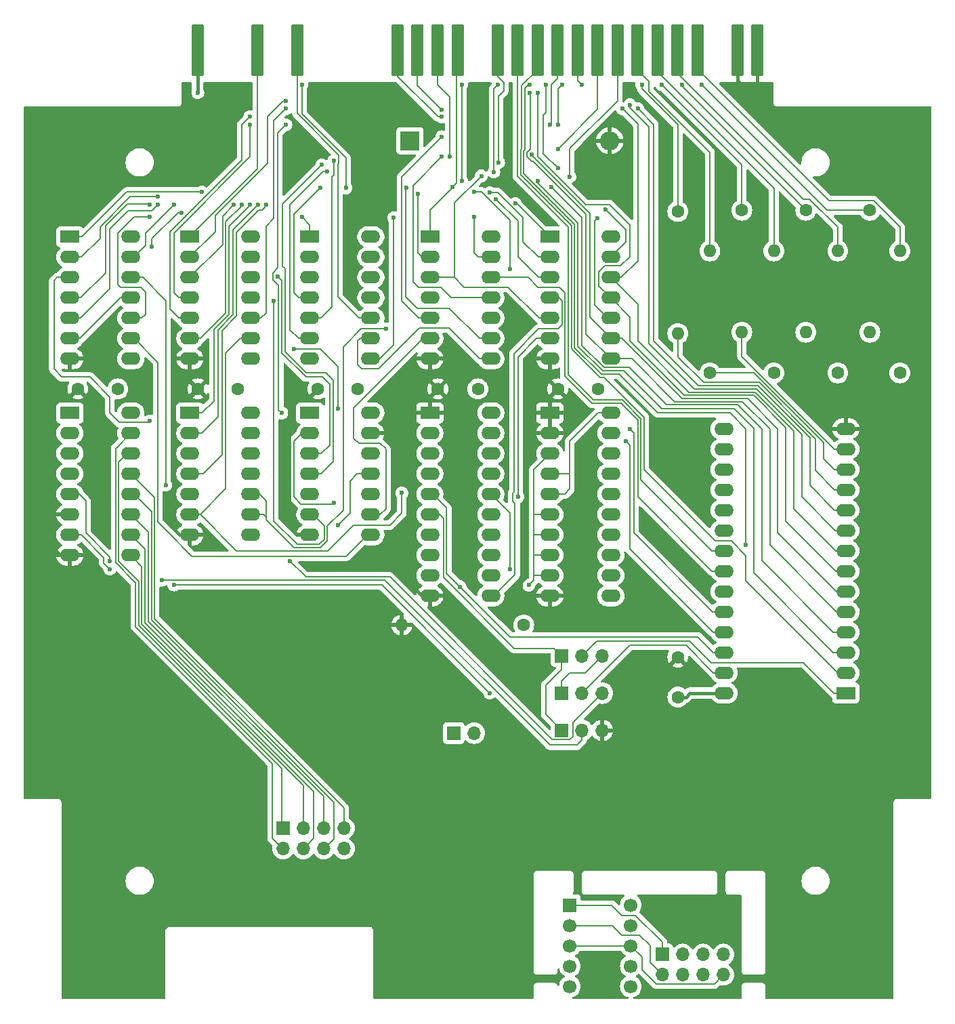
<source format=gbr>
%TF.GenerationSoftware,KiCad,Pcbnew,8.0.1*%
%TF.CreationDate,2024-04-14T22:32:58+02:00*%
%TF.ProjectId,M062.2,4d303632-2e32-42e6-9b69-6361645f7063,1*%
%TF.SameCoordinates,Original*%
%TF.FileFunction,Copper,L2,Bot*%
%TF.FilePolarity,Positive*%
%FSLAX46Y46*%
G04 Gerber Fmt 4.6, Leading zero omitted, Abs format (unit mm)*
G04 Created by KiCad (PCBNEW 8.0.1) date 2024-04-14 22:32:58*
%MOMM*%
%LPD*%
G01*
G04 APERTURE LIST*
G04 Aperture macros list*
%AMRoundRect*
0 Rectangle with rounded corners*
0 $1 Rounding radius*
0 $2 $3 $4 $5 $6 $7 $8 $9 X,Y pos of 4 corners*
0 Add a 4 corners polygon primitive as box body*
4,1,4,$2,$3,$4,$5,$6,$7,$8,$9,$2,$3,0*
0 Add four circle primitives for the rounded corners*
1,1,$1+$1,$2,$3*
1,1,$1+$1,$4,$5*
1,1,$1+$1,$6,$7*
1,1,$1+$1,$8,$9*
0 Add four rect primitives between the rounded corners*
20,1,$1+$1,$2,$3,$4,$5,0*
20,1,$1+$1,$4,$5,$6,$7,0*
20,1,$1+$1,$6,$7,$8,$9,0*
20,1,$1+$1,$8,$9,$2,$3,0*%
G04 Aperture macros list end*
%TA.AperFunction,SMDPad,CuDef*%
%ADD10RoundRect,0.150000X-0.600000X-3.100000X0.600000X-3.100000X0.600000X3.100000X-0.600000X3.100000X0*%
%TD*%
%TA.AperFunction,ComponentPad*%
%ADD11R,2.400000X2.400000*%
%TD*%
%TA.AperFunction,ComponentPad*%
%ADD12O,2.400000X2.400000*%
%TD*%
%TA.AperFunction,ComponentPad*%
%ADD13R,2.400000X1.600000*%
%TD*%
%TA.AperFunction,ComponentPad*%
%ADD14O,2.400000X1.600000*%
%TD*%
%TA.AperFunction,ComponentPad*%
%ADD15C,1.600000*%
%TD*%
%TA.AperFunction,ComponentPad*%
%ADD16O,1.600000X1.600000*%
%TD*%
%TA.AperFunction,ComponentPad*%
%ADD17R,1.700000X1.700000*%
%TD*%
%TA.AperFunction,ComponentPad*%
%ADD18C,1.700000*%
%TD*%
%TA.AperFunction,ComponentPad*%
%ADD19O,1.700000X1.700000*%
%TD*%
%TA.AperFunction,ViaPad*%
%ADD20C,0.600000*%
%TD*%
%TA.AperFunction,ViaPad*%
%ADD21C,0.800000*%
%TD*%
%TA.AperFunction,Conductor*%
%ADD22C,0.400000*%
%TD*%
%TA.AperFunction,Conductor*%
%ADD23C,0.200000*%
%TD*%
G04 APERTURE END LIST*
D10*
%TO.P,X1,1A,GND*%
%TO.N,GND*%
X186960000Y-44700000D03*
%TO.P,X1,2A,GND*%
X184460000Y-44700000D03*
%TO.P,X1,4A,DB7*%
%TO.N,Net-(X1-DB7)*%
X179460000Y-44700000D03*
%TO.P,X1,5A,DB5*%
%TO.N,Net-(X1-DB5)*%
X176960000Y-44700000D03*
%TO.P,X1,6A,DB3*%
%TO.N,Net-(X1-DB3)*%
X174460000Y-44700000D03*
%TO.P,X1,7A,DB1*%
%TO.N,Net-(X1-DB1)*%
X171960000Y-44700000D03*
%TO.P,X1,8A,/WR*%
%TO.N,~{WR}*%
X169460000Y-44700000D03*
%TO.P,X1,9A,/MREQ*%
%TO.N,~{MREQ}*%
X166960000Y-44700000D03*
%TO.P,X1,10A,IEO*%
%TO.N,IEI-IEO*%
X164460000Y-44700000D03*
%TO.P,X1,11A,AB14*%
%TO.N,A14*%
X161960000Y-44700000D03*
%TO.P,X1,12A,AB12*%
%TO.N,A12*%
X159460000Y-44700000D03*
%TO.P,X1,13A,AB10*%
%TO.N,A10*%
X156960000Y-44700000D03*
%TO.P,X1,14A,AB8*%
%TO.N,A8*%
X154460000Y-44700000D03*
%TO.P,X1,16A,AB6*%
%TO.N,A6*%
X149460000Y-44700000D03*
%TO.P,X1,17A,AB4*%
%TO.N,A4*%
X146960000Y-44700000D03*
%TO.P,X1,18A,AB2*%
%TO.N,A2*%
X144460000Y-44700000D03*
%TO.P,X1,19A,AB0*%
%TO.N,A0*%
X141960000Y-44700000D03*
%TO.P,X1,24A,MEO*%
%TO.N,MEO*%
X129460000Y-44700000D03*
%TO.P,X1,26A,/MAD*%
%TO.N,~{MAD}*%
X124460000Y-44700000D03*
%TO.P,X1,29A,+5V*%
%TO.N,+5V*%
X116960000Y-44700000D03*
%TD*%
D11*
%TO.P,C1,1*%
%TO.N,+5V*%
X143500000Y-56000000D03*
D12*
%TO.P,C1,2*%
%TO.N,GND*%
X168500000Y-56000000D03*
%TD*%
D13*
%TO.P,U1,1,A1*%
%TO.N,~{MAD}*%
X116000000Y-68000000D03*
D14*
%TO.P,U1,2,B1*%
%TO.N,~{IORQ}*%
X116000000Y-70540000D03*
%TO.P,U1,3,Y1*%
%TO.N,Net-(U1A-Y1)*%
X116000000Y-73080000D03*
%TO.P,U1,4,A2*%
%TO.N,A0*%
X116000000Y-75620000D03*
%TO.P,U1,5,B2*%
%TO.N,A1*%
X116000000Y-78160000D03*
%TO.P,U1,6,Y2*%
%TO.N,Net-(U1B-Y2)*%
X116000000Y-80700000D03*
%TO.P,U1,7,GND*%
%TO.N,GND*%
X116000000Y-83240000D03*
%TO.P,U1,8,Y3*%
%TO.N,/~{STRUCT}*%
X123620000Y-83240000D03*
%TO.P,U1,9,A3*%
%TO.N,Net-(U1C-A3)*%
X123620000Y-80700000D03*
%TO.P,U1,10,B3*%
%TO.N,~{RD}*%
X123620000Y-78160000D03*
%TO.P,U1,11,Y4*%
%TO.N,unconnected-(U1D-Y4-Pad11)*%
X123620000Y-75620000D03*
%TO.P,U1,12,A4*%
%TO.N,+5V*%
X123620000Y-73080000D03*
%TO.P,U1,13,B4*%
X123620000Y-70540000D03*
%TO.P,U1,14,Vcc*%
X123620000Y-68000000D03*
%TD*%
D15*
%TO.P,R6,1*%
%TO.N,Net-(X1-DB2)*%
X185000000Y-64680000D03*
D16*
%TO.P,R6,2*%
%TO.N,D2*%
X185000000Y-79920000D03*
%TD*%
D13*
%TO.P,U5,1,B*%
%TO.N,/AD14*%
X101000000Y-90000000D03*
D14*
%TO.P,U5,2,C*%
%TO.N,Net-(JP1-C)*%
X101000000Y-92540000D03*
%TO.P,U5,3,RV*%
%TO.N,unconnected-(U5A-RV-Pad3)*%
X101000000Y-95080000D03*
%TO.P,U5,4,BI/RBO*%
%TO.N,unconnected-(U5A-BI{slash}RBO-Pad4)*%
X101000000Y-97620000D03*
%TO.P,U5,5,RBI*%
%TO.N,/SEG_on*%
X101000000Y-100160000D03*
%TO.P,U5,6,D*%
%TO.N,GND*%
X101000000Y-102700000D03*
%TO.P,U5,7,A*%
%TO.N,/AD13*%
X101000000Y-105240000D03*
%TO.P,U5,8,GND*%
%TO.N,GND*%
X101000000Y-107780000D03*
%TO.P,U5,9,e*%
%TO.N,/eo*%
X108620000Y-107780000D03*
%TO.P,U5,10,d*%
%TO.N,/do*%
X108620000Y-105240000D03*
%TO.P,U5,11,c*%
%TO.N,/co*%
X108620000Y-102700000D03*
%TO.P,U5,12,b*%
%TO.N,/bo*%
X108620000Y-100160000D03*
%TO.P,U5,13,a*%
%TO.N,/ao*%
X108620000Y-97620000D03*
%TO.P,U5,14,g*%
%TO.N,/go*%
X108620000Y-95080000D03*
%TO.P,U5,15,f*%
%TO.N,/fo*%
X108620000Y-92540000D03*
%TO.P,U5,16,Vcc*%
%TO.N,+5V*%
X108620000Y-90000000D03*
%TD*%
D15*
%TO.P,R3,1*%
%TO.N,D5*%
X197000000Y-85000000D03*
D16*
%TO.P,R3,2*%
%TO.N,Net-(X1-DB5)*%
X197000000Y-69760000D03*
%TD*%
D15*
%TO.P,R9,1*%
%TO.N,Net-(JP2-A)*%
X157740000Y-116500000D03*
D16*
%TO.P,R9,2*%
%TO.N,GND*%
X142500000Y-116500000D03*
%TD*%
D15*
%TO.P,R7,1*%
%TO.N,D1*%
X181000000Y-85000000D03*
D16*
%TO.P,R7,2*%
%TO.N,Net-(X1-DB1)*%
X181000000Y-69760000D03*
%TD*%
D17*
%TO.P,U12,1,G*%
%TO.N,/gi*%
X163500000Y-151500000D03*
D18*
%TO.P,U12,2,F*%
%TO.N,/fi*%
X163500000Y-154040000D03*
%TO.P,U12,3,CA*%
%TO.N,Net-(J2-Pin_8)*%
X163500000Y-156580000D03*
%TO.P,U12,4,E*%
%TO.N,/ei*%
X163500000Y-159120000D03*
%TO.P,U12,5,D*%
%TO.N,/di*%
X163500000Y-161660000D03*
%TO.P,U12,6,DP*%
%TO.N,unconnected-(U12-DP-Pad6)*%
X171120000Y-161660000D03*
%TO.P,U12,7,C*%
%TO.N,/ci*%
X171120000Y-159120000D03*
%TO.P,U12,8,CA*%
%TO.N,Net-(J2-Pin_8)*%
X171120000Y-156580000D03*
%TO.P,U12,9,B*%
%TO.N,/bi*%
X171120000Y-154040000D03*
%TO.P,U12,10,A*%
%TO.N,/ai*%
X171120000Y-151500000D03*
%TD*%
D13*
%TO.P,U11,1,A15*%
%TO.N,Net-(JP4-C)*%
X198000000Y-125000000D03*
D14*
%TO.P,U11,2,A12*%
%TO.N,A12*%
X198000000Y-122460000D03*
%TO.P,U11,3,A7*%
%TO.N,A7*%
X198000000Y-119920000D03*
%TO.P,U11,4,A6*%
%TO.N,A6*%
X198000000Y-117380000D03*
%TO.P,U11,5,A5*%
%TO.N,A5*%
X198000000Y-114840000D03*
%TO.P,U11,6,A4*%
%TO.N,A4*%
X198000000Y-112300000D03*
%TO.P,U11,7,A3*%
%TO.N,A3*%
X198000000Y-109760000D03*
%TO.P,U11,8,A2*%
%TO.N,A2*%
X198000000Y-107220000D03*
%TO.P,U11,9,A1*%
%TO.N,A1*%
X198000000Y-104680000D03*
%TO.P,U11,10,A0*%
%TO.N,A0*%
X198000000Y-102140000D03*
%TO.P,U11,11,D0*%
%TO.N,D0*%
X198000000Y-99600000D03*
%TO.P,U11,12,D1*%
%TO.N,D1*%
X198000000Y-97060000D03*
%TO.P,U11,13,D2*%
%TO.N,D2*%
X198000000Y-94520000D03*
%TO.P,U11,14,Uss*%
%TO.N,GND*%
X198000000Y-91980000D03*
%TO.P,U11,15,D3*%
%TO.N,D3*%
X182760000Y-91980000D03*
%TO.P,U11,16,D4*%
%TO.N,D4*%
X182760000Y-94520000D03*
%TO.P,U11,17,D5*%
%TO.N,D5*%
X182760000Y-97060000D03*
%TO.P,U11,18,D6*%
%TO.N,D6*%
X182760000Y-99600000D03*
%TO.P,U11,19,D7*%
%TO.N,D7*%
X182760000Y-102140000D03*
%TO.P,U11,20,~{CE}*%
%TO.N,/~{CS}*%
X182760000Y-104680000D03*
%TO.P,U11,21,A10*%
%TO.N,A10*%
X182760000Y-107220000D03*
%TO.P,U11,22,~{OE}*%
%TO.N,/~{CS}*%
X182760000Y-109760000D03*
%TO.P,U11,23,A11*%
%TO.N,A11*%
X182760000Y-112300000D03*
%TO.P,U11,24,A9*%
%TO.N,A9*%
X182760000Y-114840000D03*
%TO.P,U11,25,A8*%
%TO.N,A8*%
X182760000Y-117380000D03*
%TO.P,U11,26,A13*%
%TO.N,/AD13*%
X182760000Y-119920000D03*
%TO.P,U11,27,A14*%
%TO.N,Net-(JP3-C)*%
X182760000Y-122460000D03*
%TO.P,U11,28,Udd*%
%TO.N,+5V*%
X182760000Y-125000000D03*
%TD*%
D15*
%TO.P,R1,1*%
%TO.N,D7*%
X204760000Y-85000000D03*
D16*
%TO.P,R1,2*%
%TO.N,Net-(X1-DB7)*%
X204760000Y-69760000D03*
%TD*%
D15*
%TO.P,R2,1*%
%TO.N,Net-(X1-DB6)*%
X201000000Y-64680000D03*
D16*
%TO.P,R2,2*%
%TO.N,D6*%
X201000000Y-79920000D03*
%TD*%
D13*
%TO.P,U9,1,Y1*%
%TO.N,Net-(U8C-B3)*%
X131000000Y-68000000D03*
D14*
%TO.P,U9,2,A1*%
%TO.N,Net-(U6A-Y1)*%
X131000000Y-70540000D03*
%TO.P,U9,3,B1*%
%TO.N,Net-(U6B-Y2)*%
X131000000Y-73080000D03*
%TO.P,U9,4,Y2*%
%TO.N,Net-(U8A-C1)*%
X131000000Y-75620000D03*
%TO.P,U9,5,A2*%
%TO.N,A8*%
X131000000Y-78160000D03*
%TO.P,U9,6,B2*%
%TO.N,A9*%
X131000000Y-80700000D03*
%TO.P,U9,7,GND*%
%TO.N,GND*%
X131000000Y-83240000D03*
%TO.P,U9,8,A3*%
%TO.N,Net-(U2F-A6)*%
X138620000Y-83240000D03*
%TO.P,U9,9,B3*%
%TO.N,Net-(U2D-Y4)*%
X138620000Y-80700000D03*
%TO.P,U9,10,Y3*%
%TO.N,MEO*%
X138620000Y-78160000D03*
%TO.P,U9,11,A4*%
%TO.N,+5V*%
X138620000Y-75620000D03*
%TO.P,U9,12,B4*%
X138620000Y-73080000D03*
%TO.P,U9,13,Y4*%
%TO.N,unconnected-(U9D-Y4-Pad13)*%
X138620000Y-70540000D03*
%TO.P,U9,14,Vcc*%
%TO.N,+5V*%
X138620000Y-68000000D03*
%TD*%
D17*
%TO.P,JP4,1,A*%
%TO.N,/AD15*%
X162475000Y-120350000D03*
D19*
%TO.P,JP4,2,C*%
%TO.N,Net-(JP4-C)*%
X165015000Y-120350000D03*
%TO.P,JP4,3,B*%
%TO.N,/AD14*%
X167555000Y-120350000D03*
%TD*%
D13*
%TO.P,U2,1,A1*%
%TO.N,A6*%
X146000000Y-68000000D03*
D14*
%TO.P,U2,2,Y1*%
%TO.N,Net-(U2A-Y1)*%
X146000000Y-70540000D03*
%TO.P,U2,3,A2*%
%TO.N,~{WR}*%
X146000000Y-73080000D03*
%TO.P,U2,4,Y2*%
%TO.N,Net-(U2B-Y2)*%
X146000000Y-75620000D03*
%TO.P,U2,5,A3*%
%TO.N,A15*%
X146000000Y-78160000D03*
%TO.P,U2,6,Y3*%
%TO.N,Net-(U2C-Y3)*%
X146000000Y-80700000D03*
%TO.P,U2,7,GND*%
%TO.N,GND*%
X146000000Y-83240000D03*
%TO.P,U2,8,Y4*%
%TO.N,Net-(U2D-Y4)*%
X153620000Y-83240000D03*
%TO.P,U2,9,A4*%
%TO.N,MEI*%
X153620000Y-80700000D03*
%TO.P,U2,10,Y5*%
%TO.N,Net-(U2E-Y5)*%
X153620000Y-78160000D03*
%TO.P,U2,11,A5*%
%TO.N,~{MREQ}*%
X153620000Y-75620000D03*
%TO.P,U2,12,Y6*%
%TO.N,/~{CS}*%
X153620000Y-73080000D03*
%TO.P,U2,13,A6*%
%TO.N,Net-(U2F-A6)*%
X153620000Y-70540000D03*
%TO.P,U2,14,Vcc*%
%TO.N,+5V*%
X153620000Y-68000000D03*
%TD*%
D15*
%TO.P,C7,1*%
%TO.N,+5V*%
X177000000Y-125500000D03*
%TO.P,C7,2*%
%TO.N,GND*%
X177000000Y-120500000D03*
%TD*%
D13*
%TO.P,U3,1,A1*%
%TO.N,Net-(U3A-A1)*%
X116000000Y-90000000D03*
D14*
%TO.P,U3,2,B1*%
%TO.N,Net-(U3A-B1)*%
X116000000Y-92540000D03*
%TO.P,U3,3,n.c.*%
%TO.N,unconnected-(U3A-n.c.-Pad3)*%
X116000000Y-95080000D03*
%TO.P,U3,4,C1*%
%TO.N,Net-(U3A-C1)*%
X116000000Y-97620000D03*
%TO.P,U3,5,D1*%
%TO.N,Net-(U3A-D1)*%
X116000000Y-100160000D03*
%TO.P,U3,6,Y1*%
%TO.N,Net-(U1C-A3)*%
X116000000Y-102700000D03*
%TO.P,U3,7,GND*%
%TO.N,GND*%
X116000000Y-105240000D03*
%TO.P,U3,8,Y2*%
%TO.N,/~{RAM_WR}*%
X123620000Y-105240000D03*
%TO.P,U3,9,A2*%
%TO.N,Net-(U2B-Y2)*%
X123620000Y-102700000D03*
%TO.P,U3,10,B2*%
X123620000Y-100160000D03*
%TO.P,U3,11,n.c.*%
%TO.N,unconnected-(U3B-n.c.-Pad11)*%
X123620000Y-97620000D03*
%TO.P,U3,12,C2*%
%TO.N,/ctrl1*%
X123620000Y-95080000D03*
%TO.P,U3,13,D2*%
X123620000Y-92540000D03*
%TO.P,U3,14,Vcc*%
%TO.N,+5V*%
X123620000Y-90000000D03*
%TD*%
D17*
%TO.P,JP2,1,A*%
%TO.N,Net-(JP2-A)*%
X149000000Y-130000000D03*
D19*
%TO.P,JP2,2,B*%
%TO.N,+5V*%
X151540000Y-130000000D03*
%TD*%
D15*
%TO.P,C5,1*%
%TO.N,+5V*%
X152000000Y-87000000D03*
%TO.P,C5,2*%
%TO.N,GND*%
X147000000Y-87000000D03*
%TD*%
D17*
%TO.P,J1,1,Pin_1*%
%TO.N,/go*%
X127650000Y-141875000D03*
D19*
%TO.P,J1,2,Pin_2*%
%TO.N,/fo*%
X127650000Y-144415000D03*
%TO.P,J1,3,Pin_3*%
%TO.N,/eo*%
X130190000Y-141875000D03*
%TO.P,J1,4,Pin_4*%
%TO.N,/do*%
X130190000Y-144415000D03*
%TO.P,J1,5,Pin_5*%
%TO.N,/co*%
X132730000Y-141875000D03*
%TO.P,J1,6,Pin_6*%
%TO.N,/bo*%
X132730000Y-144415000D03*
%TO.P,J1,7,Pin_7*%
%TO.N,/ao*%
X135270000Y-141875000D03*
%TO.P,J1,8,Pin_8*%
%TO.N,+5V*%
X135270000Y-144415000D03*
%TD*%
D15*
%TO.P,R4,1*%
%TO.N,Net-(X1-DB4)*%
X193000000Y-64680000D03*
D16*
%TO.P,R4,2*%
%TO.N,D4*%
X193000000Y-79920000D03*
%TD*%
D15*
%TO.P,C2,1*%
%TO.N,+5V*%
X107000000Y-87000000D03*
%TO.P,C2,2*%
%TO.N,GND*%
X102000000Y-87000000D03*
%TD*%
D13*
%TO.P,U8,1,A1*%
%TO.N,Net-(U2A-Y1)*%
X101000000Y-68000000D03*
D14*
%TO.P,U8,2,B1*%
%TO.N,A7*%
X101000000Y-70540000D03*
%TO.P,U8,3,A2*%
%TO.N,/ctrl0*%
X101000000Y-73080000D03*
%TO.P,U8,4,B2*%
%TO.N,Net-(U2E-Y5)*%
X101000000Y-75620000D03*
%TO.P,U8,5,C2*%
%TO.N,MEI*%
X101000000Y-78160000D03*
%TO.P,U8,6,Y2*%
%TO.N,Net-(U8B-Y2)*%
X101000000Y-80700000D03*
%TO.P,U8,7,GND*%
%TO.N,GND*%
X101000000Y-83240000D03*
%TO.P,U8,8,Y3*%
%TO.N,Net-(U2F-A6)*%
X108620000Y-83240000D03*
%TO.P,U8,9,A3*%
%TO.N,Net-(U6C-Y3)*%
X108620000Y-80700000D03*
%TO.P,U8,10,B3*%
%TO.N,Net-(U8C-B3)*%
X108620000Y-78160000D03*
%TO.P,U8,11,C3*%
%TO.N,Net-(U8B-Y2)*%
X108620000Y-75620000D03*
%TO.P,U8,12,Y1*%
%TO.N,Net-(U3A-D1)*%
X108620000Y-73080000D03*
%TO.P,U8,13,C1*%
%TO.N,Net-(U8A-C1)*%
X108620000Y-70540000D03*
%TO.P,U8,14,Vcc*%
%TO.N,+5V*%
X108620000Y-68000000D03*
%TD*%
D15*
%TO.P,R8,1*%
%TO.N,Net-(X1-DB0)*%
X177000000Y-64840000D03*
D16*
%TO.P,R8,2*%
%TO.N,D0*%
X177000000Y-80080000D03*
%TD*%
D13*
%TO.P,U7,1,~{OE1}*%
%TO.N,GND*%
X161000000Y-90000000D03*
D14*
%TO.P,U7,2,A1*%
X161000000Y-92540000D03*
%TO.P,U7,3,A2*%
%TO.N,Net-(JP2-A)*%
X161000000Y-95080000D03*
%TO.P,U7,4,A3*%
%TO.N,+5V*%
X161000000Y-97620000D03*
%TO.P,U7,5,A4*%
X161000000Y-100160000D03*
%TO.P,U7,6,A5*%
%TO.N,Net-(JP2-A)*%
X161000000Y-102700000D03*
%TO.P,U7,7,A6*%
X161000000Y-105240000D03*
%TO.P,U7,8,A7*%
X161000000Y-107780000D03*
%TO.P,U7,9,A8*%
X161000000Y-110320000D03*
%TO.P,U7,10,GND*%
%TO.N,GND*%
X161000000Y-112860000D03*
%TO.P,U7,11,Y8*%
%TO.N,D7*%
X168620000Y-112860000D03*
%TO.P,U7,12,Y7*%
%TO.N,D6*%
X168620000Y-110320000D03*
%TO.P,U7,13,Y6*%
%TO.N,D5*%
X168620000Y-107780000D03*
%TO.P,U7,14,Y5*%
%TO.N,D4*%
X168620000Y-105240000D03*
%TO.P,U7,15,A4*%
%TO.N,D3*%
X168620000Y-102700000D03*
%TO.P,U7,16,Y3*%
%TO.N,D2*%
X168620000Y-100160000D03*
%TO.P,U7,17,Y2*%
%TO.N,D1*%
X168620000Y-97620000D03*
%TO.P,U7,18,Y1*%
%TO.N,D0*%
X168620000Y-95080000D03*
%TO.P,U7,19,~{OE2}*%
%TO.N,/~{STRUCT}*%
X168620000Y-92540000D03*
%TO.P,U7,20,Vcc*%
%TO.N,+5V*%
X168620000Y-90000000D03*
%TD*%
D15*
%TO.P,R5,1*%
%TO.N,D3*%
X189000000Y-85000000D03*
D16*
%TO.P,R5,2*%
%TO.N,Net-(X1-DB3)*%
X189000000Y-69760000D03*
%TD*%
D15*
%TO.P,C6,1*%
%TO.N,+5V*%
X167000000Y-87000000D03*
%TO.P,C6,2*%
%TO.N,GND*%
X162000000Y-87000000D03*
%TD*%
%TO.P,C3,1*%
%TO.N,+5V*%
X122000000Y-87000000D03*
%TO.P,C3,2*%
%TO.N,GND*%
X117000000Y-87000000D03*
%TD*%
D13*
%TO.P,U4,1,Y1*%
%TO.N,Net-(U3A-A1)*%
X161000000Y-68000000D03*
D14*
%TO.P,U4,2,A1*%
%TO.N,Net-(U1A-Y1)*%
X161000000Y-70540000D03*
%TO.P,U4,3,B1*%
%TO.N,Net-(U1B-Y2)*%
X161000000Y-73080000D03*
%TO.P,U4,4,Y2*%
%TO.N,/Latch*%
X161000000Y-75620000D03*
%TO.P,U4,5,A2*%
%TO.N,~{WR}*%
X161000000Y-78160000D03*
%TO.P,U4,6,B2*%
%TO.N,Net-(U1C-A3)*%
X161000000Y-80700000D03*
%TO.P,U4,7,GND*%
%TO.N,GND*%
X161000000Y-83240000D03*
%TO.P,U4,8,A3*%
%TO.N,A5*%
X168620000Y-83240000D03*
%TO.P,U4,9,B3*%
%TO.N,A4*%
X168620000Y-80700000D03*
%TO.P,U4,10,Y3*%
%TO.N,Net-(U3A-C1)*%
X168620000Y-78160000D03*
%TO.P,U4,11,A4*%
%TO.N,A3*%
X168620000Y-75620000D03*
%TO.P,U4,12,B4*%
%TO.N,A2*%
X168620000Y-73080000D03*
%TO.P,U4,13,Y4*%
%TO.N,Net-(U3A-B1)*%
X168620000Y-70540000D03*
%TO.P,U4,14,Vcc*%
%TO.N,+5V*%
X168620000Y-68000000D03*
%TD*%
D15*
%TO.P,C4,1*%
%TO.N,+5V*%
X137000000Y-87000000D03*
%TO.P,C4,2*%
%TO.N,GND*%
X132000000Y-87000000D03*
%TD*%
D13*
%TO.P,U10,1,EN*%
%TO.N,GND*%
X146000000Y-90000000D03*
D14*
%TO.P,U10,2,Q1*%
%TO.N,/ctrl0*%
X146000000Y-92540000D03*
%TO.P,U10,3,D1*%
%TO.N,D0*%
X146000000Y-95080000D03*
%TO.P,U10,4,D2*%
%TO.N,D2*%
X146000000Y-97620000D03*
%TO.P,U10,5,Q2*%
%TO.N,/AD13*%
X146000000Y-100160000D03*
%TO.P,U10,6,Q3*%
%TO.N,/AD15*%
X146000000Y-102700000D03*
%TO.P,U10,7,D3*%
%TO.N,D4*%
X146000000Y-105240000D03*
%TO.P,U10,8,D4*%
%TO.N,D6*%
X146000000Y-107780000D03*
%TO.P,U10,9,Q4*%
%TO.N,/ctrl6*%
X146000000Y-110320000D03*
%TO.P,U10,10,GND*%
%TO.N,GND*%
X146000000Y-112860000D03*
%TO.P,U10,11,C*%
%TO.N,/Latch*%
X153620000Y-112860000D03*
%TO.P,U10,12,Q5*%
%TO.N,/ctrl7*%
X153620000Y-110320000D03*
%TO.P,U10,13,D5*%
%TO.N,D7*%
X153620000Y-107780000D03*
%TO.P,U10,14,D6*%
%TO.N,D5*%
X153620000Y-105240000D03*
%TO.P,U10,15,Q6*%
%TO.N,/ctrl5*%
X153620000Y-102700000D03*
%TO.P,U10,16,Q7*%
%TO.N,/AD14*%
X153620000Y-100160000D03*
%TO.P,U10,17,D7*%
%TO.N,D3*%
X153620000Y-97620000D03*
%TO.P,U10,18,D8*%
%TO.N,D1*%
X153620000Y-95080000D03*
%TO.P,U10,19,Q8*%
%TO.N,/ctrl1*%
X153620000Y-92540000D03*
%TO.P,U10,20,Vcc*%
%TO.N,+5V*%
X153620000Y-90000000D03*
%TD*%
D17*
%TO.P,JP1,1,A*%
%TO.N,/AD15*%
X162475000Y-129650000D03*
D19*
%TO.P,JP1,2,C*%
%TO.N,Net-(JP1-C)*%
X165015000Y-129650000D03*
%TO.P,JP1,3,B*%
%TO.N,GND*%
X167555000Y-129650000D03*
%TD*%
D17*
%TO.P,JP3,1,A*%
%TO.N,/AD14*%
X162475000Y-125000000D03*
D19*
%TO.P,JP3,2,C*%
%TO.N,Net-(JP3-C)*%
X165015000Y-125000000D03*
%TO.P,JP3,3,B*%
%TO.N,/~{RAM_WR}*%
X167555000Y-125000000D03*
%TD*%
D13*
%TO.P,U6,1,A1*%
%TO.N,A14*%
X131000000Y-90000000D03*
D14*
%TO.P,U6,2,B1*%
%TO.N,/ctrl6*%
X131000000Y-92540000D03*
%TO.P,U6,3,Y1*%
%TO.N,Net-(U6A-Y1)*%
X131000000Y-95080000D03*
%TO.P,U6,4,A2*%
%TO.N,A13*%
X131000000Y-97620000D03*
%TO.P,U6,5,B2*%
%TO.N,/ctrl5*%
X131000000Y-100160000D03*
%TO.P,U6,6,Y2*%
%TO.N,Net-(U6B-Y2)*%
X131000000Y-102700000D03*
%TO.P,U6,7,GND*%
%TO.N,GND*%
X131000000Y-105240000D03*
%TO.P,U6,8,Y3*%
%TO.N,Net-(U6C-Y3)*%
X138620000Y-105240000D03*
%TO.P,U6,9,A3*%
%TO.N,Net-(U2C-Y3)*%
X138620000Y-102700000D03*
%TO.P,U6,10,B3*%
%TO.N,/ctrl7*%
X138620000Y-100160000D03*
%TO.P,U6,11,Y4*%
%TO.N,/SEG_on*%
X138620000Y-97620000D03*
%TO.P,U6,12,A4*%
%TO.N,/ctrl0*%
X138620000Y-95080000D03*
%TO.P,U6,13,B4*%
%TO.N,GND*%
X138620000Y-92540000D03*
%TO.P,U6,14,Vcc*%
%TO.N,+5V*%
X138620000Y-90000000D03*
%TD*%
D17*
%TO.P,J2,1,Pin_1*%
%TO.N,/gi*%
X175080000Y-157660000D03*
D19*
%TO.P,J2,2,Pin_2*%
%TO.N,/fi*%
X175080000Y-160200000D03*
%TO.P,J2,3,Pin_3*%
%TO.N,/ei*%
X177620000Y-157660000D03*
%TO.P,J2,4,Pin_4*%
%TO.N,/di*%
X177620000Y-160200000D03*
%TO.P,J2,5,Pin_5*%
%TO.N,/ci*%
X180160000Y-157660000D03*
%TO.P,J2,6,Pin_6*%
%TO.N,/bi*%
X180160000Y-160200000D03*
%TO.P,J2,7,Pin_7*%
%TO.N,/ai*%
X182700000Y-157660000D03*
%TO.P,J2,8,Pin_8*%
%TO.N,Net-(J2-Pin_8)*%
X182700000Y-160200000D03*
%TD*%
D20*
%TO.N,GND*%
X157000000Y-160500000D03*
X166500000Y-160500000D03*
X142500000Y-97500000D03*
X149800000Y-99400000D03*
X127500000Y-94500000D03*
X180000000Y-101800000D03*
X129500000Y-54500000D03*
X177600000Y-99200000D03*
X152000000Y-56500000D03*
D21*
X186000000Y-50000000D03*
D20*
X136500000Y-55000000D03*
X176400000Y-98000000D03*
X194000000Y-89200000D03*
X127500000Y-91500000D03*
X158500000Y-63500000D03*
X105000000Y-97500000D03*
X182500000Y-155000000D03*
X177000000Y-107600000D03*
X139500000Y-57500000D03*
X170000000Y-60000000D03*
X178800000Y-100400000D03*
X120000000Y-53500000D03*
X141200000Y-108200000D03*
X176400000Y-95400000D03*
X166000000Y-63000000D03*
X182500000Y-146000000D03*
%TO.N,+5V*%
X117000000Y-50000000D03*
%TO.N,Net-(JP1-C)*%
X112500000Y-110900000D03*
%TO.N,Net-(JP2-A)*%
X158353797Y-111520608D03*
%TO.N,/AD14*%
X156000000Y-109500000D03*
X114000000Y-111500000D03*
X153500000Y-125000000D03*
%TO.N,/~{RAM_WR}*%
X128500000Y-108500000D03*
%TO.N,Net-(X1-DB6)*%
X179999990Y-49000000D03*
%TO.N,Net-(X1-DB4)*%
X177500000Y-48999996D03*
%TO.N,Net-(X1-DB2)*%
X175000004Y-49000004D03*
%TO.N,Net-(X1-DB0)*%
X172500010Y-48999990D03*
%TO.N,~{IORQ}*%
X128000000Y-51000000D03*
%TO.N,Net-(U1C-A3)*%
X142500000Y-100000000D03*
X157000000Y-100500000D03*
%TO.N,Net-(U1A-Y1)*%
X121500000Y-64000000D03*
X153500000Y-62500000D03*
%TO.N,/~{STRUCT}*%
X134500000Y-89500000D03*
X129000000Y-82000000D03*
%TO.N,A1*%
X171000000Y-51500000D03*
X123500000Y-53000000D03*
%TO.N,~{RD}*%
X128000000Y-52000000D03*
%TO.N,A0*%
X172000000Y-52000000D03*
X123500000Y-54000000D03*
X147500000Y-53011026D03*
%TO.N,Net-(U1B-Y2)*%
X122500000Y-64000000D03*
X154224265Y-63275735D03*
%TO.N,Net-(U2E-Y5)*%
X151500000Y-62400000D03*
X111000000Y-64000000D03*
X156000000Y-72000000D03*
%TO.N,Net-(U2A-Y1)*%
X117500000Y-62400000D03*
X144500000Y-62600000D03*
%TO.N,A15*%
X162000000Y-54000000D03*
X162500000Y-49000000D03*
X147500000Y-55500000D03*
%TO.N,Net-(U2B-Y2)*%
X140500000Y-79500000D03*
%TO.N,MEI*%
X143100000Y-61900000D03*
X130000000Y-49000000D03*
X112000000Y-64000000D03*
X135500000Y-61900000D03*
%TO.N,~{WR}*%
X163500000Y-60500000D03*
X152425000Y-60400000D03*
%TO.N,A6*%
X161199995Y-61800000D03*
X148850001Y-61800000D03*
%TO.N,~{MREQ}*%
X147500000Y-58000000D03*
X162000000Y-57000000D03*
%TO.N,Net-(U2F-A6)*%
X151500000Y-65500000D03*
X115000000Y-65000000D03*
X111250000Y-69250000D03*
X141500000Y-65599999D03*
%TO.N,Net-(U3A-B1)*%
X124500000Y-64000000D03*
X168000000Y-64600000D03*
%TO.N,Net-(U3A-A1)*%
X123500000Y-64000000D03*
X156674265Y-63825735D03*
%TO.N,Net-(U3A-D1)*%
X113000000Y-99000000D03*
%TO.N,Net-(U3A-C1)*%
X125500000Y-64000000D03*
X166905589Y-65675172D03*
%TO.N,A5*%
X158500000Y-50000000D03*
%TO.N,A3*%
X159500000Y-50000000D03*
%TO.N,A2*%
X170060000Y-52000000D03*
X147469937Y-52099188D03*
%TO.N,A4*%
X148500000Y-58000000D03*
X158750765Y-57721475D03*
%TO.N,/SEG_on*%
X134500000Y-104000000D03*
X106000000Y-108500000D03*
%TO.N,/AD13*%
X149782843Y-111717157D03*
X106000000Y-109500000D03*
%TO.N,/ctrl6*%
X134000000Y-101260000D03*
%TO.N,/ctrl0*%
X111000000Y-91000000D03*
%TO.N,Net-(U6A-Y1)*%
X127000000Y-73000000D03*
%TO.N,Net-(U6B-Y2)*%
X126500000Y-76000000D03*
%TO.N,A13*%
X132500000Y-59000000D03*
X162000000Y-59400000D03*
X160500000Y-49000000D03*
%TO.N,A14*%
X127500000Y-90000000D03*
X128000000Y-54000000D03*
X161000000Y-54000000D03*
%TO.N,Net-(U8C-B3)*%
X130000000Y-65500000D03*
X111000000Y-65500000D03*
%TO.N,Net-(U8A-C1)*%
X132324265Y-61875735D03*
X114000000Y-64000000D03*
%TO.N,A7*%
X150000000Y-61000000D03*
X112000000Y-63000000D03*
X159500000Y-61000000D03*
X150000000Y-49000000D03*
%TO.N,A8*%
X134000000Y-58500000D03*
X170500000Y-93500000D03*
X154600000Y-58700000D03*
%TO.N,A9*%
X154000000Y-59900000D03*
X171000000Y-92000000D03*
X133158174Y-59835190D03*
X154500000Y-49000000D03*
%TO.N,A11*%
X158500000Y-49000000D03*
X185500000Y-106500000D03*
%TO.N,IEI-IEO*%
X165000000Y-49000000D03*
%TD*%
D22*
%TO.N,GND*%
X168500000Y-131000000D02*
X167000000Y-132500000D01*
X167000000Y-132500000D02*
X157000000Y-132500000D01*
X157000000Y-132500000D02*
X142500000Y-118000000D01*
X142500000Y-118000000D02*
X142500000Y-116500000D01*
D23*
%TO.N,A1*%
X123500000Y-53000000D02*
X122500000Y-54000000D01*
X122500000Y-54000000D02*
X122500000Y-58374264D01*
X122500000Y-58374264D02*
X113500000Y-67374264D01*
X113500000Y-67374264D02*
X113500000Y-77000000D01*
X113500000Y-77000000D02*
X114660000Y-78160000D01*
X114660000Y-78160000D02*
X116000000Y-78160000D01*
%TO.N,A0*%
X123500000Y-54000000D02*
X123500000Y-58000000D01*
X123500000Y-58000000D02*
X114000000Y-67500000D01*
X114000000Y-67500000D02*
X114000000Y-75000000D01*
X114620000Y-75620000D02*
X116000000Y-75620000D01*
X114000000Y-75000000D02*
X114620000Y-75620000D01*
%TO.N,~{WR}*%
X163500000Y-60500000D02*
X163500000Y-56960000D01*
X163500000Y-56960000D02*
X169460000Y-51000000D01*
X169460000Y-51000000D02*
X169460000Y-44700000D01*
%TO.N,/gi*%
X170000000Y-152760000D02*
X171720000Y-152760000D01*
X163500000Y-151500000D02*
X168740000Y-151500000D01*
X168740000Y-151500000D02*
X170000000Y-152760000D01*
X171720000Y-152760000D02*
X175080000Y-156120000D01*
X175080000Y-156120000D02*
X175080000Y-157660000D01*
%TO.N,/fi*%
X163500000Y-154040000D02*
X168780000Y-154040000D01*
X168780000Y-154040000D02*
X170000000Y-155260000D01*
X170000000Y-155260000D02*
X172220000Y-155260000D01*
X172220000Y-155260000D02*
X173520000Y-156560000D01*
X173520000Y-156560000D02*
X173520000Y-158640000D01*
X173520000Y-158640000D02*
X175080000Y-160200000D01*
%TO.N,~{MREQ}*%
X166960000Y-52040000D02*
X162000000Y-57000000D01*
X166960000Y-44700000D02*
X166960000Y-52040000D01*
%TO.N,~{WR}*%
X161000000Y-78160000D02*
X159660000Y-78160000D01*
X159660000Y-78160000D02*
X155800000Y-74300000D01*
X155800000Y-74300000D02*
X150300000Y-74300000D01*
X150300000Y-74300000D02*
X149080000Y-73080000D01*
%TO.N,/~{CS}*%
X153620000Y-73080000D02*
X158292183Y-73080000D01*
X158292183Y-73080000D02*
X159500000Y-74287817D01*
X181260000Y-109760000D02*
X182760000Y-109760000D01*
X159500000Y-74287817D02*
X162205634Y-74287817D01*
X166300000Y-88800000D02*
X169908528Y-88800000D01*
X162205634Y-74287817D02*
X162900001Y-74982184D01*
X169908528Y-88800000D02*
X172000000Y-90891472D01*
X162900001Y-74982184D02*
X162900001Y-85400001D01*
X172000000Y-90891472D02*
X172000000Y-100500000D01*
X162900001Y-85400001D02*
X166300000Y-88800000D01*
X172000000Y-100500000D02*
X181260000Y-109760000D01*
%TO.N,Net-(JP3-C)*%
X182760000Y-122460000D02*
X181460000Y-122460000D01*
X181460000Y-122460000D02*
X178000000Y-119000000D01*
X178000000Y-119000000D02*
X171015000Y-119000000D01*
X171015000Y-119000000D02*
X165015000Y-125000000D01*
%TO.N,/AD13*%
X106000000Y-109500000D02*
X105250000Y-108750000D01*
X105250000Y-108750000D02*
X105250000Y-108090000D01*
X105250000Y-108090000D02*
X102400000Y-105240000D01*
X102400000Y-105240000D02*
X101000000Y-105240000D01*
%TO.N,/SEG_on*%
X101000000Y-100160000D02*
X102160000Y-100160000D01*
X103000000Y-101000000D02*
X103000000Y-105000000D01*
X102160000Y-100160000D02*
X103000000Y-101000000D01*
X103000000Y-105000000D02*
X106000000Y-108000000D01*
X106000000Y-108000000D02*
X106000000Y-108500000D01*
D22*
%TO.N,+5V*%
X182760000Y-125000000D02*
X178500000Y-125000000D01*
X178500000Y-125000000D02*
X178000000Y-125500000D01*
X178000000Y-125500000D02*
X177000000Y-125500000D01*
%TO.N,GND*%
X161000000Y-112860000D02*
X158278975Y-112860000D01*
D23*
X161000000Y-90000000D02*
X159000000Y-90000000D01*
D22*
X143500000Y-111368630D02*
X143500000Y-92500000D01*
X159000000Y-90000000D02*
X159000000Y-92500000D01*
X116000000Y-105240000D02*
X114740000Y-105240000D01*
X167600000Y-131200000D02*
X168300000Y-131200000D01*
X129500000Y-88100000D02*
X130900000Y-88100000D01*
X130900000Y-88100000D02*
X132000000Y-87000000D01*
D23*
X138620000Y-92540000D02*
X143460000Y-92540000D01*
X146000000Y-90000000D02*
X143500000Y-90000000D01*
D22*
X115800000Y-88200000D02*
X117000000Y-87000000D01*
X167555000Y-131155000D02*
X167600000Y-131200000D01*
X162000000Y-87000000D02*
X161000000Y-88000000D01*
X184460000Y-44700000D02*
X184460000Y-48460000D01*
X99200000Y-102700000D02*
X99000000Y-102500000D01*
X144991370Y-112860000D02*
X143500000Y-111368630D01*
X186960000Y-44700000D02*
X186960000Y-49040000D01*
X114000000Y-104500000D02*
X114000000Y-88600000D01*
X143900000Y-88100000D02*
X145900000Y-88100000D01*
X159000000Y-95848528D02*
X158100000Y-96748528D01*
X99000000Y-102500000D02*
X99000000Y-88600000D01*
X157353797Y-111106394D02*
X157353797Y-111934822D01*
X114740000Y-105240000D02*
X114000000Y-104500000D01*
X161000000Y-88000000D02*
X159000000Y-88000000D01*
X157459487Y-112040513D02*
X157459487Y-112040512D01*
X101000000Y-107780000D02*
X99780000Y-107780000D01*
X167555000Y-129650000D02*
X167555000Y-131155000D01*
X184460000Y-48460000D02*
X186000000Y-50000000D01*
X114000000Y-88600000D02*
X114400000Y-88200000D01*
X182500000Y-146000000D02*
X182500000Y-155000000D01*
X159040000Y-92540000D02*
X159000000Y-92500000D01*
X99000000Y-107000000D02*
X99000000Y-102500000D01*
X143500000Y-92500000D02*
X143500000Y-90000000D01*
X128400000Y-89200000D02*
X129500000Y-88100000D01*
X158100000Y-96748528D02*
X158100000Y-110360191D01*
X172500000Y-127000000D02*
X168500000Y-131000000D01*
D23*
X161000000Y-92540000D02*
X159040000Y-92540000D01*
D22*
X157353797Y-111934822D02*
X157459487Y-112040513D01*
X159000000Y-88000000D02*
X159000000Y-90000000D01*
X172500000Y-125000000D02*
X172500000Y-127000000D01*
X114400000Y-88200000D02*
X115800000Y-88200000D01*
X99780000Y-107780000D02*
X99000000Y-107000000D01*
X131000000Y-105240000D02*
X129440000Y-105240000D01*
X128400000Y-104200000D02*
X128400000Y-89200000D01*
X101000000Y-102700000D02*
X99200000Y-102700000D01*
X100900000Y-88100000D02*
X102000000Y-87000000D01*
X158278975Y-112860000D02*
X157459487Y-112040513D01*
X143500000Y-88500000D02*
X143900000Y-88100000D01*
X143500000Y-90000000D02*
X143500000Y-88500000D01*
X177000000Y-120500000D02*
X172500000Y-125000000D01*
X168300000Y-131200000D02*
X168500000Y-131000000D01*
X143460000Y-92540000D02*
X143500000Y-92500000D01*
X145900000Y-88100000D02*
X147000000Y-87000000D01*
X129440000Y-105240000D02*
X128400000Y-104200000D01*
X99000000Y-88600000D02*
X99500000Y-88100000D01*
X158100000Y-110360191D02*
X157353797Y-111106394D01*
X99500000Y-88100000D02*
X100900000Y-88100000D01*
X159000000Y-92500000D02*
X159000000Y-95848528D01*
X146000000Y-112860000D02*
X144991370Y-112860000D01*
X186960000Y-49040000D02*
X186000000Y-50000000D01*
%TO.N,+5V*%
X116960000Y-49960000D02*
X117000000Y-50000000D01*
D23*
X161000000Y-100160000D02*
X162840000Y-100160000D01*
X162840000Y-100160000D02*
X163500000Y-99500000D01*
X161000000Y-97620000D02*
X163500000Y-97620000D01*
X163500000Y-99500000D02*
X163500000Y-93500000D01*
D22*
X116960000Y-44700000D02*
X116960000Y-49960000D01*
D23*
X163500000Y-93500000D02*
X167000000Y-90000000D01*
X167000000Y-90000000D02*
X168620000Y-90000000D01*
%TO.N,/AD15*%
X160500000Y-124000000D02*
X162475000Y-122025000D01*
X162475000Y-129650000D02*
X160500000Y-127675000D01*
X156507309Y-119400000D02*
X147700000Y-110592691D01*
X162475000Y-122025000D02*
X162475000Y-120350000D01*
X147200000Y-102700000D02*
X146000000Y-102700000D01*
X160500000Y-127675000D02*
X160500000Y-124000000D01*
X162475000Y-120350000D02*
X161525000Y-119400000D01*
X147700000Y-110592691D02*
X147700000Y-103200000D01*
X161525000Y-119400000D02*
X156507309Y-119400000D01*
X147700000Y-103200000D02*
X147200000Y-102700000D01*
%TO.N,Net-(JP1-C)*%
X161000000Y-131500000D02*
X164367081Y-131500000D01*
X112500000Y-110900000D02*
X140400000Y-110900000D01*
X164367081Y-131500000D02*
X165015000Y-130852081D01*
X165015000Y-130852081D02*
X165015000Y-129650000D01*
X140400000Y-110900000D02*
X161000000Y-131500000D01*
%TO.N,Net-(JP2-A)*%
X159000000Y-110500000D02*
X159000000Y-110874405D01*
X159020000Y-107780000D02*
X159000000Y-107800000D01*
X161000000Y-107780000D02*
X159020000Y-107780000D01*
X159060000Y-105240000D02*
X159000000Y-105300000D01*
X159000000Y-97080000D02*
X159000000Y-102500000D01*
X161000000Y-95080000D02*
X159000000Y-97080000D01*
X159080000Y-110320000D02*
X159000000Y-110400000D01*
X159000000Y-102500000D02*
X159000000Y-103000000D01*
X159000000Y-110874405D02*
X158353797Y-111520608D01*
X161000000Y-105240000D02*
X159060000Y-105240000D01*
X161000000Y-102700000D02*
X159000000Y-102700000D01*
X159000000Y-105500000D02*
X159000000Y-108000000D01*
X161000000Y-110320000D02*
X159080000Y-110320000D01*
X159000000Y-108000000D02*
X159000000Y-110500000D01*
X159000000Y-103000000D02*
X159000000Y-105500000D01*
%TO.N,/AD14*%
X140000000Y-111500000D02*
X153500000Y-125000000D01*
X153620000Y-100160000D02*
X156000000Y-102540000D01*
X165405000Y-122500000D02*
X167555000Y-120350000D01*
X163500000Y-122500000D02*
X165405000Y-122500000D01*
X162475000Y-125000000D02*
X162475000Y-123525000D01*
X156000000Y-102540000D02*
X156000000Y-109500000D01*
X114000000Y-111500000D02*
X140000000Y-111500000D01*
X162475000Y-123525000D02*
X163500000Y-122500000D01*
%TO.N,/~{RAM_WR}*%
X128500000Y-108500000D02*
X130500000Y-110500000D01*
X163865000Y-130435000D02*
X163865000Y-128690000D01*
X141000000Y-110500000D02*
X161300000Y-130800000D01*
X163500000Y-130800000D02*
X163865000Y-130435000D01*
X130500000Y-110500000D02*
X141000000Y-110500000D01*
X163865000Y-128690000D02*
X167555000Y-125000000D01*
X161300000Y-130800000D02*
X163500000Y-130800000D01*
%TO.N,Net-(JP4-C)*%
X196500000Y-125000000D02*
X192700000Y-121200000D01*
X192700000Y-121200000D02*
X181200000Y-121200000D01*
X178500000Y-118500000D02*
X166865000Y-118500000D01*
X166865000Y-118500000D02*
X165015000Y-120350000D01*
X181200000Y-121200000D02*
X178500000Y-118500000D01*
X198000000Y-125000000D02*
X196500000Y-125000000D01*
%TO.N,Net-(X1-DB7)*%
X195919239Y-63500000D02*
X201500000Y-63500000D01*
X204760000Y-66760000D02*
X204760000Y-69760000D01*
X179460000Y-47040761D02*
X195919239Y-63500000D01*
X201500000Y-63500000D02*
X204760000Y-66760000D01*
X179460000Y-44700000D02*
X179460000Y-47040761D01*
%TO.N,Net-(X1-DB6)*%
X201000000Y-64680000D02*
X195679990Y-64680000D01*
X195679990Y-64680000D02*
X179999990Y-49000000D01*
%TO.N,Net-(X1-DB5)*%
X192719241Y-63300000D02*
X176960000Y-47540759D01*
X197000000Y-69760000D02*
X197000000Y-66815686D01*
X176960000Y-47540759D02*
X176960000Y-44700000D01*
X193484314Y-63300000D02*
X192719241Y-63300000D01*
X197000000Y-66815686D02*
X193484314Y-63300000D01*
%TO.N,Net-(X1-DB4)*%
X177500000Y-49180000D02*
X177500000Y-48999996D01*
X193000000Y-64680000D02*
X177500000Y-49180000D01*
%TO.N,Net-(X1-DB3)*%
X174460000Y-44700000D02*
X174460000Y-47394314D01*
X174460000Y-47394314D02*
X189000000Y-61934314D01*
X189000000Y-61934314D02*
X189000000Y-69760000D01*
%TO.N,Net-(X1-DB2)*%
X185000000Y-59000000D02*
X175000004Y-49000004D01*
X185000000Y-64680000D02*
X185000000Y-59000000D01*
%TO.N,D2*%
X198000000Y-94520000D02*
X196611168Y-94520000D01*
X185000000Y-82908832D02*
X185000000Y-79920000D01*
X196611168Y-94520000D02*
X185000000Y-82908832D01*
%TO.N,Net-(X1-DB1)*%
X173409203Y-49843504D02*
X181000000Y-57434301D01*
X171960000Y-44700000D02*
X171960000Y-47141594D01*
X171960000Y-47141594D02*
X173409203Y-48590797D01*
X181000000Y-57434301D02*
X181000000Y-69760000D01*
X173409203Y-48590797D02*
X173409203Y-49843504D01*
%TO.N,D1*%
X181000000Y-85000000D02*
X186525482Y-85000000D01*
X195262741Y-93737259D02*
X195262741Y-95762741D01*
X186525482Y-85000000D02*
X195262741Y-93737259D01*
X196560000Y-97060000D02*
X198000000Y-97060000D01*
X195262741Y-95762741D02*
X196560000Y-97060000D01*
%TO.N,Net-(X1-DB0)*%
X177000000Y-53999986D02*
X172500010Y-49499996D01*
X177000000Y-64840000D02*
X177000000Y-53999986D01*
X172500010Y-49499996D02*
X172500010Y-48999990D01*
%TO.N,D0*%
X194200000Y-97200000D02*
X196600000Y-99600000D01*
X180840203Y-86200000D02*
X187159797Y-86200000D01*
X194200000Y-93240203D02*
X194200000Y-97200000D01*
X196600000Y-99600000D02*
X198000000Y-99600000D01*
X187159797Y-86200000D02*
X194200000Y-93240203D01*
X180200003Y-86200003D02*
X180840200Y-86200003D01*
X177000000Y-80080000D02*
X177000000Y-83000000D01*
X177000000Y-83000000D02*
X180200003Y-86200003D01*
X180840200Y-86200003D02*
X180840203Y-86200000D01*
%TO.N,~{IORQ}*%
X127700000Y-51000000D02*
X125700000Y-53000000D01*
X119200000Y-65300000D02*
X119200000Y-67340000D01*
X125700000Y-58800000D02*
X119200000Y-65300000D01*
X128000000Y-51000000D02*
X127700000Y-51000000D01*
X125700000Y-53000000D02*
X125700000Y-58800000D01*
X119200000Y-67340000D02*
X116000000Y-70540000D01*
%TO.N,Net-(U1C-A3)*%
X159300000Y-80700000D02*
X157000000Y-83000000D01*
X117300000Y-102700000D02*
X120500000Y-99500000D01*
X161000000Y-80700000D02*
X159300000Y-80700000D01*
X116000000Y-102700000D02*
X117300000Y-102700000D01*
X121840000Y-107240000D02*
X117300000Y-102700000D01*
X141000000Y-104000000D02*
X136500000Y-104000000D01*
X157000000Y-83000000D02*
X157000000Y-100500000D01*
X133260000Y-107240000D02*
X121840000Y-107240000D01*
X120500000Y-82500000D02*
X122300000Y-80700000D01*
X142500000Y-100000000D02*
X142500000Y-102500000D01*
X136500000Y-104000000D02*
X133260000Y-107240000D01*
X120500000Y-99500000D02*
X120500000Y-82500000D01*
X142500000Y-102500000D02*
X141000000Y-104000000D01*
X122300000Y-80700000D02*
X123620000Y-80700000D01*
%TO.N,~{MAD}*%
X124460000Y-44700000D02*
X124460000Y-59474314D01*
X116400000Y-67534314D02*
X116400000Y-68165685D01*
X116400000Y-68165685D02*
X116282842Y-68282843D01*
X124460000Y-59474314D02*
X116400000Y-67534314D01*
%TO.N,Net-(U1A-Y1)*%
X121500000Y-64000000D02*
X120100000Y-65400000D01*
X154500000Y-62500000D02*
X157600000Y-65600000D01*
X157600000Y-65600000D02*
X157600000Y-68600000D01*
X120100000Y-65400000D02*
X120100000Y-68980000D01*
X120100000Y-68980000D02*
X116000000Y-73080000D01*
X159540000Y-70540000D02*
X161000000Y-70540000D01*
X153500000Y-62500000D02*
X154500000Y-62500000D01*
X157600000Y-68600000D02*
X159540000Y-70540000D01*
%TO.N,/~{STRUCT}*%
X132300000Y-82000000D02*
X134500000Y-84200000D01*
X134500000Y-84200000D02*
X134500000Y-89500000D01*
X129000000Y-82000000D02*
X132300000Y-82000000D01*
%TO.N,A1*%
X173400000Y-55500000D02*
X173400000Y-81314215D01*
X192500000Y-92671573D02*
X192500000Y-100500000D01*
X171000000Y-51848529D02*
X171000000Y-51500000D01*
X173400000Y-54248529D02*
X171000000Y-51848529D01*
X173400000Y-81314215D02*
X179085787Y-87000002D01*
X180171573Y-87000002D02*
X180171575Y-87000000D01*
X173400000Y-55500000D02*
X173400000Y-54248529D01*
X179085787Y-87000002D02*
X180171573Y-87000002D01*
X180171575Y-87000000D02*
X186828427Y-87000000D01*
X196680000Y-104680000D02*
X198000000Y-104680000D01*
X186828427Y-87000000D02*
X192500000Y-92671573D01*
X192500000Y-100500000D02*
X196680000Y-104680000D01*
%TO.N,~{RD}*%
X128000000Y-52000000D02*
X126500000Y-53500000D01*
X125500000Y-66651471D02*
X125500000Y-77500000D01*
X124840000Y-78160000D02*
X123620000Y-78160000D01*
X125500000Y-77500000D02*
X124840000Y-78160000D01*
X126500000Y-53500000D02*
X126500000Y-65651471D01*
X126500000Y-65651471D02*
X125500000Y-66651471D01*
%TO.N,A0*%
X193500000Y-99070000D02*
X196570000Y-102140000D01*
X179600002Y-86600002D02*
X180005887Y-86600002D01*
X174000000Y-54000000D02*
X174000000Y-81000000D01*
X180005889Y-86600000D02*
X186994112Y-86600000D01*
X147021027Y-53011026D02*
X141960000Y-47949999D01*
X141960000Y-47949999D02*
X141960000Y-44700000D01*
X186994112Y-86600000D02*
X193500000Y-93105888D01*
X193500000Y-93105888D02*
X193500000Y-99070000D01*
X174000000Y-81000000D02*
X179600002Y-86600002D01*
X196570000Y-102140000D02*
X198000000Y-102140000D01*
X172000000Y-52000000D02*
X174000000Y-54000000D01*
X180005887Y-86600002D02*
X180005889Y-86600000D01*
X147500000Y-53011026D02*
X147021027Y-53011026D01*
%TO.N,Net-(U1B-Y2)*%
X120500000Y-77500000D02*
X117300000Y-80700000D01*
X157000000Y-66051470D02*
X157000000Y-70500000D01*
X117300000Y-80700000D02*
X116000000Y-80700000D01*
X157000000Y-70500000D02*
X159580000Y-73080000D01*
X122552297Y-64052297D02*
X120500000Y-66104594D01*
X154224265Y-63275735D02*
X157000000Y-66051470D01*
X120500000Y-66104594D02*
X120500000Y-77500000D01*
X159580000Y-73080000D02*
X161000000Y-73080000D01*
%TO.N,Net-(U2E-Y5)*%
X151500000Y-62400000D02*
X152500000Y-62400000D01*
X102380000Y-75620000D02*
X101000000Y-75620000D01*
X111000000Y-64000000D02*
X110900000Y-63900000D01*
X105500000Y-66605686D02*
X105500000Y-72500000D01*
X110900000Y-63900000D02*
X108205686Y-63900000D01*
X105500000Y-72500000D02*
X102380000Y-75620000D01*
X152500000Y-62400000D02*
X156000000Y-65900000D01*
X156000000Y-65900000D02*
X156000000Y-72000000D01*
X108205686Y-63900000D02*
X105500000Y-66605686D01*
%TO.N,Net-(U2A-Y1)*%
X108100000Y-62400000D02*
X102500000Y-68000000D01*
X117500000Y-62400000D02*
X108100000Y-62400000D01*
X102500000Y-68000000D02*
X101000000Y-68000000D01*
X101000000Y-68000000D02*
X102000000Y-68000000D01*
X144500000Y-70000000D02*
X145000000Y-70500000D01*
X144500000Y-62600000D02*
X144500000Y-70000000D01*
%TO.N,Net-(U2C-Y3)*%
X140500000Y-102000000D02*
X139800000Y-102700000D01*
X145170050Y-80700000D02*
X136500000Y-89370050D01*
X136500000Y-89370050D02*
X136500000Y-93200000D01*
X139800000Y-102700000D02*
X138620000Y-102700000D01*
X146000000Y-80700000D02*
X145170050Y-80700000D01*
X140500000Y-94500000D02*
X140500000Y-102000000D01*
X136500000Y-93200000D02*
X137100000Y-93800000D01*
X137100000Y-93800000D02*
X139800000Y-93800000D01*
X139800000Y-93800000D02*
X140500000Y-94500000D01*
%TO.N,A15*%
X142500000Y-60500000D02*
X142500000Y-76030000D01*
X147500000Y-55500000D02*
X142500000Y-60500000D01*
X162500000Y-49000000D02*
X162000000Y-49500000D01*
X162000000Y-49500000D02*
X162000000Y-54000000D01*
X142500000Y-76030000D02*
X144630000Y-78160000D01*
X144630000Y-78160000D02*
X146000000Y-78160000D01*
%TO.N,Net-(U2B-Y2)*%
X133200000Y-105965686D02*
X132325685Y-106840000D01*
X137432182Y-79500000D02*
X135200000Y-81732182D01*
X125200000Y-102700000D02*
X125500000Y-103000000D01*
X133200000Y-104150000D02*
X133200000Y-105965686D01*
X125500000Y-101000000D02*
X124660000Y-100160000D01*
X125500000Y-103340000D02*
X125500000Y-103000000D01*
X123620000Y-102700000D02*
X125200000Y-102700000D01*
X129000000Y-106840000D02*
X125500000Y-103340000D01*
X135200000Y-102150000D02*
X133200000Y-104150000D01*
X125500000Y-103000000D02*
X125500000Y-101000000D01*
X124660000Y-100160000D02*
X123620000Y-100160000D01*
X135200000Y-81732182D02*
X135200000Y-102150000D01*
X132325685Y-106840000D02*
X129000000Y-106840000D01*
X140500000Y-79500000D02*
X137432182Y-79500000D01*
%TO.N,MEI*%
X112000000Y-64000000D02*
X111250000Y-64750000D01*
X135500000Y-61900000D02*
X135500000Y-58107539D01*
X143000000Y-75500000D02*
X144400000Y-76900000D01*
X135500000Y-58107539D02*
X130000000Y-52607539D01*
X111250000Y-64750000D02*
X108250000Y-64750000D01*
X148400000Y-76900000D02*
X152200000Y-80700000D01*
X143000000Y-62000000D02*
X143000000Y-75500000D01*
X152200000Y-80700000D02*
X153620000Y-80700000D01*
X106000000Y-74500000D02*
X102340000Y-78160000D01*
X144400000Y-76900000D02*
X148400000Y-76900000D01*
X102340000Y-78160000D02*
X101000000Y-78160000D01*
X106000000Y-67000000D02*
X106000000Y-74500000D01*
X130000000Y-52607539D02*
X130000000Y-49000000D01*
X108250000Y-64750000D02*
X106000000Y-67000000D01*
X143100000Y-61900000D02*
X143000000Y-62000000D01*
%TO.N,~{WR}*%
X149080000Y-63770000D02*
X149080000Y-73080000D01*
X152425000Y-60400000D02*
X152425000Y-60425000D01*
X149080000Y-73080000D02*
X146000000Y-73080000D01*
X152425000Y-60425000D02*
X149080000Y-63770000D01*
%TO.N,A6*%
X146000000Y-64700003D02*
X146000000Y-68000000D01*
X149350003Y-44809997D02*
X149460000Y-44700000D01*
X149350003Y-61299998D02*
X149350003Y-44809997D01*
X175609239Y-89000000D02*
X184500000Y-89000000D01*
X187500000Y-108440000D02*
X196440000Y-117380000D01*
X161199995Y-61800000D02*
X165000000Y-65600005D01*
X148850001Y-61850002D02*
X146000000Y-64700003D01*
X148850001Y-61800000D02*
X149350003Y-61299998D01*
X167764365Y-84340000D02*
X170949239Y-84340000D01*
X170949239Y-84340000D02*
X175609239Y-89000000D01*
X148850001Y-61800000D02*
X148850001Y-61850002D01*
X165000000Y-65600005D02*
X165000000Y-81575635D01*
X196440000Y-117380000D02*
X198000000Y-117380000D01*
X184500000Y-89000000D02*
X187500000Y-92000000D01*
X187500000Y-92000000D02*
X187500000Y-108440000D01*
X165000000Y-81575635D02*
X167764365Y-84340000D01*
%TO.N,~{MREQ}*%
X147500000Y-58000000D02*
X143900000Y-61600000D01*
X148670000Y-75620000D02*
X153620000Y-75620000D01*
X147350000Y-74300000D02*
X148670000Y-75620000D01*
X144600000Y-74300000D02*
X147350000Y-74300000D01*
X143900000Y-61600000D02*
X143900000Y-73600000D01*
X143900000Y-73600000D02*
X144600000Y-74300000D01*
%TO.N,Net-(U2D-Y4)*%
X137000000Y-81000000D02*
X137000000Y-84000000D01*
X137500000Y-84500000D02*
X139565686Y-84500000D01*
X144665686Y-79400000D02*
X148400000Y-79400000D01*
X152240000Y-83240000D02*
X153620000Y-83240000D01*
X138620000Y-80700000D02*
X137300000Y-80700000D01*
X148400000Y-79400000D02*
X152240000Y-83240000D01*
X139565686Y-84500000D02*
X144665686Y-79400000D01*
X137000000Y-84000000D02*
X137500000Y-84500000D01*
X137300000Y-80700000D02*
X137000000Y-81000000D01*
%TO.N,Net-(U2F-A6)*%
X141500000Y-65599999D02*
X141500000Y-81500000D01*
X152040000Y-70540000D02*
X151500000Y-70000000D01*
X141500000Y-81500000D02*
X139760000Y-83240000D01*
X153620000Y-70540000D02*
X152040000Y-70540000D01*
X111250000Y-68250000D02*
X111250000Y-69250000D01*
X139760000Y-83240000D02*
X138620000Y-83240000D01*
X115000000Y-65000000D02*
X114500000Y-65000000D01*
X151500000Y-70000000D02*
X151500000Y-65500000D01*
X114500000Y-65000000D02*
X111250000Y-68250000D01*
%TO.N,Net-(U3A-B1)*%
X170500000Y-67100000D02*
X170500000Y-68660000D01*
X119500000Y-79631370D02*
X119500000Y-90500000D01*
X168000000Y-64600000D02*
X170500000Y-67100000D01*
X170500000Y-68660000D02*
X168620000Y-70540000D01*
X124471889Y-64071889D02*
X121400000Y-67143778D01*
X121400000Y-77731370D02*
X119500000Y-79631370D01*
X119500000Y-90500000D02*
X117460000Y-92540000D01*
X117460000Y-92540000D02*
X116000000Y-92540000D01*
X121400000Y-67143778D02*
X121400000Y-77731370D01*
%TO.N,Net-(U3A-A1)*%
X120900000Y-77665685D02*
X119000000Y-79565686D01*
X156674265Y-63825735D02*
X156825735Y-63825735D01*
X120900000Y-66665686D02*
X120900000Y-77665685D01*
X119000000Y-79565686D02*
X119000000Y-88500000D01*
X123532843Y-64032843D02*
X120900000Y-66665686D01*
X119000000Y-88500000D02*
X117500000Y-90000000D01*
X156825735Y-63825735D02*
X161000000Y-68000000D01*
X117500000Y-90000000D02*
X116000000Y-90000000D01*
%TO.N,Net-(U3A-D1)*%
X113000000Y-75980000D02*
X110100000Y-73080000D01*
X110100000Y-73080000D02*
X108620000Y-73080000D01*
X113000000Y-99000000D02*
X113000000Y-75980000D01*
%TO.N,Net-(U3A-C1)*%
X120000000Y-79697058D02*
X120000000Y-95260000D01*
X168620000Y-78160000D02*
X168220000Y-78160000D01*
X117640000Y-97620000D02*
X116000000Y-97620000D01*
X120000000Y-95260000D02*
X117640000Y-97620000D01*
X121820000Y-77877058D02*
X120000000Y-79697058D01*
X166600000Y-65980761D02*
X166905589Y-65675172D01*
X168220000Y-78160000D02*
X166600000Y-76540000D01*
X121820000Y-67420101D02*
X121820000Y-77877058D01*
X125010387Y-64671889D02*
X124568212Y-64671889D01*
X166600000Y-76540000D02*
X166600000Y-65980761D01*
X125482268Y-64200008D02*
X125010387Y-64671889D01*
X124568212Y-64671889D02*
X121820000Y-67420101D01*
%TO.N,A5*%
X185100000Y-88600000D02*
X188500000Y-92000000D01*
X168620000Y-83240000D02*
X171240000Y-83240000D01*
X176600000Y-88600000D02*
X185100000Y-88600000D01*
X158934314Y-58565686D02*
X165500000Y-65131372D01*
X165500000Y-65131372D02*
X165500000Y-80120000D01*
X165500000Y-80120000D02*
X168620000Y-83240000D01*
X188500000Y-106500000D02*
X196840000Y-114840000D01*
X158550756Y-57072955D02*
X158150765Y-57472946D01*
X196840000Y-114840000D02*
X198000000Y-114840000D01*
X171240000Y-83240000D02*
X176600000Y-88600000D01*
X158150765Y-57472946D02*
X158150765Y-57970004D01*
X188500000Y-92000000D02*
X188500000Y-106500000D01*
X158550756Y-50000000D02*
X158550756Y-57072955D01*
X158150765Y-57970004D02*
X158746447Y-58565686D01*
X158746447Y-58565686D02*
X158934314Y-58565686D01*
%TO.N,/Latch*%
X156500000Y-99850000D02*
X156350000Y-100000000D01*
X156650000Y-101350000D02*
X156650000Y-110230000D01*
X162500000Y-79000000D02*
X162000000Y-79500000D01*
X162500000Y-76000000D02*
X162500000Y-79000000D01*
X159575000Y-79500000D02*
X156500000Y-82575000D01*
X156350000Y-100000000D02*
X156350000Y-101050000D01*
X156650000Y-110230000D02*
X154020000Y-112860000D01*
X162120000Y-75620000D02*
X162500000Y-76000000D01*
X161000000Y-75620000D02*
X162120000Y-75620000D01*
X154020000Y-112860000D02*
X153620000Y-112860000D01*
X156350000Y-101050000D02*
X156650000Y-101350000D01*
X156500000Y-82575000D02*
X156500000Y-99850000D01*
X162000000Y-79500000D02*
X159575000Y-79500000D01*
%TO.N,A3*%
X190500000Y-91802944D02*
X186497056Y-87800000D01*
X167860000Y-71640000D02*
X167120000Y-72380000D01*
X169860000Y-71640000D02*
X167860000Y-71640000D01*
X171000000Y-66500000D02*
X171000000Y-70500000D01*
X171000000Y-78000000D02*
X168620000Y-75620000D01*
X167120000Y-74120000D02*
X168620000Y-75620000D01*
X196760000Y-109760000D02*
X190500000Y-103500000D01*
X165500000Y-64000000D02*
X168500000Y-64000000D01*
X198000000Y-109760000D02*
X196760000Y-109760000D01*
X177800000Y-87800000D02*
X171000000Y-81000000D01*
X168500000Y-64000000D02*
X171000000Y-66500000D01*
X186497056Y-87800000D02*
X177800000Y-87800000D01*
X171000000Y-70500000D02*
X169860000Y-71640000D01*
X159500000Y-50000000D02*
X159500000Y-58000000D01*
X159500000Y-58000000D02*
X165500000Y-64000000D01*
X190500000Y-103500000D02*
X190500000Y-91802944D01*
X171000000Y-81000000D02*
X171000000Y-78000000D01*
X167120000Y-72380000D02*
X167120000Y-74120000D01*
%TO.N,A2*%
X172000000Y-81000000D02*
X172000000Y-76460000D01*
X172000000Y-76460000D02*
X168620000Y-73080000D01*
X178400000Y-87400000D02*
X172000000Y-81000000D01*
X144460000Y-49089251D02*
X144460000Y-44700000D01*
X198000000Y-107220000D02*
X196720000Y-107220000D01*
X172000000Y-71000000D02*
X169920000Y-73080000D01*
X169920000Y-73080000D02*
X168620000Y-73080000D01*
X172000000Y-53940000D02*
X172000000Y-71000000D01*
X191500000Y-92237259D02*
X186662741Y-87400000D01*
X170060000Y-52000000D02*
X172000000Y-53940000D01*
X147469937Y-52099188D02*
X144460000Y-49089251D01*
X196720000Y-107220000D02*
X191500000Y-102000000D01*
X186662741Y-87400000D02*
X178400000Y-87400000D01*
X191500000Y-102000000D02*
X191500000Y-92237259D01*
%TO.N,A4*%
X170020000Y-80700000D02*
X168620000Y-80700000D01*
X189500000Y-92000000D02*
X185700000Y-88200000D01*
X198000000Y-112300000D02*
X196800000Y-112300000D01*
X185700000Y-88200000D02*
X177520000Y-88200000D01*
X166000000Y-78080000D02*
X166000000Y-65065686D01*
X148500000Y-58000000D02*
X148500000Y-50500000D01*
X168620000Y-80700000D02*
X166000000Y-78080000D01*
X177520000Y-88200000D02*
X170020000Y-80700000D01*
X146960000Y-48960000D02*
X146960000Y-44700000D01*
X166000000Y-65065686D02*
X158600000Y-57665686D01*
X189500000Y-105000000D02*
X189500000Y-92000000D01*
X148500000Y-50500000D02*
X146960000Y-48960000D01*
X196800000Y-112300000D02*
X189500000Y-105000000D01*
%TO.N,/SEG_on*%
X136000000Y-98500000D02*
X136880000Y-97620000D01*
X134500000Y-104000000D02*
X136000000Y-102500000D01*
X136880000Y-97620000D02*
X138620000Y-97620000D01*
X136000000Y-102500000D02*
X136000000Y-98500000D01*
%TO.N,/AD13*%
X146400000Y-100160000D02*
X148100000Y-101860000D01*
X149782843Y-111717157D02*
X149782843Y-111750000D01*
X146000000Y-100160000D02*
X146400000Y-100160000D01*
X148100000Y-110034314D02*
X149782843Y-111717157D01*
X156032843Y-118000000D02*
X179500000Y-118000000D01*
X149782843Y-111750000D02*
X156032843Y-118000000D01*
X179500000Y-118000000D02*
X181420000Y-119920000D01*
X146000000Y-100381320D02*
X146000000Y-100160000D01*
X181420000Y-119920000D02*
X182760000Y-119920000D01*
X148100000Y-101860000D02*
X148100000Y-110034314D01*
%TO.N,/ctrl6*%
X129000000Y-100500000D02*
X129900000Y-101400000D01*
X130040000Y-92540000D02*
X130000000Y-92500000D01*
X131000000Y-92540000D02*
X130040000Y-92540000D01*
X129900000Y-101400000D02*
X133860000Y-101400000D01*
X133860000Y-101400000D02*
X134000000Y-101260000D01*
X130000000Y-92500000D02*
X129000000Y-93500000D01*
X129000000Y-93500000D02*
X129000000Y-100500000D01*
%TO.N,/ctrl0*%
X106000000Y-88000000D02*
X106000000Y-90000000D01*
X106000000Y-90000000D02*
X107200000Y-91200000D01*
X110800000Y-91200000D02*
X111000000Y-91000000D01*
X99420000Y-73080000D02*
X99000000Y-73500000D01*
X103500000Y-85500000D02*
X106000000Y-88000000D01*
X101000000Y-73080000D02*
X99420000Y-73080000D01*
X100000000Y-85500000D02*
X103500000Y-85500000D01*
X107200000Y-91200000D02*
X110800000Y-91200000D01*
X99000000Y-73500000D02*
X99000000Y-84500000D01*
X99000000Y-84500000D02*
X100000000Y-85500000D01*
%TO.N,Net-(U6A-Y1)*%
X133500000Y-86400000D02*
X133500000Y-94000000D01*
X130500000Y-85500000D02*
X132600000Y-85500000D01*
X132420000Y-95080000D02*
X131000000Y-95080000D01*
X127500000Y-82500000D02*
X130500000Y-85500000D01*
X127000000Y-73000000D02*
X127500000Y-73500000D01*
X132600000Y-85500000D02*
X133500000Y-86400000D01*
X133500000Y-94000000D02*
X132420000Y-95080000D01*
X127500000Y-73500000D02*
X127500000Y-82500000D01*
%TO.N,Net-(U6B-Y2)*%
X132160000Y-106440000D02*
X132800000Y-105800000D01*
X132800000Y-104100000D02*
X131400000Y-102700000D01*
X126500000Y-103500000D02*
X129440000Y-106440000D01*
X131400000Y-102700000D02*
X131000000Y-102700000D01*
X131000000Y-102700000D02*
X130600000Y-102700000D01*
X126500000Y-76000000D02*
X126500000Y-103500000D01*
X129440000Y-106440000D02*
X132160000Y-106440000D01*
X132800000Y-105800000D02*
X132800000Y-104100000D01*
%TO.N,A13*%
X133900000Y-85900000D02*
X133900000Y-96100000D01*
X160500000Y-49000000D02*
X160500000Y-52500000D01*
X132380000Y-97620000D02*
X131000000Y-97620000D01*
X133000000Y-85000000D02*
X133900000Y-85900000D01*
X127566042Y-63933958D02*
X127566042Y-71646803D01*
X160200000Y-57600000D02*
X162000000Y-59400000D01*
X130565686Y-85000000D02*
X133000000Y-85000000D01*
X127900000Y-71980761D02*
X127900000Y-82334314D01*
X160500000Y-52500000D02*
X160200000Y-52800000D01*
X127566042Y-71646803D02*
X127900000Y-71980761D01*
X132500000Y-59000000D02*
X127566042Y-63933958D01*
X160200000Y-52800000D02*
X160200000Y-57600000D01*
X127900000Y-82334314D02*
X130565686Y-85000000D01*
X133900000Y-96100000D02*
X132380000Y-97620000D01*
%TO.N,Net-(U6C-Y3)*%
X112000000Y-103619899D02*
X112000000Y-83680000D01*
X116268630Y-107900000D02*
X113200000Y-104831370D01*
X113200000Y-104831370D02*
X113200000Y-104819899D01*
X109020000Y-80700000D02*
X108620000Y-80700000D01*
X112000000Y-83680000D02*
X109020000Y-80700000D01*
X138620000Y-105240000D02*
X138220000Y-105240000D01*
X135560000Y-107900000D02*
X116268630Y-107900000D01*
X113200000Y-104819899D02*
X112000000Y-103619899D01*
X138220000Y-105240000D02*
X135560000Y-107900000D01*
%TO.N,A14*%
X127100000Y-89600000D02*
X127500000Y-90000000D01*
X126400000Y-72500000D02*
X126400000Y-73400000D01*
X127100000Y-74100000D02*
X127100000Y-89600000D01*
X128000000Y-54000000D02*
X127000000Y-55000000D01*
X131000000Y-90000000D02*
X130600000Y-90000000D01*
X126400000Y-73400000D02*
X127100000Y-74100000D01*
X161210001Y-49000000D02*
X161210001Y-53789999D01*
X127000000Y-71900000D02*
X126400000Y-72500000D01*
X161960000Y-44700000D02*
X161960000Y-48250001D01*
X161210001Y-53789999D02*
X161000000Y-54000000D01*
X127000000Y-55000000D02*
X127000000Y-71900000D01*
X161960000Y-48250001D02*
X161210001Y-49000000D01*
%TO.N,Net-(U8B-Y2)*%
X102300000Y-80700000D02*
X107380000Y-75620000D01*
X101000000Y-80700000D02*
X102300000Y-80700000D01*
X107380000Y-75620000D02*
X108620000Y-75620000D01*
%TO.N,Net-(U8C-B3)*%
X110500000Y-74900000D02*
X109900000Y-74300000D01*
X107000000Y-67522944D02*
X109022944Y-65500000D01*
X108620000Y-78160000D02*
X110000000Y-78160000D01*
X110500000Y-77660000D02*
X110500000Y-74900000D01*
X107000000Y-74000000D02*
X107000000Y-67522944D01*
X107300000Y-74300000D02*
X107000000Y-74000000D01*
X131000000Y-66500000D02*
X131000000Y-68000000D01*
X109022944Y-65500000D02*
X111000000Y-65500000D01*
X130000000Y-65500000D02*
X131000000Y-66500000D01*
X110000000Y-78160000D02*
X110500000Y-77660000D01*
X109900000Y-74300000D02*
X107300000Y-74300000D01*
%TO.N,Net-(U8A-C1)*%
X110500000Y-67500000D02*
X110500000Y-69060000D01*
X110500000Y-69060000D02*
X109020000Y-70540000D01*
X132324265Y-61875735D02*
X129000000Y-65200000D01*
X129000000Y-65200000D02*
X129000000Y-75010000D01*
X109020000Y-70540000D02*
X108620000Y-70540000D01*
X114000000Y-64000000D02*
X110500000Y-67500000D01*
X129610000Y-75620000D02*
X131000000Y-75620000D01*
X129000000Y-75010000D02*
X129610000Y-75620000D01*
%TO.N,A7*%
X170240000Y-84740000D02*
X175000000Y-89500000D01*
X186500000Y-91934314D02*
X186500000Y-110000000D01*
X159500000Y-61000000D02*
X159500000Y-61302942D01*
X164500000Y-66302942D02*
X164500000Y-81641321D01*
X164500000Y-81641321D02*
X167598679Y-84740000D01*
X150000000Y-49000000D02*
X150000000Y-61000000D01*
X108540000Y-63000000D02*
X104770000Y-66770000D01*
X104770000Y-66770000D02*
X104770000Y-68230000D01*
X175000000Y-89500000D02*
X184065686Y-89500000D01*
X102460000Y-70540000D02*
X101000000Y-70540000D01*
X112000000Y-63000000D02*
X108540000Y-63000000D01*
X184065686Y-89500000D02*
X186500000Y-91934314D01*
X104770000Y-68230000D02*
X102460000Y-70540000D01*
X159500000Y-61302942D02*
X164500000Y-66302942D01*
X186500000Y-110000000D02*
X196420000Y-119920000D01*
X167598679Y-84740000D02*
X170240000Y-84740000D01*
X196420000Y-119920000D02*
X198000000Y-119920000D01*
%TO.N,MEO*%
X129400000Y-48751471D02*
X129400000Y-52573224D01*
X129400000Y-52573224D02*
X134600000Y-57773224D01*
X134500000Y-75500000D02*
X137160000Y-78160000D01*
X134600000Y-57773224D02*
X134600000Y-58800000D01*
X129460000Y-48691471D02*
X129400000Y-48751471D01*
X134500000Y-58900000D02*
X134500000Y-75500000D01*
X129460000Y-44700000D02*
X129460000Y-48691471D01*
X137160000Y-78160000D02*
X138620000Y-78160000D01*
X134600000Y-58800000D02*
X134500000Y-58900000D01*
%TO.N,A8*%
X154600000Y-58700000D02*
X154600000Y-50400000D01*
X155250000Y-48739999D02*
X154460000Y-47949999D01*
X132370000Y-78160000D02*
X131000000Y-78160000D01*
X154460000Y-47949999D02*
X154460000Y-44700000D01*
X171000000Y-107000000D02*
X181380000Y-117380000D01*
X133757537Y-60500000D02*
X133757537Y-76772463D01*
X170500000Y-93500000D02*
X171000000Y-94000000D01*
X181380000Y-117380000D02*
X182760000Y-117380000D01*
X134000000Y-58500000D02*
X134000000Y-60257537D01*
X155250000Y-49750000D02*
X155250000Y-48739999D01*
X133757537Y-76772463D02*
X132370000Y-78160000D01*
X134000000Y-60257537D02*
X133757537Y-60500000D01*
X154600000Y-50400000D02*
X155250000Y-49750000D01*
X171000000Y-94000000D02*
X171000000Y-107000000D01*
%TO.N,A9*%
X181340000Y-114840000D02*
X182760000Y-114840000D01*
X154000000Y-59900000D02*
X154000000Y-49500000D01*
X128518794Y-79618794D02*
X129600000Y-80700000D01*
X133158174Y-59835190D02*
X132664810Y-59835190D01*
X132664810Y-59835190D02*
X128518794Y-63981206D01*
X171500000Y-105000000D02*
X181340000Y-114840000D01*
X128518794Y-63981206D02*
X128518794Y-79618794D01*
X154000000Y-49500000D02*
X154500000Y-49000000D01*
X171000000Y-92000000D02*
X171500000Y-92500000D01*
X129600000Y-80700000D02*
X131000000Y-80700000D01*
X171500000Y-92500000D02*
X171500000Y-105000000D01*
%TO.N,A12*%
X167779898Y-85540000D02*
X172800000Y-90560102D01*
X157350765Y-60285081D02*
X163700000Y-66634315D01*
X172800000Y-97100000D02*
X181700000Y-106000000D01*
X172800000Y-90560102D02*
X172800000Y-97100000D01*
X163900000Y-82192995D02*
X167247005Y-85540000D01*
X159460000Y-47141594D02*
X157500000Y-49101594D01*
X183700000Y-106000000D02*
X185500000Y-107800000D01*
X185500000Y-111000000D02*
X196960000Y-122460000D01*
X167247005Y-85540000D02*
X167779898Y-85540000D01*
X181700000Y-106000000D02*
X183700000Y-106000000D01*
X157500000Y-49101594D02*
X157500000Y-56992340D01*
X163700000Y-81972693D02*
X163900000Y-82172693D01*
X157350765Y-57141576D02*
X157350765Y-60285081D01*
X185500000Y-107800000D02*
X185500000Y-111000000D01*
X196960000Y-122460000D02*
X198000000Y-122460000D01*
X159460000Y-44700000D02*
X159460000Y-47141594D01*
X163900000Y-82172693D02*
X163900000Y-82192995D01*
X163700000Y-66634315D02*
X163700000Y-81972693D01*
X157500000Y-56992340D02*
X157350765Y-57141576D01*
%TO.N,A11*%
X167432994Y-85140000D02*
X169640000Y-85140000D01*
X174500000Y-90000000D02*
X183500000Y-90000000D01*
X157750765Y-57307261D02*
X157750765Y-60119395D01*
X185500000Y-92000000D02*
X185500000Y-106500000D01*
X157900001Y-57158025D02*
X157750765Y-57307261D01*
X164100000Y-81807007D02*
X167432994Y-85140000D01*
X157750765Y-60119395D02*
X164100000Y-66468630D01*
X164100000Y-66468630D02*
X164100000Y-81807007D01*
X183500000Y-90000000D02*
X185500000Y-92000000D01*
X157900000Y-49442183D02*
X157900001Y-57158025D01*
X158500000Y-49000000D02*
X158342183Y-49000000D01*
X158342183Y-49000000D02*
X157900000Y-49442183D01*
X169640000Y-85140000D02*
X174500000Y-90000000D01*
%TO.N,A10*%
X156950765Y-56975891D02*
X156950765Y-60450765D01*
X156960000Y-56966655D02*
X156950765Y-56975891D01*
X172400000Y-90725787D02*
X172400000Y-98380000D01*
X163300000Y-85234314D02*
X166465686Y-88400000D01*
X172400000Y-98380000D02*
X181240000Y-107220000D01*
X163300000Y-66800000D02*
X163300000Y-85234314D01*
X166465686Y-88400000D02*
X170074214Y-88400000D01*
X170074214Y-88400000D02*
X172400000Y-90725787D01*
X156960000Y-44700000D02*
X156960000Y-56966655D01*
X181240000Y-107220000D02*
X182760000Y-107220000D01*
X156950765Y-60450765D02*
X163300000Y-66800000D01*
%TO.N,IEI-IEO*%
X165000000Y-49000000D02*
X164460000Y-48460000D01*
X164460000Y-48460000D02*
X164460000Y-44700000D01*
%TO.N,/fo*%
X108620000Y-92540000D02*
X106720000Y-94440000D01*
X109200000Y-116700000D02*
X126300000Y-133800000D01*
X126300000Y-133800000D02*
X126300000Y-143180000D01*
X106720000Y-108720000D02*
X109200000Y-111200000D01*
X109200000Y-111200000D02*
X109200000Y-116700000D01*
X126300000Y-143180000D02*
X127620000Y-144500000D01*
X106720000Y-94440000D02*
X106720000Y-108720000D01*
%TO.N,/do*%
X108620000Y-105240000D02*
X110400000Y-107020000D01*
X110400000Y-107020000D02*
X110400000Y-116202942D01*
X110400000Y-116202942D02*
X131500000Y-137302943D01*
X131500000Y-137302943D02*
X131500000Y-143160000D01*
X131500000Y-143160000D02*
X130160000Y-144500000D01*
%TO.N,/bo*%
X108620000Y-100160000D02*
X109020000Y-100160000D01*
X134000000Y-143200000D02*
X132700000Y-144500000D01*
X111200000Y-102340000D02*
X111200000Y-115871570D01*
X134000000Y-138671570D02*
X134000000Y-143200000D01*
X111200000Y-115871570D02*
X134000000Y-138671570D01*
X109020000Y-100160000D02*
X111200000Y-102340000D01*
%TO.N,/go*%
X107120000Y-108554314D02*
X109600000Y-111034315D01*
X127500000Y-141840000D02*
X127620000Y-141960000D01*
X108220000Y-95080000D02*
X107120000Y-96180000D01*
X107120000Y-96180000D02*
X107120000Y-108554314D01*
X108620000Y-95080000D02*
X108220000Y-95080000D01*
X127500000Y-134434314D02*
X127500000Y-141840000D01*
X109600000Y-116534314D02*
X127500000Y-134434314D01*
X109600000Y-111034315D02*
X109600000Y-116534314D01*
%TO.N,/co*%
X110800000Y-116037256D02*
X132700000Y-137937256D01*
X108620000Y-102700000D02*
X110800000Y-104880000D01*
X132700000Y-137937256D02*
X132700000Y-141960000D01*
X110800000Y-104880000D02*
X110800000Y-116037256D01*
%TO.N,/ao*%
X111600000Y-100600000D02*
X111600000Y-115705884D01*
X135270000Y-139375884D02*
X135270000Y-141875000D01*
X108620000Y-97620000D02*
X111600000Y-100600000D01*
X111600000Y-115705884D02*
X135270000Y-139375884D01*
%TO.N,/eo*%
X110000000Y-116368628D02*
X130160000Y-136528628D01*
X130160000Y-136528628D02*
X130160000Y-141960000D01*
X108620000Y-107780000D02*
X110000000Y-109160000D01*
X110000000Y-109160000D02*
X110000000Y-116368628D01*
%TO.N,Net-(J2-Pin_8)*%
X172520000Y-157980000D02*
X171120000Y-156580000D01*
X172520000Y-159560000D02*
X172520000Y-157980000D01*
X174310000Y-161350000D02*
X172520000Y-159560000D01*
X181550000Y-161350000D02*
X174310000Y-161350000D01*
X182700000Y-160200000D02*
X181550000Y-161350000D01*
X163500000Y-156580000D02*
X171120000Y-156580000D01*
%TD*%
%TA.AperFunction,Conductor*%
%TO.N,GND*%
G36*
X116202539Y-48719685D02*
G01*
X116248294Y-48772489D01*
X116259500Y-48824000D01*
X116259500Y-49671449D01*
X116252542Y-49712403D01*
X116214632Y-49820742D01*
X116214630Y-49820750D01*
X116194435Y-49999996D01*
X116194435Y-50000003D01*
X116214630Y-50179249D01*
X116214631Y-50179254D01*
X116274211Y-50349523D01*
X116340953Y-50455741D01*
X116370184Y-50502262D01*
X116497738Y-50629816D01*
X116588080Y-50686582D01*
X116632721Y-50714632D01*
X116650478Y-50725789D01*
X116768087Y-50766942D01*
X116820745Y-50785368D01*
X116820750Y-50785369D01*
X116999996Y-50805565D01*
X117000000Y-50805565D01*
X117000004Y-50805565D01*
X117179249Y-50785369D01*
X117179252Y-50785368D01*
X117179255Y-50785368D01*
X117349522Y-50725789D01*
X117502262Y-50629816D01*
X117629816Y-50502262D01*
X117725789Y-50349522D01*
X117785368Y-50179255D01*
X117792189Y-50118716D01*
X117805565Y-50000003D01*
X117805565Y-49999996D01*
X117785369Y-49820750D01*
X117785366Y-49820737D01*
X117725790Y-49650481D01*
X117725789Y-49650478D01*
X117687189Y-49589046D01*
X117679506Y-49576818D01*
X117660500Y-49510846D01*
X117660500Y-48824000D01*
X117680185Y-48756961D01*
X117732989Y-48711206D01*
X117784500Y-48700000D01*
X123735500Y-48700000D01*
X123802539Y-48719685D01*
X123848294Y-48772489D01*
X123859500Y-48824000D01*
X123859500Y-52102940D01*
X123839815Y-52169979D01*
X123787011Y-52215734D01*
X123717853Y-52225678D01*
X123694546Y-52219982D01*
X123679257Y-52214632D01*
X123679249Y-52214630D01*
X123500004Y-52194435D01*
X123499996Y-52194435D01*
X123320750Y-52214630D01*
X123320745Y-52214631D01*
X123150476Y-52274211D01*
X122997737Y-52370184D01*
X122870184Y-52497737D01*
X122774210Y-52650478D01*
X122714630Y-52820750D01*
X122704837Y-52907668D01*
X122677770Y-52972082D01*
X122669298Y-52981465D01*
X122131286Y-53519478D01*
X122019481Y-53631282D01*
X122019475Y-53631290D01*
X121975064Y-53708214D01*
X121975064Y-53708215D01*
X121940423Y-53768215D01*
X121899499Y-53920943D01*
X121899499Y-53920945D01*
X121899499Y-54089046D01*
X121899500Y-54089059D01*
X121899500Y-58074166D01*
X121879815Y-58141205D01*
X121863181Y-58161847D01*
X118216234Y-61808794D01*
X118154911Y-61842279D01*
X118085219Y-61837295D01*
X118040872Y-61808794D01*
X118002262Y-61770184D01*
X117849523Y-61674211D01*
X117679254Y-61614631D01*
X117679249Y-61614630D01*
X117500004Y-61594435D01*
X117499996Y-61594435D01*
X117320750Y-61614630D01*
X117320745Y-61614631D01*
X117150476Y-61674211D01*
X116997736Y-61770185D01*
X116994903Y-61772445D01*
X116992724Y-61773334D01*
X116991842Y-61773889D01*
X116991744Y-61773734D01*
X116930217Y-61798855D01*
X116917588Y-61799500D01*
X108186669Y-61799500D01*
X108186653Y-61799499D01*
X108179057Y-61799499D01*
X108020943Y-61799499D01*
X107913587Y-61828265D01*
X107868210Y-61840424D01*
X107868209Y-61840425D01*
X107835044Y-61859574D01*
X107835043Y-61859575D01*
X107731287Y-61919477D01*
X107731282Y-61919481D01*
X107619478Y-62031286D01*
X102766090Y-66884673D01*
X102704767Y-66918158D01*
X102635075Y-66913174D01*
X102579143Y-66871304D01*
X102567060Y-66855163D01*
X102557546Y-66842454D01*
X102557544Y-66842453D01*
X102557544Y-66842452D01*
X102442335Y-66756206D01*
X102442328Y-66756202D01*
X102307482Y-66705908D01*
X102307483Y-66705908D01*
X102247883Y-66699501D01*
X102247881Y-66699500D01*
X102247873Y-66699500D01*
X102247864Y-66699500D01*
X99752129Y-66699500D01*
X99752123Y-66699501D01*
X99692516Y-66705908D01*
X99557671Y-66756202D01*
X99557664Y-66756206D01*
X99442455Y-66842452D01*
X99442452Y-66842455D01*
X99356206Y-66957664D01*
X99356202Y-66957671D01*
X99305908Y-67092517D01*
X99299501Y-67152116D01*
X99299501Y-67152123D01*
X99299500Y-67152135D01*
X99299500Y-68847870D01*
X99299501Y-68847876D01*
X99305908Y-68907483D01*
X99356202Y-69042328D01*
X99356206Y-69042335D01*
X99442452Y-69157544D01*
X99442455Y-69157547D01*
X99557664Y-69243793D01*
X99557671Y-69243797D01*
X99600498Y-69259770D01*
X99692517Y-69294091D01*
X99729441Y-69298060D01*
X99793989Y-69324796D01*
X99833838Y-69382188D01*
X99836333Y-69452013D01*
X99800681Y-69512102D01*
X99789071Y-69521666D01*
X99752784Y-69548030D01*
X99608028Y-69692786D01*
X99487715Y-69858386D01*
X99394781Y-70040776D01*
X99331522Y-70235465D01*
X99299500Y-70437648D01*
X99299500Y-70642351D01*
X99331522Y-70844534D01*
X99394781Y-71039223D01*
X99439180Y-71126359D01*
X99487710Y-71221605D01*
X99487715Y-71221613D01*
X99608028Y-71387213D01*
X99752786Y-71531971D01*
X99907749Y-71644556D01*
X99918390Y-71652287D01*
X100009840Y-71698883D01*
X100011080Y-71699515D01*
X100061876Y-71747490D01*
X100078671Y-71815311D01*
X100056134Y-71881446D01*
X100011080Y-71920485D01*
X99918386Y-71967715D01*
X99752786Y-72088028D01*
X99608028Y-72232786D01*
X99487714Y-72398386D01*
X99480882Y-72411796D01*
X99432906Y-72462591D01*
X99370398Y-72479499D01*
X99340943Y-72479499D01*
X99264579Y-72499961D01*
X99188214Y-72520423D01*
X99188209Y-72520426D01*
X99051290Y-72599475D01*
X99051282Y-72599481D01*
X98624217Y-73026546D01*
X98624214Y-73026548D01*
X98624215Y-73026549D01*
X98519478Y-73131286D01*
X98469361Y-73218094D01*
X98469359Y-73218096D01*
X98440425Y-73268209D01*
X98440424Y-73268210D01*
X98440423Y-73268215D01*
X98399499Y-73420943D01*
X98399499Y-73420945D01*
X98399499Y-73589046D01*
X98399500Y-73589059D01*
X98399500Y-84413330D01*
X98399499Y-84413348D01*
X98399499Y-84579054D01*
X98399498Y-84579054D01*
X98440422Y-84731782D01*
X98440424Y-84731787D01*
X98443628Y-84737336D01*
X98443629Y-84737338D01*
X98519477Y-84868712D01*
X98519481Y-84868717D01*
X98638349Y-84987585D01*
X98638354Y-84987589D01*
X99631284Y-85980520D01*
X99631286Y-85980521D01*
X99631290Y-85980524D01*
X99768209Y-86059573D01*
X99768216Y-86059577D01*
X99920943Y-86100501D01*
X99920945Y-86100501D01*
X100086654Y-86100501D01*
X100086670Y-86100500D01*
X100804628Y-86100500D01*
X100871667Y-86120185D01*
X100917422Y-86172989D01*
X100927366Y-86242147D01*
X100906202Y-86295624D01*
X100869869Y-86347510D01*
X100869866Y-86347516D01*
X100773734Y-86553673D01*
X100773730Y-86553682D01*
X100714860Y-86773389D01*
X100714858Y-86773400D01*
X100695034Y-86999997D01*
X100695034Y-87000002D01*
X100714858Y-87226599D01*
X100714860Y-87226610D01*
X100773730Y-87446317D01*
X100773735Y-87446331D01*
X100869863Y-87652478D01*
X100920974Y-87725472D01*
X101600000Y-87046446D01*
X101600000Y-87052661D01*
X101627259Y-87154394D01*
X101679920Y-87245606D01*
X101754394Y-87320080D01*
X101845606Y-87372741D01*
X101947339Y-87400000D01*
X101953553Y-87400000D01*
X101274526Y-88079025D01*
X101347513Y-88130132D01*
X101347521Y-88130136D01*
X101553668Y-88226264D01*
X101553682Y-88226269D01*
X101773389Y-88285139D01*
X101773400Y-88285141D01*
X101999998Y-88304966D01*
X102000002Y-88304966D01*
X102226599Y-88285141D01*
X102226610Y-88285139D01*
X102446317Y-88226269D01*
X102446331Y-88226264D01*
X102652478Y-88130136D01*
X102725471Y-88079024D01*
X102046447Y-87400000D01*
X102052661Y-87400000D01*
X102154394Y-87372741D01*
X102245606Y-87320080D01*
X102320080Y-87245606D01*
X102372741Y-87154394D01*
X102400000Y-87052661D01*
X102400000Y-87046447D01*
X103079024Y-87725471D01*
X103130136Y-87652478D01*
X103226264Y-87446331D01*
X103226269Y-87446317D01*
X103285139Y-87226610D01*
X103285141Y-87226599D01*
X103304966Y-87000002D01*
X103304966Y-86999997D01*
X103285141Y-86773400D01*
X103285139Y-86773389D01*
X103226269Y-86553682D01*
X103226265Y-86553673D01*
X103130133Y-86347516D01*
X103130130Y-86347510D01*
X103093798Y-86295624D01*
X103071470Y-86229418D01*
X103088480Y-86161651D01*
X103139427Y-86113838D01*
X103195372Y-86100500D01*
X103199903Y-86100500D01*
X103266942Y-86120185D01*
X103287584Y-86136819D01*
X105363181Y-88212416D01*
X105396666Y-88273739D01*
X105399500Y-88300097D01*
X105399500Y-89913330D01*
X105399499Y-89913348D01*
X105399499Y-90079054D01*
X105399498Y-90079054D01*
X105440424Y-90231789D01*
X105440425Y-90231790D01*
X105461455Y-90268214D01*
X105461456Y-90268216D01*
X105519475Y-90368709D01*
X105519481Y-90368717D01*
X105638349Y-90487585D01*
X105638355Y-90487590D01*
X106715139Y-91564374D01*
X106715149Y-91564385D01*
X106719479Y-91568715D01*
X106719480Y-91568716D01*
X106831284Y-91680520D01*
X106906399Y-91723887D01*
X106968215Y-91759577D01*
X106987343Y-91764702D01*
X107047004Y-91801066D01*
X107077534Y-91863913D01*
X107069240Y-91933289D01*
X107065736Y-91940771D01*
X107014782Y-92040773D01*
X106951522Y-92235465D01*
X106919500Y-92437648D01*
X106919500Y-92642351D01*
X106951522Y-92844534D01*
X107014782Y-93039226D01*
X107060547Y-93129044D01*
X107073443Y-93197713D01*
X107047166Y-93262453D01*
X107037743Y-93273019D01*
X106351286Y-93959478D01*
X106239481Y-94071282D01*
X106239480Y-94071284D01*
X106193745Y-94150500D01*
X106160423Y-94208215D01*
X106119499Y-94360943D01*
X106119499Y-94360945D01*
X106119499Y-94529046D01*
X106119500Y-94529059D01*
X106119500Y-106970902D01*
X106099815Y-107037941D01*
X106047011Y-107083696D01*
X105977853Y-107093640D01*
X105914297Y-107064615D01*
X105907819Y-107058583D01*
X103636819Y-104787583D01*
X103603334Y-104726260D01*
X103600500Y-104699902D01*
X103600500Y-100920945D01*
X103600500Y-100920943D01*
X103559577Y-100768216D01*
X103548508Y-100749043D01*
X103480524Y-100631290D01*
X103480521Y-100631286D01*
X103480520Y-100631284D01*
X103368716Y-100519480D01*
X103368715Y-100519479D01*
X103364385Y-100515149D01*
X103364374Y-100515139D01*
X102672093Y-99822858D01*
X102641843Y-99773494D01*
X102605222Y-99660785D01*
X102595353Y-99641416D01*
X102512287Y-99478390D01*
X102494315Y-99453653D01*
X102391971Y-99312786D01*
X102247213Y-99168028D01*
X102081614Y-99047715D01*
X102057264Y-99035308D01*
X101988917Y-99000483D01*
X101938123Y-98952511D01*
X101921328Y-98884690D01*
X101943865Y-98818555D01*
X101988917Y-98779516D01*
X102081610Y-98732287D01*
X102123857Y-98701593D01*
X102247213Y-98611971D01*
X102247215Y-98611968D01*
X102247219Y-98611966D01*
X102391966Y-98467219D01*
X102391968Y-98467215D01*
X102391971Y-98467213D01*
X102462985Y-98369469D01*
X102512287Y-98301610D01*
X102605220Y-98119219D01*
X102668477Y-97924534D01*
X102700500Y-97722352D01*
X102700500Y-97517648D01*
X102668477Y-97315466D01*
X102605220Y-97120781D01*
X102605218Y-97120778D01*
X102605218Y-97120776D01*
X102564080Y-97040040D01*
X102512287Y-96938390D01*
X102446772Y-96848215D01*
X102391971Y-96772786D01*
X102247213Y-96628028D01*
X102081614Y-96507715D01*
X102057264Y-96495308D01*
X101988917Y-96460483D01*
X101938123Y-96412511D01*
X101921328Y-96344690D01*
X101943865Y-96278555D01*
X101988917Y-96239516D01*
X102081610Y-96192287D01*
X102140177Y-96149736D01*
X102247213Y-96071971D01*
X102247215Y-96071968D01*
X102247219Y-96071966D01*
X102391966Y-95927219D01*
X102391968Y-95927215D01*
X102391971Y-95927213D01*
X102447150Y-95851264D01*
X102512287Y-95761610D01*
X102605220Y-95579219D01*
X102668477Y-95384534D01*
X102700500Y-95182352D01*
X102700500Y-94977648D01*
X102668477Y-94775466D01*
X102666900Y-94770614D01*
X102605218Y-94580776D01*
X102571503Y-94514607D01*
X102512287Y-94398390D01*
X102485082Y-94360945D01*
X102391971Y-94232786D01*
X102247213Y-94088028D01*
X102081614Y-93967715D01*
X102065448Y-93959478D01*
X101988917Y-93920483D01*
X101938123Y-93872511D01*
X101921328Y-93804690D01*
X101943865Y-93738555D01*
X101988917Y-93699516D01*
X102081610Y-93652287D01*
X102102770Y-93636913D01*
X102247213Y-93531971D01*
X102247215Y-93531968D01*
X102247219Y-93531966D01*
X102391966Y-93387219D01*
X102391968Y-93387215D01*
X102391971Y-93387213D01*
X102446449Y-93312229D01*
X102512287Y-93221610D01*
X102605220Y-93039219D01*
X102668477Y-92844534D01*
X102700500Y-92642352D01*
X102700500Y-92437648D01*
X102677940Y-92295214D01*
X102668477Y-92235465D01*
X102635637Y-92134394D01*
X102605220Y-92040781D01*
X102605218Y-92040778D01*
X102605218Y-92040776D01*
X102539666Y-91912125D01*
X102512287Y-91858390D01*
X102484937Y-91820745D01*
X102391971Y-91692786D01*
X102247219Y-91548034D01*
X102247208Y-91548026D01*
X102210929Y-91521668D01*
X102168264Y-91466339D01*
X102162285Y-91396726D01*
X102194890Y-91334931D01*
X102255728Y-91300573D01*
X102270562Y-91298060D01*
X102307483Y-91294091D01*
X102442328Y-91243797D01*
X102442327Y-91243797D01*
X102442331Y-91243796D01*
X102557546Y-91157546D01*
X102643796Y-91042331D01*
X102694091Y-90907483D01*
X102700500Y-90847873D01*
X102700499Y-89152128D01*
X102694091Y-89092517D01*
X102688933Y-89078689D01*
X102643797Y-88957671D01*
X102643793Y-88957664D01*
X102557547Y-88842455D01*
X102557544Y-88842452D01*
X102442335Y-88756206D01*
X102442328Y-88756202D01*
X102307482Y-88705908D01*
X102307483Y-88705908D01*
X102247883Y-88699501D01*
X102247881Y-88699500D01*
X102247873Y-88699500D01*
X102247864Y-88699500D01*
X99752129Y-88699500D01*
X99752123Y-88699501D01*
X99692516Y-88705908D01*
X99557671Y-88756202D01*
X99557664Y-88756206D01*
X99442455Y-88842452D01*
X99442452Y-88842455D01*
X99356206Y-88957664D01*
X99356202Y-88957671D01*
X99305908Y-89092517D01*
X99301440Y-89134083D01*
X99299501Y-89152123D01*
X99299500Y-89152135D01*
X99299500Y-90847870D01*
X99299501Y-90847876D01*
X99305908Y-90907483D01*
X99356202Y-91042328D01*
X99356206Y-91042335D01*
X99442452Y-91157544D01*
X99442455Y-91157547D01*
X99557664Y-91243793D01*
X99557671Y-91243797D01*
X99602618Y-91260561D01*
X99692517Y-91294091D01*
X99729441Y-91298060D01*
X99793989Y-91324796D01*
X99833838Y-91382188D01*
X99836333Y-91452013D01*
X99800681Y-91512102D01*
X99789071Y-91521666D01*
X99752784Y-91548030D01*
X99608028Y-91692786D01*
X99487715Y-91858386D01*
X99394781Y-92040776D01*
X99331522Y-92235465D01*
X99299500Y-92437648D01*
X99299500Y-92642351D01*
X99331522Y-92844534D01*
X99394781Y-93039223D01*
X99443267Y-93134380D01*
X99487710Y-93221605D01*
X99487715Y-93221613D01*
X99608028Y-93387213D01*
X99752786Y-93531971D01*
X99907749Y-93644556D01*
X99918390Y-93652287D01*
X99987676Y-93687590D01*
X100011080Y-93699515D01*
X100061876Y-93747490D01*
X100078671Y-93815311D01*
X100056134Y-93881446D01*
X100011080Y-93920485D01*
X99918386Y-93967715D01*
X99752786Y-94088028D01*
X99608028Y-94232786D01*
X99487715Y-94398386D01*
X99394781Y-94580776D01*
X99331522Y-94775465D01*
X99299500Y-94977648D01*
X99299500Y-95182351D01*
X99331522Y-95384534D01*
X99394781Y-95579223D01*
X99445883Y-95679515D01*
X99483668Y-95753672D01*
X99487715Y-95761613D01*
X99608028Y-95927213D01*
X99752786Y-96071971D01*
X99859823Y-96149736D01*
X99918390Y-96192287D01*
X100009840Y-96238883D01*
X100011080Y-96239515D01*
X100061876Y-96287490D01*
X100078671Y-96355311D01*
X100056134Y-96421446D01*
X100011080Y-96460485D01*
X99918386Y-96507715D01*
X99752786Y-96628028D01*
X99608028Y-96772786D01*
X99487715Y-96938386D01*
X99394781Y-97120776D01*
X99331522Y-97315465D01*
X99299500Y-97517648D01*
X99299500Y-97722351D01*
X99331522Y-97924534D01*
X99394781Y-98119223D01*
X99445883Y-98219515D01*
X99483668Y-98293672D01*
X99487715Y-98301613D01*
X99608028Y-98467213D01*
X99752786Y-98611971D01*
X99876143Y-98701593D01*
X99918390Y-98732287D01*
X100009840Y-98778883D01*
X100011080Y-98779515D01*
X100061876Y-98827490D01*
X100078671Y-98895311D01*
X100056134Y-98961446D01*
X100011080Y-99000485D01*
X99918386Y-99047715D01*
X99752786Y-99168028D01*
X99608028Y-99312786D01*
X99487715Y-99478386D01*
X99394781Y-99660776D01*
X99331522Y-99855465D01*
X99299500Y-100057648D01*
X99299500Y-100262351D01*
X99331522Y-100464534D01*
X99394781Y-100659223D01*
X99444978Y-100757738D01*
X99483668Y-100833672D01*
X99487715Y-100841613D01*
X99608028Y-101007213D01*
X99752786Y-101151971D01*
X99896789Y-101256593D01*
X99918390Y-101272287D01*
X99990424Y-101308990D01*
X100011629Y-101319795D01*
X100062425Y-101367770D01*
X100079220Y-101435591D01*
X100056682Y-101501726D01*
X100011629Y-101540765D01*
X99918650Y-101588140D01*
X99753105Y-101708417D01*
X99753104Y-101708417D01*
X99608417Y-101853104D01*
X99608417Y-101853105D01*
X99488140Y-102018650D01*
X99395244Y-102200970D01*
X99332009Y-102395586D01*
X99323391Y-102450000D01*
X100684314Y-102450000D01*
X100679920Y-102454394D01*
X100627259Y-102545606D01*
X100600000Y-102647339D01*
X100600000Y-102752661D01*
X100627259Y-102854394D01*
X100679920Y-102945606D01*
X100684314Y-102950000D01*
X99323391Y-102950000D01*
X99332009Y-103004413D01*
X99395244Y-103199029D01*
X99488140Y-103381349D01*
X99608417Y-103546894D01*
X99608417Y-103546895D01*
X99753104Y-103691582D01*
X99918652Y-103811861D01*
X100011628Y-103859234D01*
X100062425Y-103907208D01*
X100079220Y-103975029D01*
X100056683Y-104041164D01*
X100011630Y-104080203D01*
X99918388Y-104127713D01*
X99752786Y-104248028D01*
X99608028Y-104392786D01*
X99487715Y-104558386D01*
X99394781Y-104740776D01*
X99331522Y-104935465D01*
X99299500Y-105137648D01*
X99299500Y-105342351D01*
X99331522Y-105544534D01*
X99394781Y-105739223D01*
X99432028Y-105812323D01*
X99485663Y-105917587D01*
X99487715Y-105921613D01*
X99608028Y-106087213D01*
X99752786Y-106231971D01*
X99868154Y-106315789D01*
X99918390Y-106352287D01*
X99990424Y-106388990D01*
X100011629Y-106399795D01*
X100062425Y-106447770D01*
X100079220Y-106515591D01*
X100056682Y-106581726D01*
X100011629Y-106620765D01*
X99918650Y-106668140D01*
X99753105Y-106788417D01*
X99753104Y-106788417D01*
X99608417Y-106933104D01*
X99608417Y-106933105D01*
X99488140Y-107098650D01*
X99395244Y-107280970D01*
X99332009Y-107475586D01*
X99323391Y-107530000D01*
X100684314Y-107530000D01*
X100679920Y-107534394D01*
X100627259Y-107625606D01*
X100600000Y-107727339D01*
X100600000Y-107832661D01*
X100627259Y-107934394D01*
X100679920Y-108025606D01*
X100684314Y-108030000D01*
X99323391Y-108030000D01*
X99332009Y-108084413D01*
X99395244Y-108279029D01*
X99488140Y-108461349D01*
X99608417Y-108626894D01*
X99608417Y-108626895D01*
X99753104Y-108771582D01*
X99918650Y-108891859D01*
X100100968Y-108984755D01*
X100295582Y-109047990D01*
X100497683Y-109080000D01*
X100750000Y-109080000D01*
X100750000Y-108095686D01*
X100754394Y-108100080D01*
X100845606Y-108152741D01*
X100947339Y-108180000D01*
X101052661Y-108180000D01*
X101154394Y-108152741D01*
X101245606Y-108100080D01*
X101250000Y-108095686D01*
X101250000Y-109080000D01*
X101502317Y-109080000D01*
X101704417Y-109047990D01*
X101899031Y-108984755D01*
X102081349Y-108891859D01*
X102246894Y-108771582D01*
X102246895Y-108771582D01*
X102391582Y-108626895D01*
X102391582Y-108626894D01*
X102511859Y-108461349D01*
X102604755Y-108279029D01*
X102667990Y-108084413D01*
X102676609Y-108030000D01*
X101315686Y-108030000D01*
X101320080Y-108025606D01*
X101372741Y-107934394D01*
X101400000Y-107832661D01*
X101400000Y-107727339D01*
X101372741Y-107625606D01*
X101320080Y-107534394D01*
X101315686Y-107530000D01*
X102676609Y-107530000D01*
X102667990Y-107475586D01*
X102604755Y-107280970D01*
X102511859Y-107098650D01*
X102391582Y-106933105D01*
X102391582Y-106933104D01*
X102246895Y-106788417D01*
X102081349Y-106668140D01*
X101988370Y-106620765D01*
X101937574Y-106572790D01*
X101920779Y-106504969D01*
X101943316Y-106438835D01*
X101988370Y-106399795D01*
X101988920Y-106399515D01*
X102081610Y-106352287D01*
X102131846Y-106315789D01*
X102247213Y-106231971D01*
X102247215Y-106231968D01*
X102247219Y-106231966D01*
X102307294Y-106171891D01*
X102368617Y-106138406D01*
X102438309Y-106143390D01*
X102482656Y-106171891D01*
X104613181Y-108302416D01*
X104646666Y-108363739D01*
X104649500Y-108390097D01*
X104649500Y-108663330D01*
X104649499Y-108663348D01*
X104649499Y-108829054D01*
X104649498Y-108829054D01*
X104662642Y-108878108D01*
X104690423Y-108981785D01*
X104702246Y-109002262D01*
X104730687Y-109051523D01*
X104769479Y-109118715D01*
X104888349Y-109237585D01*
X104888355Y-109237590D01*
X105169298Y-109518533D01*
X105202783Y-109579856D01*
X105204837Y-109592330D01*
X105214630Y-109679249D01*
X105274210Y-109849521D01*
X105305614Y-109899500D01*
X105370184Y-110002262D01*
X105497738Y-110129816D01*
X105531360Y-110150942D01*
X105637521Y-110217648D01*
X105650478Y-110225789D01*
X105820745Y-110285368D01*
X105820750Y-110285369D01*
X105999996Y-110305565D01*
X106000000Y-110305565D01*
X106000004Y-110305565D01*
X106179249Y-110285369D01*
X106179252Y-110285368D01*
X106179255Y-110285368D01*
X106349522Y-110225789D01*
X106502262Y-110129816D01*
X106629816Y-110002262D01*
X106725789Y-109849522D01*
X106731762Y-109832449D01*
X106772482Y-109775674D01*
X106837434Y-109749924D01*
X106905996Y-109763379D01*
X106936486Y-109785721D01*
X108563181Y-111412416D01*
X108596666Y-111473739D01*
X108599500Y-111500097D01*
X108599500Y-116613330D01*
X108599499Y-116613348D01*
X108599499Y-116779054D01*
X108599498Y-116779054D01*
X108599499Y-116779057D01*
X108626756Y-116880781D01*
X108640424Y-116931787D01*
X108652932Y-116953451D01*
X108652933Y-116953453D01*
X108719481Y-117068717D01*
X108838349Y-117187585D01*
X108838355Y-117187590D01*
X125663181Y-134012416D01*
X125696666Y-134073739D01*
X125699500Y-134100097D01*
X125699500Y-143093330D01*
X125699499Y-143093348D01*
X125699499Y-143259054D01*
X125699498Y-143259054D01*
X125740424Y-143411787D01*
X125741995Y-143414508D01*
X125741993Y-143414508D01*
X125741999Y-143414515D01*
X125819475Y-143548709D01*
X125819481Y-143548717D01*
X125938349Y-143667585D01*
X125938355Y-143667590D01*
X126292931Y-144022166D01*
X126326416Y-144083489D01*
X126325025Y-144141938D01*
X126314939Y-144179579D01*
X126314936Y-144179596D01*
X126294341Y-144414999D01*
X126294341Y-144415000D01*
X126314936Y-144650403D01*
X126314938Y-144650413D01*
X126376094Y-144878655D01*
X126376096Y-144878659D01*
X126376097Y-144878663D01*
X126380000Y-144887032D01*
X126475965Y-145092830D01*
X126475967Y-145092834D01*
X126584281Y-145247521D01*
X126611505Y-145286401D01*
X126778599Y-145453495D01*
X126875384Y-145521265D01*
X126972165Y-145589032D01*
X126972167Y-145589033D01*
X126972170Y-145589035D01*
X127186337Y-145688903D01*
X127414592Y-145750063D01*
X127602918Y-145766539D01*
X127649999Y-145770659D01*
X127650000Y-145770659D01*
X127650001Y-145770659D01*
X127689234Y-145767226D01*
X127885408Y-145750063D01*
X128113663Y-145688903D01*
X128327830Y-145589035D01*
X128521401Y-145453495D01*
X128688495Y-145286401D01*
X128818425Y-145100842D01*
X128873002Y-145057217D01*
X128942500Y-145050023D01*
X129004855Y-145081546D01*
X129021575Y-145100842D01*
X129151500Y-145286395D01*
X129151505Y-145286401D01*
X129318599Y-145453495D01*
X129415384Y-145521265D01*
X129512165Y-145589032D01*
X129512167Y-145589033D01*
X129512170Y-145589035D01*
X129726337Y-145688903D01*
X129954592Y-145750063D01*
X130142918Y-145766539D01*
X130189999Y-145770659D01*
X130190000Y-145770659D01*
X130190001Y-145770659D01*
X130229234Y-145767226D01*
X130425408Y-145750063D01*
X130653663Y-145688903D01*
X130867830Y-145589035D01*
X131061401Y-145453495D01*
X131228495Y-145286401D01*
X131358425Y-145100842D01*
X131413002Y-145057217D01*
X131482500Y-145050023D01*
X131544855Y-145081546D01*
X131561575Y-145100842D01*
X131691500Y-145286395D01*
X131691505Y-145286401D01*
X131858599Y-145453495D01*
X131955384Y-145521265D01*
X132052165Y-145589032D01*
X132052167Y-145589033D01*
X132052170Y-145589035D01*
X132266337Y-145688903D01*
X132494592Y-145750063D01*
X132682918Y-145766539D01*
X132729999Y-145770659D01*
X132730000Y-145770659D01*
X132730001Y-145770659D01*
X132769234Y-145767226D01*
X132965408Y-145750063D01*
X133193663Y-145688903D01*
X133407830Y-145589035D01*
X133601401Y-145453495D01*
X133768495Y-145286401D01*
X133898425Y-145100842D01*
X133953002Y-145057217D01*
X134022500Y-145050023D01*
X134084855Y-145081546D01*
X134101575Y-145100842D01*
X134231500Y-145286395D01*
X134231505Y-145286401D01*
X134398599Y-145453495D01*
X134495384Y-145521265D01*
X134592165Y-145589032D01*
X134592167Y-145589033D01*
X134592170Y-145589035D01*
X134806337Y-145688903D01*
X135034592Y-145750063D01*
X135222918Y-145766539D01*
X135269999Y-145770659D01*
X135270000Y-145770659D01*
X135270001Y-145770659D01*
X135309234Y-145767226D01*
X135505408Y-145750063D01*
X135733663Y-145688903D01*
X135947830Y-145589035D01*
X136141401Y-145453495D01*
X136308495Y-145286401D01*
X136444035Y-145092830D01*
X136543903Y-144878663D01*
X136605063Y-144650408D01*
X136625659Y-144415000D01*
X136605063Y-144179592D01*
X136543903Y-143951337D01*
X136444035Y-143737171D01*
X136438425Y-143729158D01*
X136308494Y-143543597D01*
X136141402Y-143376506D01*
X136141396Y-143376501D01*
X135955842Y-143246575D01*
X135912217Y-143191998D01*
X135905023Y-143122500D01*
X135936546Y-143060145D01*
X135955842Y-143043425D01*
X135978026Y-143027891D01*
X136141401Y-142913495D01*
X136308495Y-142746401D01*
X136444035Y-142552830D01*
X136543903Y-142338663D01*
X136605063Y-142110408D01*
X136625659Y-141875000D01*
X136605063Y-141639592D01*
X136543903Y-141411337D01*
X136444035Y-141197171D01*
X136308495Y-141003599D01*
X136308494Y-141003597D01*
X136141402Y-140836506D01*
X136141395Y-140836501D01*
X135947831Y-140700965D01*
X135947826Y-140700962D01*
X135942091Y-140698288D01*
X135889653Y-140652113D01*
X135870500Y-140585908D01*
X135870500Y-139464943D01*
X135870501Y-139464930D01*
X135870501Y-139296829D01*
X135870501Y-139296827D01*
X135829577Y-139144099D01*
X135800639Y-139093979D01*
X135750520Y-139007168D01*
X135638716Y-138895364D01*
X135638715Y-138895363D01*
X135634385Y-138891033D01*
X135634374Y-138891023D01*
X127641221Y-130897870D01*
X147649500Y-130897870D01*
X147649501Y-130897876D01*
X147655908Y-130957483D01*
X147706202Y-131092328D01*
X147706206Y-131092335D01*
X147792452Y-131207544D01*
X147792455Y-131207547D01*
X147907664Y-131293793D01*
X147907671Y-131293797D01*
X148042517Y-131344091D01*
X148042516Y-131344091D01*
X148049444Y-131344835D01*
X148102127Y-131350500D01*
X149897872Y-131350499D01*
X149957483Y-131344091D01*
X150092331Y-131293796D01*
X150207546Y-131207546D01*
X150293796Y-131092331D01*
X150342810Y-130960916D01*
X150384681Y-130904984D01*
X150450145Y-130880566D01*
X150518418Y-130895417D01*
X150546673Y-130916569D01*
X150668599Y-131038495D01*
X150765384Y-131106265D01*
X150862165Y-131174032D01*
X150862167Y-131174033D01*
X150862170Y-131174035D01*
X151076337Y-131273903D01*
X151304592Y-131335063D01*
X151481034Y-131350500D01*
X151539999Y-131355659D01*
X151540000Y-131355659D01*
X151540001Y-131355659D01*
X151598966Y-131350500D01*
X151775408Y-131335063D01*
X152003663Y-131273903D01*
X152217830Y-131174035D01*
X152411401Y-131038495D01*
X152578495Y-130871401D01*
X152714035Y-130677830D01*
X152813903Y-130463663D01*
X152875063Y-130235408D01*
X152895659Y-130000000D01*
X152875063Y-129764592D01*
X152813903Y-129536337D01*
X152714035Y-129322171D01*
X152663432Y-129249901D01*
X152578494Y-129128597D01*
X152411402Y-128961506D01*
X152411395Y-128961501D01*
X152217834Y-128825967D01*
X152217830Y-128825965D01*
X152217828Y-128825964D01*
X152003663Y-128726097D01*
X152003659Y-128726096D01*
X152003655Y-128726094D01*
X151775413Y-128664938D01*
X151775403Y-128664936D01*
X151540001Y-128644341D01*
X151539999Y-128644341D01*
X151304596Y-128664936D01*
X151304586Y-128664938D01*
X151076344Y-128726094D01*
X151076335Y-128726098D01*
X150862171Y-128825964D01*
X150862169Y-128825965D01*
X150668600Y-128961503D01*
X150546673Y-129083430D01*
X150485350Y-129116914D01*
X150415658Y-129111930D01*
X150359725Y-129070058D01*
X150342810Y-129039081D01*
X150293797Y-128907671D01*
X150293793Y-128907664D01*
X150207547Y-128792455D01*
X150207544Y-128792452D01*
X150092335Y-128706206D01*
X150092328Y-128706202D01*
X149957482Y-128655908D01*
X149957483Y-128655908D01*
X149897883Y-128649501D01*
X149897881Y-128649500D01*
X149897873Y-128649500D01*
X149897864Y-128649500D01*
X148102129Y-128649500D01*
X148102123Y-128649501D01*
X148042516Y-128655908D01*
X147907671Y-128706202D01*
X147907664Y-128706206D01*
X147792455Y-128792452D01*
X147792452Y-128792455D01*
X147706206Y-128907664D01*
X147706202Y-128907671D01*
X147655908Y-129042517D01*
X147649501Y-129102116D01*
X147649500Y-129102135D01*
X147649500Y-130897870D01*
X127641221Y-130897870D01*
X112236819Y-115493468D01*
X112203334Y-115432145D01*
X112200500Y-115405787D01*
X112200500Y-111810576D01*
X112220185Y-111743537D01*
X112272989Y-111697782D01*
X112338383Y-111687356D01*
X112499996Y-111705565D01*
X112500000Y-111705565D01*
X112500004Y-111705565D01*
X112679249Y-111685369D01*
X112679252Y-111685368D01*
X112679255Y-111685368D01*
X112849522Y-111625789D01*
X113002262Y-111529816D01*
X113002267Y-111529810D01*
X113005097Y-111527555D01*
X113007275Y-111526665D01*
X113008158Y-111526111D01*
X113008255Y-111526265D01*
X113069783Y-111501145D01*
X113082412Y-111500500D01*
X113083678Y-111500500D01*
X113150717Y-111520185D01*
X113196472Y-111572989D01*
X113206898Y-111610617D01*
X113214630Y-111679249D01*
X113274210Y-111849521D01*
X113365913Y-111995465D01*
X113370184Y-112002262D01*
X113497738Y-112129816D01*
X113650478Y-112225789D01*
X113820745Y-112285368D01*
X113820750Y-112285369D01*
X113999996Y-112305565D01*
X114000000Y-112305565D01*
X114000004Y-112305565D01*
X114179249Y-112285369D01*
X114179252Y-112285368D01*
X114179255Y-112285368D01*
X114349522Y-112225789D01*
X114502262Y-112129816D01*
X114502267Y-112129810D01*
X114505097Y-112127555D01*
X114507275Y-112126665D01*
X114508158Y-112126111D01*
X114508255Y-112126265D01*
X114569783Y-112101145D01*
X114582412Y-112100500D01*
X139699903Y-112100500D01*
X139766942Y-112120185D01*
X139787584Y-112136819D01*
X142718988Y-115068223D01*
X142752473Y-115129546D01*
X142750000Y-115164126D01*
X142750000Y-116184314D01*
X142745606Y-116179920D01*
X142654394Y-116127259D01*
X142552661Y-116100000D01*
X142447339Y-116100000D01*
X142345606Y-116127259D01*
X142254394Y-116179920D01*
X142250000Y-116184314D01*
X142250000Y-115221127D01*
X142053671Y-115273734D01*
X141847517Y-115369865D01*
X141661179Y-115500342D01*
X141500342Y-115661179D01*
X141369865Y-115847517D01*
X141273734Y-116053673D01*
X141273730Y-116053682D01*
X141221127Y-116249999D01*
X141221128Y-116250000D01*
X142184314Y-116250000D01*
X142179920Y-116254394D01*
X142127259Y-116345606D01*
X142100000Y-116447339D01*
X142100000Y-116552661D01*
X142127259Y-116654394D01*
X142179920Y-116745606D01*
X142184314Y-116750000D01*
X141221128Y-116750000D01*
X141273730Y-116946317D01*
X141273734Y-116946326D01*
X141369865Y-117152482D01*
X141500342Y-117338820D01*
X141661179Y-117499657D01*
X141847517Y-117630134D01*
X142053673Y-117726265D01*
X142053682Y-117726269D01*
X142249999Y-117778872D01*
X142250000Y-117778871D01*
X142250000Y-116815686D01*
X142254394Y-116820080D01*
X142345606Y-116872741D01*
X142447339Y-116900000D01*
X142552661Y-116900000D01*
X142654394Y-116872741D01*
X142745606Y-116820080D01*
X142750000Y-116815686D01*
X142750000Y-117778872D01*
X142946317Y-117726269D01*
X142946326Y-117726265D01*
X143152482Y-117630134D01*
X143338820Y-117499657D01*
X143499657Y-117338820D01*
X143630134Y-117152482D01*
X143726265Y-116946326D01*
X143726269Y-116946317D01*
X143778872Y-116750000D01*
X142815686Y-116750000D01*
X142820080Y-116745606D01*
X142872741Y-116654394D01*
X142900000Y-116552661D01*
X142900000Y-116447339D01*
X142872741Y-116345606D01*
X142820080Y-116254394D01*
X142815686Y-116250000D01*
X143835769Y-116250000D01*
X143871893Y-116247848D01*
X143931776Y-116281011D01*
X152669298Y-125018533D01*
X152702783Y-125079856D01*
X152704837Y-125092330D01*
X152714630Y-125179249D01*
X152774210Y-125349521D01*
X152845931Y-125463663D01*
X152870184Y-125502262D01*
X152997738Y-125629816D01*
X153150478Y-125725789D01*
X153320745Y-125785368D01*
X153320750Y-125785369D01*
X153499996Y-125805565D01*
X153500000Y-125805565D01*
X153500004Y-125805565D01*
X153679249Y-125785369D01*
X153679252Y-125785368D01*
X153679255Y-125785368D01*
X153849522Y-125725789D01*
X154002262Y-125629816D01*
X154053741Y-125578336D01*
X154115062Y-125544852D01*
X154184754Y-125549836D01*
X154229102Y-125578337D01*
X160515139Y-131864374D01*
X160515149Y-131864385D01*
X160519479Y-131868715D01*
X160519480Y-131868716D01*
X160631284Y-131980520D01*
X160631286Y-131980521D01*
X160631290Y-131980524D01*
X160768209Y-132059573D01*
X160768216Y-132059577D01*
X160880019Y-132089534D01*
X160920942Y-132100500D01*
X160920943Y-132100500D01*
X164280412Y-132100500D01*
X164280428Y-132100501D01*
X164288024Y-132100501D01*
X164446135Y-132100501D01*
X164446138Y-132100501D01*
X164598866Y-132059577D01*
X164648985Y-132030639D01*
X164735797Y-131980520D01*
X164847601Y-131868716D01*
X164847601Y-131868714D01*
X164857809Y-131858507D01*
X164857811Y-131858504D01*
X165373506Y-131342809D01*
X165373511Y-131342805D01*
X165383714Y-131332601D01*
X165383716Y-131332601D01*
X165495520Y-131220797D01*
X165547200Y-131131284D01*
X165574577Y-131083866D01*
X165615501Y-130931138D01*
X165615501Y-130931135D01*
X165616562Y-130923078D01*
X165620067Y-130923539D01*
X165635186Y-130872051D01*
X165687099Y-130826707D01*
X165692830Y-130824035D01*
X165886401Y-130688495D01*
X166053495Y-130521401D01*
X166183730Y-130335405D01*
X166238307Y-130291781D01*
X166307805Y-130284587D01*
X166370160Y-130316110D01*
X166386879Y-130335405D01*
X166516890Y-130521078D01*
X166683917Y-130688105D01*
X166877421Y-130823600D01*
X167091507Y-130923429D01*
X167091516Y-130923433D01*
X167305000Y-130980634D01*
X167305000Y-130083012D01*
X167362007Y-130115925D01*
X167489174Y-130150000D01*
X167620826Y-130150000D01*
X167747993Y-130115925D01*
X167805000Y-130083012D01*
X167805000Y-130980633D01*
X168018483Y-130923433D01*
X168018492Y-130923429D01*
X168232578Y-130823600D01*
X168426082Y-130688105D01*
X168593105Y-130521082D01*
X168728600Y-130327578D01*
X168828429Y-130113492D01*
X168828432Y-130113486D01*
X168885636Y-129900000D01*
X167988012Y-129900000D01*
X168020925Y-129842993D01*
X168055000Y-129715826D01*
X168055000Y-129584174D01*
X168020925Y-129457007D01*
X167988012Y-129400000D01*
X168885636Y-129400000D01*
X168885635Y-129399999D01*
X168828432Y-129186513D01*
X168828429Y-129186507D01*
X168728600Y-128972422D01*
X168728599Y-128972420D01*
X168593113Y-128778926D01*
X168593108Y-128778920D01*
X168426082Y-128611894D01*
X168232578Y-128476399D01*
X168018492Y-128376570D01*
X168018486Y-128376567D01*
X167805000Y-128319364D01*
X167805000Y-129216988D01*
X167747993Y-129184075D01*
X167620826Y-129150000D01*
X167489174Y-129150000D01*
X167362007Y-129184075D01*
X167305000Y-129216988D01*
X167305000Y-128319364D01*
X167304999Y-128319364D01*
X167091513Y-128376567D01*
X167091507Y-128376570D01*
X166877422Y-128476399D01*
X166877420Y-128476400D01*
X166683926Y-128611886D01*
X166683920Y-128611891D01*
X166516891Y-128778920D01*
X166516890Y-128778922D01*
X166386880Y-128964595D01*
X166332303Y-129008219D01*
X166262804Y-129015412D01*
X166200450Y-128983890D01*
X166183730Y-128964594D01*
X166053494Y-128778597D01*
X165886402Y-128611506D01*
X165886395Y-128611501D01*
X165692834Y-128475967D01*
X165692830Y-128475965D01*
X165478663Y-128376097D01*
X165478659Y-128376096D01*
X165478655Y-128376094D01*
X165330800Y-128336477D01*
X165271139Y-128300112D01*
X165240610Y-128237265D01*
X165248905Y-128167889D01*
X165275209Y-128129024D01*
X167071470Y-126332763D01*
X167132791Y-126299280D01*
X167191238Y-126300670D01*
X167319592Y-126335063D01*
X167496034Y-126350500D01*
X167554999Y-126355659D01*
X167555000Y-126355659D01*
X167555001Y-126355659D01*
X167613966Y-126350500D01*
X167790408Y-126335063D01*
X168018663Y-126273903D01*
X168232830Y-126174035D01*
X168426401Y-126038495D01*
X168593495Y-125871401D01*
X168729035Y-125677830D01*
X168828903Y-125463663D01*
X168890063Y-125235408D01*
X168910659Y-125000000D01*
X168890063Y-124764592D01*
X168828903Y-124536337D01*
X168729035Y-124322171D01*
X168653550Y-124214366D01*
X168593494Y-124128597D01*
X168426402Y-123961506D01*
X168426395Y-123961501D01*
X168420922Y-123957669D01*
X168387521Y-123934281D01*
X168232834Y-123825967D01*
X168232830Y-123825965D01*
X168180249Y-123801446D01*
X168018663Y-123726097D01*
X168018659Y-123726096D01*
X168018655Y-123726094D01*
X167790413Y-123664938D01*
X167790403Y-123664936D01*
X167555001Y-123644341D01*
X167554998Y-123644341D01*
X167527153Y-123646777D01*
X167458653Y-123633010D01*
X167408470Y-123584395D01*
X167392537Y-123516366D01*
X167415913Y-123450523D01*
X167428658Y-123435575D01*
X171227416Y-119636819D01*
X171288739Y-119603334D01*
X171315097Y-119600500D01*
X175804628Y-119600500D01*
X175871667Y-119620185D01*
X175917422Y-119672989D01*
X175927366Y-119742147D01*
X175906202Y-119795624D01*
X175869869Y-119847510D01*
X175869866Y-119847516D01*
X175773734Y-120053673D01*
X175773730Y-120053682D01*
X175714860Y-120273389D01*
X175714858Y-120273400D01*
X175695034Y-120499997D01*
X175695034Y-120500002D01*
X175714858Y-120726599D01*
X175714860Y-120726610D01*
X175773730Y-120946317D01*
X175773735Y-120946331D01*
X175869863Y-121152478D01*
X175920974Y-121225472D01*
X176600000Y-120546446D01*
X176600000Y-120552661D01*
X176627259Y-120654394D01*
X176679920Y-120745606D01*
X176754394Y-120820080D01*
X176845606Y-120872741D01*
X176947339Y-120900000D01*
X176953553Y-120900000D01*
X176274526Y-121579025D01*
X176347513Y-121630132D01*
X176347521Y-121630136D01*
X176553668Y-121726264D01*
X176553682Y-121726269D01*
X176773389Y-121785139D01*
X176773400Y-121785141D01*
X176999998Y-121804966D01*
X177000002Y-121804966D01*
X177226599Y-121785141D01*
X177226610Y-121785139D01*
X177446317Y-121726269D01*
X177446331Y-121726264D01*
X177652478Y-121630136D01*
X177725471Y-121579024D01*
X177046447Y-120900000D01*
X177052661Y-120900000D01*
X177154394Y-120872741D01*
X177245606Y-120820080D01*
X177320080Y-120745606D01*
X177372741Y-120654394D01*
X177400000Y-120552661D01*
X177400000Y-120546447D01*
X178079024Y-121225471D01*
X178130136Y-121152478D01*
X178226264Y-120946331D01*
X178226269Y-120946317D01*
X178285139Y-120726610D01*
X178285141Y-120726599D01*
X178304966Y-120500002D01*
X178304966Y-120500001D01*
X178301504Y-120460438D01*
X178315270Y-120391938D01*
X178363884Y-120341754D01*
X178431912Y-120325820D01*
X178497756Y-120349194D01*
X178512713Y-120361948D01*
X180975139Y-122824374D01*
X180975149Y-122824385D01*
X181091285Y-122940521D01*
X181113439Y-122953311D01*
X181135934Y-122966298D01*
X181184150Y-123016865D01*
X181184420Y-123017391D01*
X181228210Y-123103334D01*
X181247715Y-123141613D01*
X181368028Y-123307213D01*
X181512786Y-123451971D01*
X181649136Y-123551033D01*
X181678390Y-123572287D01*
X181765157Y-123616497D01*
X181771080Y-123619515D01*
X181821876Y-123667490D01*
X181838671Y-123735311D01*
X181816134Y-123801446D01*
X181771080Y-123840485D01*
X181678386Y-123887715D01*
X181512786Y-124008028D01*
X181368030Y-124152784D01*
X181298575Y-124248384D01*
X181243245Y-124291051D01*
X181198256Y-124299500D01*
X178431004Y-124299500D01*
X178295677Y-124326418D01*
X178295667Y-124326421D01*
X178168191Y-124379223D01*
X178053457Y-124455885D01*
X178053453Y-124455889D01*
X178011943Y-124497398D01*
X177950619Y-124530882D01*
X177880928Y-124525896D01*
X177844231Y-124502311D01*
X177843289Y-124503434D01*
X177839144Y-124499956D01*
X177652734Y-124369432D01*
X177652732Y-124369431D01*
X177446497Y-124273261D01*
X177446488Y-124273258D01*
X177226697Y-124214366D01*
X177226693Y-124214365D01*
X177226692Y-124214365D01*
X177226691Y-124214364D01*
X177226686Y-124214364D01*
X177000002Y-124194532D01*
X176999998Y-124194532D01*
X176773313Y-124214364D01*
X176773302Y-124214366D01*
X176553511Y-124273258D01*
X176553502Y-124273261D01*
X176347267Y-124369431D01*
X176347265Y-124369432D01*
X176160858Y-124499954D01*
X175999954Y-124660858D01*
X175869432Y-124847265D01*
X175869431Y-124847267D01*
X175773261Y-125053502D01*
X175773258Y-125053511D01*
X175714366Y-125273302D01*
X175714364Y-125273313D01*
X175694532Y-125499998D01*
X175694532Y-125500001D01*
X175714364Y-125726686D01*
X175714366Y-125726697D01*
X175773258Y-125946488D01*
X175773261Y-125946497D01*
X175869431Y-126152732D01*
X175869432Y-126152734D01*
X175999954Y-126339141D01*
X176160858Y-126500045D01*
X176160861Y-126500047D01*
X176347266Y-126630568D01*
X176553504Y-126726739D01*
X176773308Y-126785635D01*
X176935230Y-126799801D01*
X176999998Y-126805468D01*
X177000000Y-126805468D01*
X177000002Y-126805468D01*
X177056673Y-126800509D01*
X177226692Y-126785635D01*
X177446496Y-126726739D01*
X177652734Y-126630568D01*
X177839139Y-126500047D01*
X178000047Y-126339139D01*
X178073118Y-126234779D01*
X178127693Y-126191155D01*
X178150493Y-126184288D01*
X178204328Y-126173580D01*
X178268069Y-126147177D01*
X178331807Y-126120777D01*
X178331808Y-126120776D01*
X178331811Y-126120775D01*
X178446543Y-126044114D01*
X178753838Y-125736819D01*
X178815161Y-125703334D01*
X178841519Y-125700500D01*
X181198256Y-125700500D01*
X181265295Y-125720185D01*
X181298575Y-125751616D01*
X181368030Y-125847215D01*
X181512786Y-125991971D01*
X181650928Y-126092335D01*
X181678390Y-126112287D01*
X181757768Y-126152732D01*
X181860776Y-126205218D01*
X181860778Y-126205218D01*
X181860781Y-126205220D01*
X181965137Y-126239127D01*
X182055465Y-126268477D01*
X182089736Y-126273905D01*
X182257648Y-126300500D01*
X182257649Y-126300500D01*
X183262351Y-126300500D01*
X183262352Y-126300500D01*
X183464534Y-126268477D01*
X183659219Y-126205220D01*
X183841610Y-126112287D01*
X183943180Y-126038493D01*
X184007213Y-125991971D01*
X184007215Y-125991968D01*
X184007219Y-125991966D01*
X184151966Y-125847219D01*
X184151968Y-125847215D01*
X184151971Y-125847213D01*
X184221425Y-125751616D01*
X184272287Y-125681610D01*
X184365220Y-125499219D01*
X184428477Y-125304534D01*
X184460500Y-125102352D01*
X184460500Y-124897648D01*
X184428477Y-124695466D01*
X184365220Y-124500781D01*
X184365218Y-124500778D01*
X184365218Y-124500776D01*
X184298294Y-124369432D01*
X184272287Y-124318390D01*
X184239497Y-124273258D01*
X184151971Y-124152786D01*
X184007213Y-124008028D01*
X183841614Y-123887715D01*
X183835006Y-123884348D01*
X183748917Y-123840483D01*
X183698123Y-123792511D01*
X183681328Y-123724690D01*
X183703865Y-123658555D01*
X183748917Y-123619516D01*
X183841610Y-123572287D01*
X183870864Y-123551033D01*
X184007213Y-123451971D01*
X184007215Y-123451968D01*
X184007219Y-123451966D01*
X184151966Y-123307219D01*
X184151968Y-123307215D01*
X184151971Y-123307213D01*
X184204732Y-123234590D01*
X184272287Y-123141610D01*
X184365220Y-122959219D01*
X184428477Y-122764534D01*
X184460500Y-122562352D01*
X184460500Y-122357648D01*
X184428477Y-122155466D01*
X184428476Y-122155462D01*
X184428476Y-122155461D01*
X184365882Y-121962818D01*
X184363887Y-121892977D01*
X184399967Y-121833144D01*
X184462668Y-121802316D01*
X184483813Y-121800500D01*
X192399903Y-121800500D01*
X192466942Y-121820185D01*
X192487583Y-121836818D01*
X196131284Y-125480520D01*
X196237500Y-125541843D01*
X196285715Y-125592409D01*
X196299500Y-125649229D01*
X196299500Y-125847869D01*
X196299501Y-125847876D01*
X196305908Y-125907483D01*
X196356202Y-126042328D01*
X196356206Y-126042335D01*
X196442452Y-126157544D01*
X196442455Y-126157547D01*
X196557664Y-126243793D01*
X196557671Y-126243797D01*
X196692517Y-126294091D01*
X196692516Y-126294091D01*
X196699444Y-126294835D01*
X196752127Y-126300500D01*
X199247872Y-126300499D01*
X199307483Y-126294091D01*
X199442331Y-126243796D01*
X199557546Y-126157546D01*
X199643796Y-126042331D01*
X199694091Y-125907483D01*
X199700500Y-125847873D01*
X199700499Y-124152128D01*
X199694091Y-124092517D01*
X199692801Y-124089059D01*
X199643797Y-123957671D01*
X199643793Y-123957664D01*
X199557547Y-123842455D01*
X199557544Y-123842452D01*
X199442335Y-123756206D01*
X199442328Y-123756202D01*
X199307482Y-123705908D01*
X199307483Y-123705908D01*
X199270560Y-123701939D01*
X199206009Y-123675201D01*
X199166160Y-123617809D01*
X199163667Y-123547984D01*
X199199319Y-123487895D01*
X199210930Y-123478331D01*
X199247219Y-123451966D01*
X199391966Y-123307219D01*
X199391968Y-123307215D01*
X199391971Y-123307213D01*
X199444732Y-123234590D01*
X199512287Y-123141610D01*
X199605220Y-122959219D01*
X199668477Y-122764534D01*
X199700500Y-122562352D01*
X199700500Y-122357648D01*
X199668477Y-122155466D01*
X199668476Y-122155464D01*
X199608007Y-121969360D01*
X199605220Y-121960781D01*
X199605218Y-121960778D01*
X199605218Y-121960776D01*
X199563138Y-121878190D01*
X199512287Y-121778390D01*
X199495248Y-121754937D01*
X199391971Y-121612786D01*
X199247213Y-121468028D01*
X199081614Y-121347715D01*
X199075006Y-121344348D01*
X198988917Y-121300483D01*
X198938123Y-121252511D01*
X198921328Y-121184690D01*
X198943865Y-121118555D01*
X198988917Y-121079516D01*
X199081610Y-121032287D01*
X199133394Y-120994664D01*
X199247213Y-120911971D01*
X199247215Y-120911968D01*
X199247219Y-120911966D01*
X199391966Y-120767219D01*
X199391968Y-120767215D01*
X199391971Y-120767213D01*
X199463065Y-120669359D01*
X199512287Y-120601610D01*
X199605220Y-120419219D01*
X199668477Y-120224534D01*
X199700500Y-120022352D01*
X199700500Y-119817648D01*
X199671859Y-119636819D01*
X199668477Y-119615465D01*
X199624006Y-119478599D01*
X199605220Y-119420781D01*
X199605218Y-119420778D01*
X199605218Y-119420776D01*
X199549540Y-119311503D01*
X199512287Y-119238390D01*
X199504556Y-119227749D01*
X199391971Y-119072786D01*
X199247213Y-118928028D01*
X199081614Y-118807715D01*
X199057079Y-118795214D01*
X198988917Y-118760483D01*
X198938123Y-118712511D01*
X198921328Y-118644690D01*
X198943865Y-118578555D01*
X198988917Y-118539516D01*
X199081610Y-118492287D01*
X199102770Y-118476913D01*
X199247213Y-118371971D01*
X199247215Y-118371968D01*
X199247219Y-118371966D01*
X199391966Y-118227219D01*
X199391968Y-118227215D01*
X199391971Y-118227213D01*
X199444732Y-118154590D01*
X199512287Y-118061610D01*
X199605220Y-117879219D01*
X199668477Y-117684534D01*
X199700500Y-117482352D01*
X199700500Y-117277648D01*
X199668477Y-117075466D01*
X199605220Y-116880781D01*
X199605218Y-116880778D01*
X199605218Y-116880776D01*
X199553387Y-116779054D01*
X199512287Y-116698390D01*
X199504556Y-116687749D01*
X199391971Y-116532786D01*
X199247213Y-116388028D01*
X199081614Y-116267715D01*
X199046844Y-116249999D01*
X198988917Y-116220483D01*
X198938123Y-116172511D01*
X198921328Y-116104690D01*
X198943865Y-116038555D01*
X198988917Y-115999516D01*
X199081610Y-115952287D01*
X199225815Y-115847517D01*
X199247213Y-115831971D01*
X199247215Y-115831968D01*
X199247219Y-115831966D01*
X199391966Y-115687219D01*
X199391968Y-115687215D01*
X199391971Y-115687213D01*
X199444732Y-115614590D01*
X199512287Y-115521610D01*
X199605220Y-115339219D01*
X199668477Y-115144534D01*
X199700500Y-114942352D01*
X199700500Y-114737648D01*
X199668477Y-114535466D01*
X199605220Y-114340781D01*
X199605218Y-114340778D01*
X199605218Y-114340776D01*
X199571503Y-114274607D01*
X199512287Y-114158390D01*
X199444596Y-114065220D01*
X199391971Y-113992786D01*
X199247213Y-113848028D01*
X199081614Y-113727715D01*
X199041388Y-113707219D01*
X198988917Y-113680483D01*
X198938123Y-113632511D01*
X198921328Y-113564690D01*
X198943865Y-113498555D01*
X198988917Y-113459516D01*
X199081610Y-113412287D01*
X199154647Y-113359223D01*
X199247213Y-113291971D01*
X199247215Y-113291968D01*
X199247219Y-113291966D01*
X199391966Y-113147219D01*
X199391968Y-113147215D01*
X199391971Y-113147213D01*
X199488468Y-113014394D01*
X199512287Y-112981610D01*
X199605220Y-112799219D01*
X199668477Y-112604534D01*
X199700500Y-112402352D01*
X199700500Y-112197648D01*
X199693020Y-112150423D01*
X199668477Y-111995465D01*
X199627753Y-111870130D01*
X199605220Y-111800781D01*
X199605218Y-111800778D01*
X199605218Y-111800776D01*
X199554259Y-111700765D01*
X199512287Y-111618390D01*
X199490554Y-111588477D01*
X199391971Y-111452786D01*
X199247213Y-111308028D01*
X199081614Y-111187715D01*
X199075006Y-111184348D01*
X198988917Y-111140483D01*
X198938123Y-111092511D01*
X198921328Y-111024690D01*
X198943865Y-110958555D01*
X198988917Y-110919516D01*
X199081610Y-110872287D01*
X199154647Y-110819223D01*
X199247213Y-110751971D01*
X199247215Y-110751968D01*
X199247219Y-110751966D01*
X199391966Y-110607219D01*
X199391968Y-110607215D01*
X199391971Y-110607213D01*
X199444732Y-110534590D01*
X199512287Y-110441610D01*
X199605220Y-110259219D01*
X199668477Y-110064534D01*
X199700500Y-109862352D01*
X199700500Y-109657648D01*
X199697449Y-109638386D01*
X199668477Y-109455465D01*
X199605218Y-109260776D01*
X199568695Y-109189097D01*
X199512287Y-109078390D01*
X199456979Y-109002264D01*
X199391971Y-108912786D01*
X199247213Y-108768028D01*
X199081614Y-108647715D01*
X199041388Y-108627219D01*
X198988917Y-108600483D01*
X198938123Y-108552511D01*
X198921328Y-108484690D01*
X198943865Y-108418555D01*
X198988917Y-108379516D01*
X199081610Y-108332287D01*
X199154647Y-108279223D01*
X199247213Y-108211971D01*
X199247215Y-108211968D01*
X199247219Y-108211966D01*
X199391966Y-108067219D01*
X199391968Y-108067215D01*
X199391971Y-108067213D01*
X199488468Y-107934394D01*
X199512287Y-107901610D01*
X199605220Y-107719219D01*
X199668477Y-107524534D01*
X199700500Y-107322352D01*
X199700500Y-107117648D01*
X199691145Y-107058583D01*
X199668477Y-106915465D01*
X199616542Y-106755627D01*
X199605220Y-106720781D01*
X199605218Y-106720778D01*
X199605218Y-106720776D01*
X199554259Y-106620765D01*
X199512287Y-106538390D01*
X199489576Y-106507131D01*
X199391971Y-106372786D01*
X199247213Y-106228028D01*
X199081614Y-106107715D01*
X199041388Y-106087219D01*
X198988917Y-106060483D01*
X198938123Y-106012511D01*
X198921328Y-105944690D01*
X198943865Y-105878555D01*
X198988917Y-105839516D01*
X199081610Y-105792287D01*
X199102770Y-105776913D01*
X199247213Y-105671971D01*
X199247215Y-105671968D01*
X199247219Y-105671966D01*
X199391966Y-105527219D01*
X199391968Y-105527215D01*
X199391971Y-105527213D01*
X199492344Y-105389059D01*
X199512287Y-105361610D01*
X199605220Y-105179219D01*
X199668477Y-104984534D01*
X199700500Y-104782352D01*
X199700500Y-104577648D01*
X199697449Y-104558386D01*
X199668477Y-104375465D01*
X199624171Y-104239106D01*
X199605220Y-104180781D01*
X199605218Y-104180778D01*
X199605218Y-104180776D01*
X199554259Y-104080765D01*
X199512287Y-103998390D01*
X199490554Y-103968477D01*
X199391971Y-103832786D01*
X199247213Y-103688028D01*
X199081614Y-103567715D01*
X199041388Y-103547219D01*
X198988917Y-103520483D01*
X198938123Y-103472511D01*
X198921328Y-103404690D01*
X198943865Y-103338555D01*
X198988917Y-103299516D01*
X199081610Y-103252287D01*
X199117432Y-103226261D01*
X199247213Y-103131971D01*
X199247215Y-103131968D01*
X199247219Y-103131966D01*
X199391966Y-102987219D01*
X199391968Y-102987215D01*
X199391971Y-102987213D01*
X199478062Y-102868717D01*
X199512287Y-102821610D01*
X199605220Y-102639219D01*
X199668477Y-102444534D01*
X199700500Y-102242352D01*
X199700500Y-102037648D01*
X199671220Y-101852786D01*
X199668477Y-101835465D01*
X199627070Y-101708028D01*
X199605220Y-101640781D01*
X199605218Y-101640778D01*
X199605218Y-101640776D01*
X199554259Y-101540765D01*
X199512287Y-101458390D01*
X199490554Y-101428477D01*
X199391971Y-101292786D01*
X199247213Y-101148028D01*
X199081614Y-101027715D01*
X199041388Y-101007219D01*
X198988917Y-100980483D01*
X198938123Y-100932511D01*
X198921328Y-100864690D01*
X198943865Y-100798555D01*
X198988917Y-100759516D01*
X199081610Y-100712287D01*
X199127075Y-100679255D01*
X199247213Y-100591971D01*
X199247215Y-100591968D01*
X199247219Y-100591966D01*
X199391966Y-100447219D01*
X199391968Y-100447215D01*
X199391971Y-100447213D01*
X199455602Y-100359631D01*
X199512287Y-100281610D01*
X199605220Y-100099219D01*
X199668477Y-99904534D01*
X199700500Y-99702352D01*
X199700500Y-99497648D01*
X199693532Y-99453653D01*
X199668477Y-99295465D01*
X199605218Y-99100776D01*
X199571503Y-99034607D01*
X199512287Y-98918390D01*
X199487803Y-98884690D01*
X199391971Y-98752786D01*
X199247213Y-98608028D01*
X199081614Y-98487715D01*
X199041388Y-98467219D01*
X198988917Y-98440483D01*
X198938123Y-98392511D01*
X198921328Y-98324690D01*
X198943865Y-98258555D01*
X198988917Y-98219516D01*
X199081610Y-98172287D01*
X199154647Y-98119223D01*
X199247213Y-98051971D01*
X199247215Y-98051968D01*
X199247219Y-98051966D01*
X199391966Y-97907219D01*
X199391968Y-97907215D01*
X199391971Y-97907213D01*
X199444732Y-97834590D01*
X199512287Y-97741610D01*
X199605220Y-97559219D01*
X199668477Y-97364534D01*
X199700500Y-97162352D01*
X199700500Y-96957648D01*
X199683167Y-96848213D01*
X199668477Y-96755465D01*
X199605218Y-96560776D01*
X199554882Y-96461987D01*
X199512287Y-96378390D01*
X199487803Y-96344690D01*
X199391971Y-96212786D01*
X199247213Y-96068028D01*
X199081614Y-95947715D01*
X199041388Y-95927219D01*
X198988917Y-95900483D01*
X198938123Y-95852511D01*
X198921328Y-95784690D01*
X198943865Y-95718555D01*
X198988917Y-95679516D01*
X199081610Y-95632287D01*
X199154650Y-95579221D01*
X199247213Y-95511971D01*
X199247215Y-95511968D01*
X199247219Y-95511966D01*
X199391966Y-95367219D01*
X199391968Y-95367215D01*
X199391971Y-95367213D01*
X199489543Y-95232914D01*
X199512287Y-95201610D01*
X199605220Y-95019219D01*
X199668477Y-94824534D01*
X199700500Y-94622352D01*
X199700500Y-94417648D01*
X199671220Y-94232786D01*
X199668477Y-94215465D01*
X199605218Y-94020776D01*
X199571503Y-93954607D01*
X199512287Y-93838390D01*
X199475374Y-93787583D01*
X199391971Y-93672786D01*
X199247213Y-93528028D01*
X199081611Y-93407713D01*
X198988369Y-93360203D01*
X198937574Y-93312229D01*
X198920779Y-93244407D01*
X198943317Y-93178273D01*
X198988371Y-93139234D01*
X199081347Y-93091861D01*
X199246894Y-92971582D01*
X199246895Y-92971582D01*
X199391582Y-92826895D01*
X199391582Y-92826894D01*
X199511859Y-92661349D01*
X199604755Y-92479029D01*
X199667990Y-92284413D01*
X199676609Y-92230000D01*
X198315686Y-92230000D01*
X198320080Y-92225606D01*
X198372741Y-92134394D01*
X198400000Y-92032661D01*
X198400000Y-91927339D01*
X198372741Y-91825606D01*
X198320080Y-91734394D01*
X198315686Y-91730000D01*
X199676609Y-91730000D01*
X199667990Y-91675586D01*
X199604755Y-91480970D01*
X199511859Y-91298650D01*
X199391582Y-91133105D01*
X199391582Y-91133104D01*
X199246895Y-90988417D01*
X199081349Y-90868140D01*
X198899031Y-90775244D01*
X198704417Y-90712009D01*
X198502317Y-90680000D01*
X198250000Y-90680000D01*
X198250000Y-91664314D01*
X198245606Y-91659920D01*
X198154394Y-91607259D01*
X198052661Y-91580000D01*
X197947339Y-91580000D01*
X197845606Y-91607259D01*
X197754394Y-91659920D01*
X197750000Y-91664314D01*
X197750000Y-90680000D01*
X197497683Y-90680000D01*
X197295582Y-90712009D01*
X197100968Y-90775244D01*
X196918650Y-90868140D01*
X196753105Y-90988417D01*
X196753104Y-90988417D01*
X196608417Y-91133104D01*
X196608417Y-91133105D01*
X196488140Y-91298650D01*
X196395244Y-91480970D01*
X196332009Y-91675586D01*
X196323391Y-91730000D01*
X197684314Y-91730000D01*
X197679920Y-91734394D01*
X197627259Y-91825606D01*
X197600000Y-91927339D01*
X197600000Y-92032661D01*
X197627259Y-92134394D01*
X197679920Y-92225606D01*
X197684314Y-92230000D01*
X196323391Y-92230000D01*
X196332009Y-92284413D01*
X196395244Y-92479029D01*
X196488140Y-92661349D01*
X196608417Y-92826894D01*
X196608417Y-92826895D01*
X196753104Y-92971582D01*
X196918652Y-93091861D01*
X197011628Y-93139234D01*
X197062425Y-93187208D01*
X197079220Y-93255029D01*
X197056683Y-93321164D01*
X197011630Y-93360203D01*
X196918388Y-93407713D01*
X196752786Y-93528028D01*
X196752782Y-93528032D01*
X196698290Y-93582525D01*
X196636967Y-93616010D01*
X196567275Y-93611026D01*
X196522928Y-93582525D01*
X189378044Y-86437641D01*
X189344559Y-86376318D01*
X189349543Y-86306626D01*
X189391415Y-86250693D01*
X189433634Y-86230185D01*
X189446496Y-86226739D01*
X189652734Y-86130568D01*
X189839139Y-86000047D01*
X190000047Y-85839139D01*
X190130568Y-85652734D01*
X190226739Y-85446496D01*
X190285635Y-85226692D01*
X190305468Y-85000001D01*
X195694532Y-85000001D01*
X195714364Y-85226686D01*
X195714366Y-85226697D01*
X195773258Y-85446488D01*
X195773261Y-85446497D01*
X195869431Y-85652732D01*
X195869432Y-85652734D01*
X195999954Y-85839141D01*
X196160858Y-86000045D01*
X196160861Y-86000047D01*
X196347266Y-86130568D01*
X196553504Y-86226739D01*
X196773308Y-86285635D01*
X196935230Y-86299801D01*
X196999998Y-86305468D01*
X197000000Y-86305468D01*
X197000002Y-86305468D01*
X197056673Y-86300509D01*
X197226692Y-86285635D01*
X197446496Y-86226739D01*
X197652734Y-86130568D01*
X197839139Y-86000047D01*
X198000047Y-85839139D01*
X198130568Y-85652734D01*
X198226739Y-85446496D01*
X198285635Y-85226692D01*
X198305468Y-85000001D01*
X203454532Y-85000001D01*
X203474364Y-85226686D01*
X203474366Y-85226697D01*
X203533258Y-85446488D01*
X203533261Y-85446497D01*
X203629431Y-85652732D01*
X203629432Y-85652734D01*
X203759954Y-85839141D01*
X203920858Y-86000045D01*
X203920861Y-86000047D01*
X204107266Y-86130568D01*
X204313504Y-86226739D01*
X204533308Y-86285635D01*
X204695230Y-86299801D01*
X204759998Y-86305468D01*
X204760000Y-86305468D01*
X204760002Y-86305468D01*
X204816673Y-86300509D01*
X204986692Y-86285635D01*
X205206496Y-86226739D01*
X205412734Y-86130568D01*
X205599139Y-86000047D01*
X205760047Y-85839139D01*
X205890568Y-85652734D01*
X205986739Y-85446496D01*
X206045635Y-85226692D01*
X206065468Y-85000000D01*
X206045635Y-84773308D01*
X205986739Y-84553504D01*
X205890568Y-84347266D01*
X205760047Y-84160861D01*
X205760045Y-84160858D01*
X205599141Y-83999954D01*
X205412734Y-83869432D01*
X205412732Y-83869431D01*
X205206497Y-83773261D01*
X205206488Y-83773258D01*
X204986697Y-83714366D01*
X204986693Y-83714365D01*
X204986692Y-83714365D01*
X204986691Y-83714364D01*
X204986686Y-83714364D01*
X204760002Y-83694532D01*
X204759998Y-83694532D01*
X204533313Y-83714364D01*
X204533302Y-83714366D01*
X204313511Y-83773258D01*
X204313502Y-83773261D01*
X204107267Y-83869431D01*
X204107265Y-83869432D01*
X203920858Y-83999954D01*
X203759954Y-84160858D01*
X203629432Y-84347265D01*
X203629431Y-84347267D01*
X203533261Y-84553502D01*
X203533258Y-84553511D01*
X203474366Y-84773302D01*
X203474364Y-84773313D01*
X203454532Y-84999998D01*
X203454532Y-85000001D01*
X198305468Y-85000001D01*
X198305468Y-85000000D01*
X198285635Y-84773308D01*
X198226739Y-84553504D01*
X198130568Y-84347266D01*
X198000047Y-84160861D01*
X198000045Y-84160858D01*
X197839141Y-83999954D01*
X197652734Y-83869432D01*
X197652732Y-83869431D01*
X197446497Y-83773261D01*
X197446488Y-83773258D01*
X197226697Y-83714366D01*
X197226693Y-83714365D01*
X197226692Y-83714365D01*
X197226691Y-83714364D01*
X197226686Y-83714364D01*
X197000002Y-83694532D01*
X196999998Y-83694532D01*
X196773313Y-83714364D01*
X196773302Y-83714366D01*
X196553511Y-83773258D01*
X196553502Y-83773261D01*
X196347267Y-83869431D01*
X196347265Y-83869432D01*
X196160858Y-83999954D01*
X195999954Y-84160858D01*
X195869432Y-84347265D01*
X195869431Y-84347267D01*
X195773261Y-84553502D01*
X195773258Y-84553511D01*
X195714366Y-84773302D01*
X195714364Y-84773313D01*
X195694532Y-84999998D01*
X195694532Y-85000001D01*
X190305468Y-85000001D01*
X190305468Y-85000000D01*
X190285635Y-84773308D01*
X190226739Y-84553504D01*
X190130568Y-84347266D01*
X190000047Y-84160861D01*
X190000045Y-84160858D01*
X189839141Y-83999954D01*
X189652734Y-83869432D01*
X189652732Y-83869431D01*
X189446497Y-83773261D01*
X189446488Y-83773258D01*
X189226697Y-83714366D01*
X189226693Y-83714365D01*
X189226692Y-83714365D01*
X189226691Y-83714364D01*
X189226686Y-83714364D01*
X189000002Y-83694532D01*
X188999998Y-83694532D01*
X188773313Y-83714364D01*
X188773302Y-83714366D01*
X188553511Y-83773258D01*
X188553502Y-83773261D01*
X188347267Y-83869431D01*
X188347265Y-83869432D01*
X188160858Y-83999954D01*
X187999954Y-84160858D01*
X187869432Y-84347265D01*
X187869431Y-84347267D01*
X187773261Y-84553502D01*
X187773259Y-84553508D01*
X187769814Y-84566368D01*
X187733449Y-84626028D01*
X187670602Y-84656557D01*
X187601226Y-84648262D01*
X187562358Y-84621955D01*
X185636819Y-82696416D01*
X185603334Y-82635093D01*
X185600500Y-82608735D01*
X185600500Y-81151692D01*
X185620185Y-81084653D01*
X185653374Y-81050119D01*
X185839139Y-80920047D01*
X186000047Y-80759139D01*
X186130568Y-80572734D01*
X186226739Y-80366496D01*
X186285635Y-80146692D01*
X186305468Y-79920001D01*
X191694532Y-79920001D01*
X191714364Y-80146686D01*
X191714366Y-80146697D01*
X191773258Y-80366488D01*
X191773261Y-80366497D01*
X191869431Y-80572732D01*
X191869432Y-80572734D01*
X191999954Y-80759141D01*
X192160858Y-80920045D01*
X192160861Y-80920047D01*
X192347266Y-81050568D01*
X192553504Y-81146739D01*
X192553509Y-81146740D01*
X192553511Y-81146741D01*
X192606415Y-81160916D01*
X192773308Y-81205635D01*
X192935230Y-81219801D01*
X192999998Y-81225468D01*
X193000000Y-81225468D01*
X193000002Y-81225468D01*
X193056673Y-81220509D01*
X193226692Y-81205635D01*
X193446496Y-81146739D01*
X193652734Y-81050568D01*
X193839139Y-80920047D01*
X194000047Y-80759139D01*
X194130568Y-80572734D01*
X194226739Y-80366496D01*
X194285635Y-80146692D01*
X194305468Y-79920001D01*
X199694532Y-79920001D01*
X199714364Y-80146686D01*
X199714366Y-80146697D01*
X199773258Y-80366488D01*
X199773261Y-80366497D01*
X199869431Y-80572732D01*
X199869432Y-80572734D01*
X199999954Y-80759141D01*
X200160858Y-80920045D01*
X200160861Y-80920047D01*
X200347266Y-81050568D01*
X200553504Y-81146739D01*
X200553509Y-81146740D01*
X200553511Y-81146741D01*
X200606415Y-81160916D01*
X200773308Y-81205635D01*
X200935230Y-81219801D01*
X200999998Y-81225468D01*
X201000000Y-81225468D01*
X201000002Y-81225468D01*
X201056673Y-81220509D01*
X201226692Y-81205635D01*
X201446496Y-81146739D01*
X201652734Y-81050568D01*
X201839139Y-80920047D01*
X202000047Y-80759139D01*
X202130568Y-80572734D01*
X202226739Y-80366496D01*
X202285635Y-80146692D01*
X202305468Y-79920000D01*
X202285635Y-79693308D01*
X202226739Y-79473504D01*
X202130568Y-79267266D01*
X202000047Y-79080861D01*
X202000045Y-79080858D01*
X201839141Y-78919954D01*
X201652734Y-78789432D01*
X201652732Y-78789431D01*
X201446497Y-78693261D01*
X201446488Y-78693258D01*
X201226697Y-78634366D01*
X201226693Y-78634365D01*
X201226692Y-78634365D01*
X201226691Y-78634364D01*
X201226686Y-78634364D01*
X201000002Y-78614532D01*
X200999998Y-78614532D01*
X200773313Y-78634364D01*
X200773302Y-78634366D01*
X200553511Y-78693258D01*
X200553502Y-78693261D01*
X200347267Y-78789431D01*
X200347265Y-78789432D01*
X200160858Y-78919954D01*
X199999954Y-79080858D01*
X199869432Y-79267265D01*
X199869431Y-79267267D01*
X199773261Y-79473502D01*
X199773258Y-79473511D01*
X199714366Y-79693302D01*
X199714364Y-79693313D01*
X199694532Y-79919998D01*
X199694532Y-79920001D01*
X194305468Y-79920001D01*
X194305468Y-79920000D01*
X194285635Y-79693308D01*
X194226739Y-79473504D01*
X194130568Y-79267266D01*
X194000047Y-79080861D01*
X194000045Y-79080858D01*
X193839141Y-78919954D01*
X193652734Y-78789432D01*
X193652732Y-78789431D01*
X193446497Y-78693261D01*
X193446488Y-78693258D01*
X193226697Y-78634366D01*
X193226693Y-78634365D01*
X193226692Y-78634365D01*
X193226691Y-78634364D01*
X193226686Y-78634364D01*
X193000002Y-78614532D01*
X192999998Y-78614532D01*
X192773313Y-78634364D01*
X192773302Y-78634366D01*
X192553511Y-78693258D01*
X192553502Y-78693261D01*
X192347267Y-78789431D01*
X192347265Y-78789432D01*
X192160858Y-78919954D01*
X191999954Y-79080858D01*
X191869432Y-79267265D01*
X191869431Y-79267267D01*
X191773261Y-79473502D01*
X191773258Y-79473511D01*
X191714366Y-79693302D01*
X191714364Y-79693313D01*
X191694532Y-79919998D01*
X191694532Y-79920001D01*
X186305468Y-79920001D01*
X186305468Y-79920000D01*
X186285635Y-79693308D01*
X186226739Y-79473504D01*
X186130568Y-79267266D01*
X186000047Y-79080861D01*
X186000045Y-79080858D01*
X185839141Y-78919954D01*
X185652734Y-78789432D01*
X185652732Y-78789431D01*
X185446497Y-78693261D01*
X185446488Y-78693258D01*
X185226697Y-78634366D01*
X185226693Y-78634365D01*
X185226692Y-78634365D01*
X185226691Y-78634364D01*
X185226686Y-78634364D01*
X185000002Y-78614532D01*
X184999998Y-78614532D01*
X184773313Y-78634364D01*
X184773302Y-78634366D01*
X184553511Y-78693258D01*
X184553502Y-78693261D01*
X184347267Y-78789431D01*
X184347265Y-78789432D01*
X184160858Y-78919954D01*
X183999954Y-79080858D01*
X183869432Y-79267265D01*
X183869431Y-79267267D01*
X183773261Y-79473502D01*
X183773258Y-79473511D01*
X183714366Y-79693302D01*
X183714364Y-79693313D01*
X183694532Y-79919998D01*
X183694532Y-79920001D01*
X183714364Y-80146686D01*
X183714366Y-80146697D01*
X183773258Y-80366488D01*
X183773261Y-80366497D01*
X183869431Y-80572732D01*
X183869432Y-80572734D01*
X183999954Y-80759141D01*
X184160858Y-80920045D01*
X184160861Y-80920047D01*
X184346624Y-81050118D01*
X184390248Y-81104693D01*
X184399500Y-81151692D01*
X184399500Y-82822162D01*
X184399499Y-82822180D01*
X184399499Y-82987886D01*
X184399498Y-82987886D01*
X184440423Y-83140617D01*
X184460562Y-83175497D01*
X184460563Y-83175501D01*
X184460564Y-83175501D01*
X184496984Y-83238584D01*
X184519479Y-83277546D01*
X184519481Y-83277549D01*
X184638349Y-83396417D01*
X184638355Y-83396422D01*
X185429752Y-84187819D01*
X185463237Y-84249142D01*
X185458253Y-84318834D01*
X185416381Y-84374767D01*
X185350917Y-84399184D01*
X185342071Y-84399500D01*
X182231692Y-84399500D01*
X182164653Y-84379815D01*
X182130119Y-84346625D01*
X182000047Y-84160861D01*
X182000045Y-84160858D01*
X181839141Y-83999954D01*
X181652734Y-83869432D01*
X181652732Y-83869431D01*
X181446497Y-83773261D01*
X181446488Y-83773258D01*
X181226697Y-83714366D01*
X181226693Y-83714365D01*
X181226692Y-83714365D01*
X181226691Y-83714364D01*
X181226686Y-83714364D01*
X181000002Y-83694532D01*
X180999998Y-83694532D01*
X180773313Y-83714364D01*
X180773302Y-83714366D01*
X180553511Y-83773258D01*
X180553502Y-83773261D01*
X180347267Y-83869431D01*
X180347265Y-83869432D01*
X180160858Y-83999954D01*
X179999954Y-84160858D01*
X179869432Y-84347265D01*
X179869431Y-84347267D01*
X179773261Y-84553502D01*
X179773258Y-84553511D01*
X179750548Y-84638269D01*
X179714183Y-84697930D01*
X179651336Y-84728459D01*
X179581960Y-84720164D01*
X179543092Y-84693857D01*
X178650898Y-83801663D01*
X177636819Y-82787583D01*
X177603334Y-82726260D01*
X177600500Y-82699902D01*
X177600500Y-81311692D01*
X177620185Y-81244653D01*
X177653374Y-81210119D01*
X177839139Y-81080047D01*
X178000047Y-80919139D01*
X178130568Y-80732734D01*
X178226739Y-80526496D01*
X178285635Y-80306692D01*
X178305468Y-80080000D01*
X178304894Y-80073444D01*
X178299801Y-80015230D01*
X178285635Y-79853308D01*
X178226739Y-79633504D01*
X178130568Y-79427266D01*
X178000047Y-79240861D01*
X178000045Y-79240858D01*
X177839141Y-79079954D01*
X177652734Y-78949432D01*
X177652732Y-78949431D01*
X177446497Y-78853261D01*
X177446488Y-78853258D01*
X177226697Y-78794366D01*
X177226693Y-78794365D01*
X177226692Y-78794365D01*
X177226691Y-78794364D01*
X177226686Y-78794364D01*
X177000002Y-78774532D01*
X176999998Y-78774532D01*
X176773313Y-78794364D01*
X176773302Y-78794366D01*
X176553511Y-78853258D01*
X176553502Y-78853261D01*
X176347267Y-78949431D01*
X176347265Y-78949432D01*
X176160858Y-79079954D01*
X175999954Y-79240858D01*
X175869432Y-79427265D01*
X175869431Y-79427267D01*
X175773261Y-79633502D01*
X175773258Y-79633511D01*
X175714366Y-79853302D01*
X175714364Y-79853313D01*
X175694532Y-80079998D01*
X175694532Y-80080001D01*
X175714364Y-80306686D01*
X175714366Y-80306697D01*
X175773258Y-80526488D01*
X175773261Y-80526497D01*
X175869431Y-80732732D01*
X175869432Y-80732734D01*
X175999954Y-80919141D01*
X176160858Y-81080045D01*
X176167439Y-81084653D01*
X176346624Y-81210118D01*
X176390248Y-81264693D01*
X176399500Y-81311692D01*
X176399500Y-82250902D01*
X176379815Y-82317941D01*
X176327011Y-82363696D01*
X176257853Y-82373640D01*
X176194297Y-82344615D01*
X176187819Y-82338583D01*
X174636819Y-80787583D01*
X174603334Y-80726260D01*
X174600500Y-80699902D01*
X174600500Y-53920945D01*
X174600500Y-53920943D01*
X174559577Y-53768216D01*
X174559577Y-53768215D01*
X174559577Y-53768214D01*
X174524936Y-53708215D01*
X174524936Y-53708214D01*
X174480524Y-53631290D01*
X174480521Y-53631286D01*
X174480520Y-53631284D01*
X174368716Y-53519480D01*
X174368715Y-53519479D01*
X174364385Y-53515149D01*
X174364374Y-53515139D01*
X172830700Y-51981465D01*
X172797215Y-51920142D01*
X172795163Y-51907686D01*
X172785368Y-51820745D01*
X172725789Y-51650478D01*
X172629816Y-51497738D01*
X172502262Y-51370184D01*
X172453330Y-51339438D01*
X172349523Y-51274211D01*
X172179254Y-51214631D01*
X172179249Y-51214630D01*
X172000004Y-51194435D01*
X171999996Y-51194435D01*
X171847136Y-51211657D01*
X171778314Y-51199602D01*
X171728259Y-51154409D01*
X171715503Y-51134108D01*
X171629816Y-50997738D01*
X171502262Y-50870184D01*
X171349523Y-50774211D01*
X171179254Y-50714631D01*
X171179249Y-50714630D01*
X171000004Y-50694435D01*
X170999996Y-50694435D01*
X170820750Y-50714630D01*
X170820745Y-50714631D01*
X170650476Y-50774211D01*
X170497737Y-50870184D01*
X170370184Y-50997737D01*
X170289495Y-51126153D01*
X170237160Y-51172444D01*
X170168106Y-51183092D01*
X170104258Y-51154717D01*
X170065886Y-51096327D01*
X170060501Y-51060181D01*
X170060501Y-50913348D01*
X170060500Y-50913330D01*
X170060500Y-48824000D01*
X170080185Y-48756961D01*
X170132989Y-48711206D01*
X170184500Y-48700000D01*
X171589489Y-48700000D01*
X171656528Y-48719685D01*
X171702283Y-48772489D01*
X171712709Y-48837883D01*
X171694445Y-48999986D01*
X171694445Y-48999993D01*
X171714640Y-49179239D01*
X171714641Y-49179244D01*
X171774221Y-49349513D01*
X171870192Y-49502249D01*
X171872451Y-49505081D01*
X171873340Y-49507258D01*
X171873899Y-49508148D01*
X171873743Y-49508245D01*
X171898864Y-49569766D01*
X171899229Y-49576929D01*
X171899508Y-49579050D01*
X171911666Y-49624423D01*
X171940433Y-49731781D01*
X171940434Y-49731783D01*
X171940433Y-49731783D01*
X171954227Y-49755673D01*
X171954228Y-49755674D01*
X171997546Y-49830704D01*
X172019489Y-49868710D01*
X172019491Y-49868713D01*
X172138359Y-49987581D01*
X172138365Y-49987586D01*
X176363181Y-54212402D01*
X176396666Y-54273725D01*
X176399500Y-54300083D01*
X176399500Y-63608306D01*
X176379815Y-63675345D01*
X176346623Y-63709881D01*
X176160859Y-63839953D01*
X175999954Y-64000858D01*
X175869432Y-64187265D01*
X175869431Y-64187267D01*
X175773261Y-64393502D01*
X175773258Y-64393511D01*
X175714366Y-64613302D01*
X175714364Y-64613313D01*
X175694532Y-64839998D01*
X175694532Y-64840001D01*
X175714364Y-65066686D01*
X175714366Y-65066697D01*
X175773258Y-65286488D01*
X175773261Y-65286497D01*
X175869431Y-65492732D01*
X175869432Y-65492734D01*
X175999954Y-65679141D01*
X176160858Y-65840045D01*
X176181398Y-65854427D01*
X176347266Y-65970568D01*
X176553504Y-66066739D01*
X176773308Y-66125635D01*
X176935230Y-66139801D01*
X176999998Y-66145468D01*
X177000000Y-66145468D01*
X177000002Y-66145468D01*
X177056673Y-66140509D01*
X177226692Y-66125635D01*
X177446496Y-66066739D01*
X177652734Y-65970568D01*
X177839139Y-65840047D01*
X178000047Y-65679139D01*
X178130568Y-65492734D01*
X178226739Y-65286496D01*
X178285635Y-65066692D01*
X178305468Y-64840000D01*
X178305439Y-64839673D01*
X178294500Y-64714632D01*
X178285635Y-64613308D01*
X178226739Y-64393504D01*
X178130568Y-64187266D01*
X178000047Y-64000861D01*
X178000045Y-64000858D01*
X177839140Y-63839953D01*
X177653377Y-63709881D01*
X177609752Y-63655304D01*
X177600500Y-63608306D01*
X177600500Y-55183398D01*
X177620185Y-55116359D01*
X177672989Y-55070604D01*
X177742147Y-55060660D01*
X177805703Y-55089685D01*
X177812181Y-55095717D01*
X180363181Y-57646717D01*
X180396666Y-57708040D01*
X180399500Y-57734398D01*
X180399500Y-68528306D01*
X180379815Y-68595345D01*
X180346623Y-68629881D01*
X180160859Y-68759953D01*
X179999954Y-68920858D01*
X179869432Y-69107265D01*
X179869431Y-69107267D01*
X179773261Y-69313502D01*
X179773258Y-69313511D01*
X179714366Y-69533302D01*
X179714364Y-69533313D01*
X179694532Y-69759998D01*
X179694532Y-69760001D01*
X179714364Y-69986686D01*
X179714366Y-69986697D01*
X179773258Y-70206488D01*
X179773261Y-70206497D01*
X179869431Y-70412732D01*
X179869432Y-70412734D01*
X179999954Y-70599141D01*
X180160858Y-70760045D01*
X180160861Y-70760047D01*
X180347266Y-70890568D01*
X180553504Y-70986739D01*
X180773308Y-71045635D01*
X180935230Y-71059801D01*
X180999998Y-71065468D01*
X181000000Y-71065468D01*
X181000002Y-71065468D01*
X181056673Y-71060509D01*
X181226692Y-71045635D01*
X181446496Y-70986739D01*
X181652734Y-70890568D01*
X181839139Y-70760047D01*
X182000047Y-70599139D01*
X182130568Y-70412734D01*
X182226739Y-70206496D01*
X182285635Y-69986692D01*
X182305468Y-69760000D01*
X182285635Y-69533308D01*
X182226739Y-69313504D01*
X182130568Y-69107266D01*
X182000047Y-68920861D01*
X182000045Y-68920858D01*
X181839140Y-68759953D01*
X181653377Y-68629881D01*
X181609752Y-68575304D01*
X181600500Y-68528306D01*
X181600500Y-57355247D01*
X181600500Y-57355244D01*
X181584886Y-57296970D01*
X181559577Y-57202516D01*
X181530418Y-57152012D01*
X181530418Y-57152011D01*
X181480522Y-57065588D01*
X181480521Y-57065587D01*
X181480520Y-57065585D01*
X181368716Y-56953781D01*
X181368715Y-56953780D01*
X181364385Y-56949450D01*
X181364374Y-56949440D01*
X174046022Y-49631088D01*
X174012537Y-49569765D01*
X174009703Y-49543407D01*
X174009703Y-49323407D01*
X174029388Y-49256368D01*
X174082192Y-49210613D01*
X174151350Y-49200669D01*
X174214906Y-49229694D01*
X174250745Y-49282453D01*
X174274214Y-49349525D01*
X174335833Y-49447590D01*
X174370188Y-49502266D01*
X174497742Y-49629820D01*
X174650482Y-49725793D01*
X174820749Y-49785372D01*
X174907673Y-49795165D01*
X174972084Y-49822230D01*
X174981469Y-49830704D01*
X184363181Y-59212416D01*
X184396666Y-59273739D01*
X184399500Y-59300097D01*
X184399500Y-63448306D01*
X184379815Y-63515345D01*
X184346623Y-63549881D01*
X184160859Y-63679953D01*
X183999954Y-63840858D01*
X183869432Y-64027265D01*
X183869431Y-64027267D01*
X183773261Y-64233502D01*
X183773258Y-64233511D01*
X183714366Y-64453302D01*
X183714364Y-64453313D01*
X183694532Y-64679998D01*
X183694532Y-64680001D01*
X183714364Y-64906686D01*
X183714366Y-64906697D01*
X183773258Y-65126488D01*
X183773261Y-65126497D01*
X183869431Y-65332732D01*
X183869432Y-65332734D01*
X183999954Y-65519141D01*
X184160858Y-65680045D01*
X184160861Y-65680047D01*
X184347266Y-65810568D01*
X184553504Y-65906739D01*
X184773308Y-65965635D01*
X184935230Y-65979801D01*
X184999998Y-65985468D01*
X185000000Y-65985468D01*
X185000002Y-65985468D01*
X185056673Y-65980509D01*
X185226692Y-65965635D01*
X185446496Y-65906739D01*
X185652734Y-65810568D01*
X185839139Y-65680047D01*
X186000047Y-65519139D01*
X186130568Y-65332734D01*
X186226739Y-65126496D01*
X186285635Y-64906692D01*
X186304205Y-64694435D01*
X186305468Y-64680001D01*
X186305468Y-64679998D01*
X186285635Y-64453313D01*
X186285635Y-64453308D01*
X186226739Y-64233504D01*
X186130568Y-64027266D01*
X186000047Y-63840861D01*
X186000045Y-63840858D01*
X185839140Y-63679953D01*
X185653377Y-63549881D01*
X185609752Y-63495304D01*
X185600500Y-63448306D01*
X185600500Y-59683411D01*
X185620185Y-59616372D01*
X185672989Y-59570617D01*
X185742147Y-59560673D01*
X185805703Y-59589698D01*
X185812181Y-59595730D01*
X188363181Y-62146730D01*
X188396666Y-62208053D01*
X188399500Y-62234411D01*
X188399500Y-68528306D01*
X188379815Y-68595345D01*
X188346623Y-68629881D01*
X188160859Y-68759953D01*
X187999954Y-68920858D01*
X187869432Y-69107265D01*
X187869431Y-69107267D01*
X187773261Y-69313502D01*
X187773258Y-69313511D01*
X187714366Y-69533302D01*
X187714364Y-69533313D01*
X187694532Y-69759998D01*
X187694532Y-69760001D01*
X187714364Y-69986686D01*
X187714366Y-69986697D01*
X187773258Y-70206488D01*
X187773261Y-70206497D01*
X187869431Y-70412732D01*
X187869432Y-70412734D01*
X187999954Y-70599141D01*
X188160858Y-70760045D01*
X188160861Y-70760047D01*
X188347266Y-70890568D01*
X188553504Y-70986739D01*
X188773308Y-71045635D01*
X188935230Y-71059801D01*
X188999998Y-71065468D01*
X189000000Y-71065468D01*
X189000002Y-71065468D01*
X189056673Y-71060509D01*
X189226692Y-71045635D01*
X189446496Y-70986739D01*
X189652734Y-70890568D01*
X189839139Y-70760047D01*
X190000047Y-70599139D01*
X190130568Y-70412734D01*
X190226739Y-70206496D01*
X190285635Y-69986692D01*
X190305468Y-69760000D01*
X190285635Y-69533308D01*
X190226739Y-69313504D01*
X190130568Y-69107266D01*
X190000047Y-68920861D01*
X190000045Y-68920858D01*
X189839140Y-68759953D01*
X189653377Y-68629881D01*
X189609752Y-68575304D01*
X189600500Y-68528306D01*
X189600500Y-62429097D01*
X189620185Y-62362058D01*
X189672989Y-62316303D01*
X189742147Y-62306359D01*
X189805703Y-62335384D01*
X189812181Y-62341416D01*
X191708058Y-64237293D01*
X191741543Y-64298616D01*
X191740152Y-64357067D01*
X191714366Y-64453302D01*
X191714364Y-64453313D01*
X191694532Y-64679998D01*
X191694532Y-64680001D01*
X191714364Y-64906686D01*
X191714366Y-64906697D01*
X191773258Y-65126488D01*
X191773261Y-65126497D01*
X191869431Y-65332732D01*
X191869432Y-65332734D01*
X191999954Y-65519141D01*
X192160858Y-65680045D01*
X192160861Y-65680047D01*
X192347266Y-65810568D01*
X192553504Y-65906739D01*
X192773308Y-65965635D01*
X192935230Y-65979801D01*
X192999998Y-65985468D01*
X193000000Y-65985468D01*
X193000002Y-65985468D01*
X193056673Y-65980509D01*
X193226692Y-65965635D01*
X193446496Y-65906739D01*
X193652734Y-65810568D01*
X193839139Y-65680047D01*
X194000047Y-65519139D01*
X194130568Y-65332734D01*
X194226580Y-65126836D01*
X194272750Y-65074399D01*
X194339943Y-65055247D01*
X194406825Y-65075463D01*
X194426641Y-65091562D01*
X196363181Y-67028102D01*
X196396666Y-67089425D01*
X196399500Y-67115783D01*
X196399500Y-68528306D01*
X196379815Y-68595345D01*
X196346623Y-68629881D01*
X196160859Y-68759953D01*
X195999954Y-68920858D01*
X195869432Y-69107265D01*
X195869431Y-69107267D01*
X195773261Y-69313502D01*
X195773258Y-69313511D01*
X195714366Y-69533302D01*
X195714364Y-69533313D01*
X195694532Y-69759998D01*
X195694532Y-69760001D01*
X195714364Y-69986686D01*
X195714366Y-69986697D01*
X195773258Y-70206488D01*
X195773261Y-70206497D01*
X195869431Y-70412732D01*
X195869432Y-70412734D01*
X195999954Y-70599141D01*
X196160858Y-70760045D01*
X196160861Y-70760047D01*
X196347266Y-70890568D01*
X196553504Y-70986739D01*
X196773308Y-71045635D01*
X196935230Y-71059801D01*
X196999998Y-71065468D01*
X197000000Y-71065468D01*
X197000002Y-71065468D01*
X197056673Y-71060509D01*
X197226692Y-71045635D01*
X197446496Y-70986739D01*
X197652734Y-70890568D01*
X197839139Y-70760047D01*
X198000047Y-70599139D01*
X198130568Y-70412734D01*
X198226739Y-70206496D01*
X198285635Y-69986692D01*
X198305468Y-69760000D01*
X198285635Y-69533308D01*
X198226739Y-69313504D01*
X198130568Y-69107266D01*
X198000047Y-68920861D01*
X198000045Y-68920858D01*
X197839140Y-68759953D01*
X197653377Y-68629881D01*
X197609752Y-68575304D01*
X197600500Y-68528306D01*
X197600500Y-66904745D01*
X197600501Y-66904732D01*
X197600501Y-66736631D01*
X197600501Y-66736629D01*
X197559577Y-66583901D01*
X197495727Y-66473310D01*
X197480520Y-66446970D01*
X197368716Y-66335166D01*
X197368715Y-66335165D01*
X197364385Y-66330835D01*
X197364374Y-66330825D01*
X196525730Y-65492181D01*
X196492245Y-65430858D01*
X196497229Y-65361166D01*
X196539101Y-65305233D01*
X196604565Y-65280816D01*
X196613411Y-65280500D01*
X199768308Y-65280500D01*
X199835347Y-65300185D01*
X199869880Y-65333374D01*
X199929424Y-65418412D01*
X199999954Y-65519141D01*
X200160858Y-65680045D01*
X200160861Y-65680047D01*
X200347266Y-65810568D01*
X200553504Y-65906739D01*
X200773308Y-65965635D01*
X200935230Y-65979801D01*
X200999998Y-65985468D01*
X201000000Y-65985468D01*
X201000002Y-65985468D01*
X201056673Y-65980509D01*
X201226692Y-65965635D01*
X201446496Y-65906739D01*
X201652734Y-65810568D01*
X201839139Y-65680047D01*
X202000047Y-65519139D01*
X202130568Y-65332734D01*
X202167964Y-65252537D01*
X202214136Y-65200099D01*
X202281330Y-65180947D01*
X202348211Y-65201163D01*
X202368027Y-65217262D01*
X204123181Y-66972416D01*
X204156666Y-67033739D01*
X204159500Y-67060097D01*
X204159500Y-68528306D01*
X204139815Y-68595345D01*
X204106623Y-68629881D01*
X203920859Y-68759953D01*
X203759954Y-68920858D01*
X203629432Y-69107265D01*
X203629431Y-69107267D01*
X203533261Y-69313502D01*
X203533258Y-69313511D01*
X203474366Y-69533302D01*
X203474364Y-69533313D01*
X203454532Y-69759998D01*
X203454532Y-69760001D01*
X203474364Y-69986686D01*
X203474366Y-69986697D01*
X203533258Y-70206488D01*
X203533261Y-70206497D01*
X203629431Y-70412732D01*
X203629432Y-70412734D01*
X203759954Y-70599141D01*
X203920858Y-70760045D01*
X203920861Y-70760047D01*
X204107266Y-70890568D01*
X204313504Y-70986739D01*
X204533308Y-71045635D01*
X204695230Y-71059801D01*
X204759998Y-71065468D01*
X204760000Y-71065468D01*
X204760002Y-71065468D01*
X204816673Y-71060509D01*
X204986692Y-71045635D01*
X205206496Y-70986739D01*
X205412734Y-70890568D01*
X205599139Y-70760047D01*
X205760047Y-70599139D01*
X205890568Y-70412734D01*
X205986739Y-70206496D01*
X206045635Y-69986692D01*
X206065468Y-69760000D01*
X206045635Y-69533308D01*
X205986739Y-69313504D01*
X205890568Y-69107266D01*
X205760047Y-68920861D01*
X205760045Y-68920858D01*
X205599140Y-68759953D01*
X205413377Y-68629881D01*
X205369752Y-68575304D01*
X205360500Y-68528306D01*
X205360500Y-66680945D01*
X205360500Y-66680943D01*
X205355762Y-66663258D01*
X205319577Y-66528215D01*
X205280932Y-66461280D01*
X205240520Y-66391284D01*
X205128716Y-66279480D01*
X205128715Y-66279479D01*
X205124385Y-66275149D01*
X205124374Y-66275139D01*
X201987590Y-63138355D01*
X201987588Y-63138352D01*
X201868717Y-63019481D01*
X201868716Y-63019480D01*
X201764960Y-62959577D01*
X201764959Y-62959576D01*
X201731783Y-62940422D01*
X201655014Y-62919852D01*
X201579057Y-62899499D01*
X201420943Y-62899499D01*
X201413347Y-62899499D01*
X201413331Y-62899500D01*
X196219336Y-62899500D01*
X196152297Y-62879815D01*
X196131655Y-62863181D01*
X193921570Y-60653096D01*
X193888085Y-60591773D01*
X193893069Y-60522081D01*
X193934941Y-60466148D01*
X194000405Y-60441731D01*
X194027732Y-60442799D01*
X194078818Y-60450500D01*
X194341182Y-60450500D01*
X194600615Y-60411396D01*
X194851323Y-60334063D01*
X195086620Y-60220750D01*
X195087696Y-60220232D01*
X195087696Y-60220231D01*
X195087704Y-60220228D01*
X195304479Y-60072433D01*
X195471364Y-59917587D01*
X195496801Y-59893985D01*
X195496801Y-59893983D01*
X195496805Y-59893981D01*
X195660386Y-59688857D01*
X195791568Y-59461643D01*
X195887420Y-59217416D01*
X195945802Y-58961630D01*
X195951975Y-58879254D01*
X195965408Y-58700004D01*
X195965408Y-58699995D01*
X195945803Y-58438379D01*
X195945802Y-58438374D01*
X195945802Y-58438370D01*
X195887420Y-58182584D01*
X195791568Y-57938357D01*
X195660386Y-57711143D01*
X195496805Y-57506019D01*
X195496804Y-57506018D01*
X195496801Y-57506014D01*
X195304479Y-57327567D01*
X195259603Y-57296971D01*
X195087704Y-57179772D01*
X195087700Y-57179770D01*
X195087697Y-57179768D01*
X195087696Y-57179767D01*
X194851325Y-57065938D01*
X194851327Y-57065938D01*
X194600623Y-56988606D01*
X194600619Y-56988605D01*
X194600615Y-56988604D01*
X194475823Y-56969794D01*
X194341187Y-56949500D01*
X194341182Y-56949500D01*
X194078818Y-56949500D01*
X194078812Y-56949500D01*
X193917247Y-56973853D01*
X193819385Y-56988604D01*
X193819382Y-56988605D01*
X193819376Y-56988606D01*
X193568673Y-57065938D01*
X193332303Y-57179767D01*
X193332302Y-57179768D01*
X193115520Y-57327567D01*
X192923198Y-57506014D01*
X192759614Y-57711143D01*
X192628432Y-57938356D01*
X192532582Y-58182578D01*
X192532576Y-58182597D01*
X192474197Y-58438374D01*
X192474196Y-58438379D01*
X192454592Y-58699995D01*
X192454592Y-58700004D01*
X192468997Y-58892242D01*
X192454377Y-58960565D01*
X192405140Y-59010138D01*
X192336918Y-59025221D01*
X192271371Y-59001027D01*
X192257663Y-58989189D01*
X182180155Y-48911681D01*
X182146670Y-48850358D01*
X182151654Y-48780666D01*
X182193526Y-48724733D01*
X182258990Y-48700316D01*
X182267836Y-48700000D01*
X188835500Y-48700000D01*
X188902539Y-48719685D01*
X188948294Y-48772489D01*
X188959500Y-48824000D01*
X188959500Y-51265891D01*
X188993608Y-51393187D01*
X189026554Y-51450250D01*
X189059500Y-51507314D01*
X189152686Y-51600500D01*
X189266814Y-51666392D01*
X189394108Y-51700500D01*
X208585500Y-51700500D01*
X208652539Y-51720185D01*
X208698294Y-51772989D01*
X208709500Y-51824500D01*
X208709500Y-138075500D01*
X208689815Y-138142539D01*
X208637011Y-138188294D01*
X208585500Y-138199500D01*
X204394108Y-138199500D01*
X204266812Y-138233608D01*
X204152686Y-138299500D01*
X204152683Y-138299502D01*
X204059502Y-138392683D01*
X204059500Y-138392686D01*
X203993608Y-138506812D01*
X203959500Y-138634108D01*
X203959500Y-163075500D01*
X203939815Y-163142539D01*
X203887011Y-163188294D01*
X203835500Y-163199500D01*
X188084500Y-163199500D01*
X188017461Y-163179815D01*
X187971706Y-163127011D01*
X187960500Y-163075500D01*
X187960500Y-161634110D01*
X187960500Y-161634108D01*
X187926392Y-161506814D01*
X187860500Y-161392686D01*
X187767314Y-161299500D01*
X187710250Y-161266554D01*
X187653187Y-161233608D01*
X187589539Y-161216554D01*
X187525892Y-161199500D01*
X185525892Y-161199500D01*
X185394108Y-161199500D01*
X185266812Y-161233608D01*
X185152686Y-161299500D01*
X185152683Y-161299502D01*
X185059502Y-161392683D01*
X185059500Y-161392686D01*
X184993608Y-161506812D01*
X184959500Y-161634108D01*
X184959500Y-163075500D01*
X184939815Y-163142539D01*
X184887011Y-163188294D01*
X184835500Y-163199500D01*
X171534315Y-163199500D01*
X171467276Y-163179815D01*
X171421521Y-163127011D01*
X171411577Y-163057853D01*
X171440602Y-162994297D01*
X171499380Y-162956523D01*
X171502222Y-162955725D01*
X171551039Y-162942644D01*
X171583663Y-162933903D01*
X171797830Y-162834035D01*
X171991401Y-162698495D01*
X172158495Y-162531401D01*
X172294035Y-162337830D01*
X172393903Y-162123663D01*
X172455063Y-161895408D01*
X172475659Y-161660000D01*
X172455063Y-161424592D01*
X172393903Y-161196337D01*
X172294035Y-160982171D01*
X172158495Y-160788599D01*
X172158494Y-160788597D01*
X171991402Y-160621506D01*
X171991396Y-160621501D01*
X171805842Y-160491575D01*
X171762217Y-160436998D01*
X171755023Y-160367500D01*
X171786546Y-160305145D01*
X171805842Y-160288425D01*
X171828026Y-160272891D01*
X171991401Y-160158495D01*
X172042650Y-160107245D01*
X172103971Y-160073761D01*
X172173663Y-160078745D01*
X172218011Y-160107246D01*
X173825139Y-161714374D01*
X173825149Y-161714385D01*
X173829479Y-161718715D01*
X173829480Y-161718716D01*
X173941284Y-161830520D01*
X174028095Y-161880639D01*
X174028097Y-161880641D01*
X174078213Y-161909576D01*
X174078215Y-161909577D01*
X174230942Y-161950500D01*
X174230943Y-161950500D01*
X181463331Y-161950500D01*
X181463347Y-161950501D01*
X181470943Y-161950501D01*
X181629054Y-161950501D01*
X181629057Y-161950501D01*
X181781785Y-161909577D01*
X181831904Y-161880639D01*
X181918716Y-161830520D01*
X182030520Y-161718716D01*
X182030520Y-161718714D01*
X182040728Y-161708507D01*
X182040730Y-161708504D01*
X182216470Y-161532763D01*
X182277791Y-161499280D01*
X182336238Y-161500670D01*
X182464592Y-161535063D01*
X182652918Y-161551539D01*
X182699999Y-161555659D01*
X182700000Y-161555659D01*
X182700001Y-161555659D01*
X182739234Y-161552226D01*
X182935408Y-161535063D01*
X183163663Y-161473903D01*
X183377830Y-161374035D01*
X183571401Y-161238495D01*
X183738495Y-161071401D01*
X183874035Y-160877830D01*
X183973903Y-160663663D01*
X184035063Y-160435408D01*
X184055659Y-160200000D01*
X184035063Y-159964592D01*
X183973903Y-159736337D01*
X183874035Y-159522171D01*
X183868425Y-159514158D01*
X183738494Y-159328597D01*
X183571402Y-159161506D01*
X183571396Y-159161501D01*
X183385842Y-159031575D01*
X183342217Y-158976998D01*
X183335023Y-158907500D01*
X183366546Y-158845145D01*
X183385842Y-158828425D01*
X183461872Y-158775188D01*
X183571401Y-158698495D01*
X183738495Y-158531401D01*
X183874035Y-158337830D01*
X183973903Y-158123663D01*
X184035063Y-157895408D01*
X184055659Y-157660000D01*
X184035063Y-157424592D01*
X183973903Y-157196337D01*
X183874035Y-156982171D01*
X183868425Y-156974158D01*
X183738494Y-156788597D01*
X183571402Y-156621506D01*
X183571395Y-156621501D01*
X183377834Y-156485967D01*
X183377830Y-156485965D01*
X183377828Y-156485964D01*
X183163663Y-156386097D01*
X183163659Y-156386096D01*
X183163655Y-156386094D01*
X182935413Y-156324938D01*
X182935403Y-156324936D01*
X182700001Y-156304341D01*
X182699999Y-156304341D01*
X182464596Y-156324936D01*
X182464586Y-156324938D01*
X182236344Y-156386094D01*
X182236335Y-156386098D01*
X182022171Y-156485964D01*
X182022169Y-156485965D01*
X181828597Y-156621505D01*
X181661505Y-156788597D01*
X181531575Y-156974158D01*
X181476998Y-157017783D01*
X181407500Y-157024977D01*
X181345145Y-156993454D01*
X181328425Y-156974158D01*
X181198494Y-156788597D01*
X181031402Y-156621506D01*
X181031395Y-156621501D01*
X180837834Y-156485967D01*
X180837830Y-156485965D01*
X180837828Y-156485964D01*
X180623663Y-156386097D01*
X180623659Y-156386096D01*
X180623655Y-156386094D01*
X180395413Y-156324938D01*
X180395403Y-156324936D01*
X180160001Y-156304341D01*
X180159999Y-156304341D01*
X179924596Y-156324936D01*
X179924586Y-156324938D01*
X179696344Y-156386094D01*
X179696335Y-156386098D01*
X179482171Y-156485964D01*
X179482169Y-156485965D01*
X179288597Y-156621505D01*
X179121505Y-156788597D01*
X178991575Y-156974158D01*
X178936998Y-157017783D01*
X178867500Y-157024977D01*
X178805145Y-156993454D01*
X178788425Y-156974158D01*
X178658494Y-156788597D01*
X178491402Y-156621506D01*
X178491395Y-156621501D01*
X178297834Y-156485967D01*
X178297830Y-156485965D01*
X178297828Y-156485964D01*
X178083663Y-156386097D01*
X178083659Y-156386096D01*
X178083655Y-156386094D01*
X177855413Y-156324938D01*
X177855403Y-156324936D01*
X177620001Y-156304341D01*
X177619999Y-156304341D01*
X177384596Y-156324936D01*
X177384586Y-156324938D01*
X177156344Y-156386094D01*
X177156335Y-156386098D01*
X176942171Y-156485964D01*
X176942169Y-156485965D01*
X176748600Y-156621503D01*
X176626673Y-156743430D01*
X176565350Y-156776914D01*
X176495658Y-156771930D01*
X176439725Y-156730058D01*
X176422810Y-156699081D01*
X176373797Y-156567671D01*
X176373793Y-156567664D01*
X176287547Y-156452455D01*
X176287544Y-156452452D01*
X176172335Y-156366206D01*
X176172328Y-156366202D01*
X176037482Y-156315908D01*
X176037483Y-156315908D01*
X175977883Y-156309501D01*
X175977881Y-156309500D01*
X175977873Y-156309500D01*
X175977865Y-156309500D01*
X175804501Y-156309500D01*
X175737462Y-156289815D01*
X175691707Y-156237011D01*
X175680501Y-156185500D01*
X175680501Y-156040944D01*
X175664037Y-155979500D01*
X175639577Y-155888216D01*
X175599949Y-155819577D01*
X175560524Y-155751290D01*
X175560518Y-155751282D01*
X172241186Y-152431951D01*
X172207701Y-152370628D01*
X172212685Y-152300936D01*
X172227290Y-152273149D01*
X172294035Y-152177830D01*
X172393903Y-151963663D01*
X172455063Y-151735408D01*
X172475659Y-151500000D01*
X172455063Y-151264592D01*
X172393903Y-151036337D01*
X172294035Y-150822171D01*
X172158495Y-150628599D01*
X172158494Y-150628597D01*
X171991402Y-150461506D01*
X171991396Y-150461501D01*
X171940802Y-150426075D01*
X171897177Y-150371498D01*
X171889983Y-150302000D01*
X171921506Y-150239645D01*
X171981735Y-150204231D01*
X172011925Y-150200500D01*
X181525890Y-150200500D01*
X181525892Y-150200500D01*
X181653186Y-150166392D01*
X181767314Y-150100500D01*
X181860500Y-150007314D01*
X181926392Y-149893186D01*
X181960500Y-149765892D01*
X181960500Y-149765891D01*
X182959500Y-149765891D01*
X182993608Y-149893187D01*
X183026554Y-149950250D01*
X183059500Y-150007314D01*
X183152686Y-150100500D01*
X183237558Y-150149501D01*
X183258155Y-150161393D01*
X183266814Y-150166392D01*
X183394108Y-150200500D01*
X184835500Y-150200500D01*
X184902539Y-150220185D01*
X184948294Y-150272989D01*
X184959500Y-150324500D01*
X184959500Y-159634108D01*
X184959500Y-159765892D01*
X184968058Y-159797830D01*
X184993608Y-159893187D01*
X185021679Y-159941807D01*
X185059500Y-160007314D01*
X185152686Y-160100500D01*
X185266814Y-160166392D01*
X185394108Y-160200500D01*
X185394110Y-160200500D01*
X187525890Y-160200500D01*
X187525892Y-160200500D01*
X187653186Y-160166392D01*
X187767314Y-160100500D01*
X187860500Y-160007314D01*
X187926392Y-159893186D01*
X187960500Y-159765892D01*
X187960500Y-148450004D01*
X192454592Y-148450004D01*
X192474196Y-148711620D01*
X192474197Y-148711625D01*
X192532576Y-148967402D01*
X192532578Y-148967411D01*
X192532580Y-148967416D01*
X192628432Y-149211643D01*
X192759614Y-149438857D01*
X192813808Y-149506814D01*
X192923198Y-149643985D01*
X193054582Y-149765890D01*
X193115521Y-149822433D01*
X193332296Y-149970228D01*
X193332301Y-149970230D01*
X193332302Y-149970231D01*
X193332303Y-149970232D01*
X193409310Y-150007316D01*
X193568673Y-150084061D01*
X193568674Y-150084061D01*
X193568677Y-150084063D01*
X193819385Y-150161396D01*
X194078818Y-150200500D01*
X194341182Y-150200500D01*
X194600615Y-150161396D01*
X194851323Y-150084063D01*
X195087704Y-149970228D01*
X195304479Y-149822433D01*
X195496805Y-149643981D01*
X195660386Y-149438857D01*
X195791568Y-149211643D01*
X195887420Y-148967416D01*
X195945802Y-148711630D01*
X195965408Y-148450000D01*
X195945802Y-148188370D01*
X195887420Y-147932584D01*
X195791568Y-147688357D01*
X195660386Y-147461143D01*
X195496805Y-147256019D01*
X195496804Y-147256018D01*
X195496801Y-147256014D01*
X195304479Y-147077567D01*
X195087704Y-146929772D01*
X195087700Y-146929770D01*
X195087697Y-146929768D01*
X195087696Y-146929767D01*
X194851325Y-146815938D01*
X194851327Y-146815938D01*
X194600623Y-146738606D01*
X194600619Y-146738605D01*
X194600615Y-146738604D01*
X194475823Y-146719794D01*
X194341187Y-146699500D01*
X194341182Y-146699500D01*
X194078818Y-146699500D01*
X194078812Y-146699500D01*
X193917247Y-146723853D01*
X193819385Y-146738604D01*
X193819382Y-146738605D01*
X193819376Y-146738606D01*
X193568673Y-146815938D01*
X193332303Y-146929767D01*
X193332302Y-146929768D01*
X193115520Y-147077567D01*
X192923198Y-147256014D01*
X192759614Y-147461143D01*
X192628432Y-147688356D01*
X192532582Y-147932578D01*
X192532576Y-147932597D01*
X192474197Y-148188374D01*
X192474196Y-148188379D01*
X192454592Y-148449995D01*
X192454592Y-148450004D01*
X187960500Y-148450004D01*
X187960500Y-147634108D01*
X187926392Y-147506814D01*
X187860500Y-147392686D01*
X187767314Y-147299500D01*
X187692003Y-147256019D01*
X187653187Y-147233608D01*
X187589539Y-147216554D01*
X187525892Y-147199500D01*
X183525892Y-147199500D01*
X183394108Y-147199500D01*
X183266812Y-147233608D01*
X183152686Y-147299500D01*
X183152683Y-147299502D01*
X183059502Y-147392683D01*
X183059500Y-147392686D01*
X182993608Y-147506812D01*
X182959500Y-147634108D01*
X182959500Y-149765891D01*
X181960500Y-149765891D01*
X181960500Y-147634108D01*
X181926392Y-147506814D01*
X181860500Y-147392686D01*
X181767314Y-147299500D01*
X181692003Y-147256019D01*
X181653187Y-147233608D01*
X181589539Y-147216554D01*
X181525892Y-147199500D01*
X165525892Y-147199500D01*
X165394108Y-147199500D01*
X165266812Y-147233608D01*
X165152686Y-147299500D01*
X165152683Y-147299502D01*
X165059502Y-147392683D01*
X165059500Y-147392686D01*
X164993608Y-147506812D01*
X164959500Y-147634108D01*
X164959500Y-149765891D01*
X164993608Y-149893187D01*
X165026554Y-149950250D01*
X165059500Y-150007314D01*
X165152686Y-150100500D01*
X165237558Y-150149501D01*
X165258155Y-150161393D01*
X165266814Y-150166392D01*
X165394108Y-150200500D01*
X170228075Y-150200500D01*
X170295114Y-150220185D01*
X170340869Y-150272989D01*
X170350813Y-150342147D01*
X170321788Y-150405703D01*
X170299198Y-150426075D01*
X170248597Y-150461505D01*
X170081505Y-150628597D01*
X169945965Y-150822169D01*
X169945964Y-150822171D01*
X169846098Y-151036335D01*
X169846094Y-151036344D01*
X169784938Y-151264586D01*
X169784936Y-151264596D01*
X169773430Y-151396113D01*
X169747977Y-151461181D01*
X169691386Y-151502160D01*
X169621624Y-151506038D01*
X169562221Y-151472986D01*
X169227590Y-151138355D01*
X169227588Y-151138352D01*
X169108717Y-151019481D01*
X169108716Y-151019480D01*
X169021904Y-150969360D01*
X169021904Y-150969359D01*
X169021900Y-150969358D01*
X168971785Y-150940423D01*
X168819057Y-150899499D01*
X168660943Y-150899499D01*
X168653347Y-150899499D01*
X168653331Y-150899500D01*
X164974499Y-150899500D01*
X164907460Y-150879815D01*
X164861705Y-150827011D01*
X164850499Y-150775500D01*
X164850499Y-150602129D01*
X164850498Y-150602123D01*
X164844091Y-150542516D01*
X164793797Y-150407671D01*
X164793793Y-150407664D01*
X164707547Y-150292455D01*
X164707544Y-150292452D01*
X164592335Y-150206206D01*
X164592328Y-150206202D01*
X164457482Y-150155908D01*
X164457483Y-150155908D01*
X164397883Y-150149501D01*
X164397881Y-150149500D01*
X164397873Y-150149500D01*
X164397865Y-150149500D01*
X163993183Y-150149500D01*
X163926144Y-150129815D01*
X163880389Y-150077011D01*
X163870445Y-150007853D01*
X163885795Y-149963501D01*
X163926392Y-149893186D01*
X163960500Y-149765892D01*
X163960500Y-147634108D01*
X163926392Y-147506814D01*
X163860500Y-147392686D01*
X163767314Y-147299500D01*
X163692003Y-147256019D01*
X163653187Y-147233608D01*
X163589539Y-147216554D01*
X163525892Y-147199500D01*
X159525892Y-147199500D01*
X159394108Y-147199500D01*
X159266812Y-147233608D01*
X159152686Y-147299500D01*
X159152683Y-147299502D01*
X159059502Y-147392683D01*
X159059500Y-147392686D01*
X158993608Y-147506812D01*
X158959500Y-147634108D01*
X158959500Y-159634108D01*
X158959500Y-159765892D01*
X158968058Y-159797830D01*
X158993608Y-159893187D01*
X159021679Y-159941807D01*
X159059500Y-160007314D01*
X159152686Y-160100500D01*
X159266814Y-160166392D01*
X159394108Y-160200500D01*
X159394110Y-160200500D01*
X161525890Y-160200500D01*
X161525892Y-160200500D01*
X161653186Y-160166392D01*
X161767314Y-160100500D01*
X161860500Y-160007314D01*
X161926392Y-159893186D01*
X161960500Y-159765892D01*
X161960500Y-159534314D01*
X161980185Y-159467275D01*
X162032989Y-159421520D01*
X162102147Y-159411576D01*
X162165703Y-159440601D01*
X162203477Y-159499379D01*
X162204275Y-159502221D01*
X162226094Y-159583655D01*
X162226096Y-159583659D01*
X162226097Y-159583663D01*
X162249620Y-159634108D01*
X162325965Y-159797830D01*
X162325967Y-159797834D01*
X162461501Y-159991395D01*
X162461506Y-159991402D01*
X162628597Y-160158493D01*
X162628603Y-160158498D01*
X162814158Y-160288425D01*
X162857783Y-160343002D01*
X162864977Y-160412500D01*
X162833454Y-160474855D01*
X162814158Y-160491575D01*
X162628597Y-160621505D01*
X162461505Y-160788597D01*
X162325965Y-160982169D01*
X162325964Y-160982171D01*
X162226098Y-161196335D01*
X162226094Y-161196344D01*
X162164938Y-161424586D01*
X162164936Y-161424596D01*
X162161565Y-161463130D01*
X162136112Y-161528198D01*
X162079520Y-161569176D01*
X162009758Y-161573053D01*
X161948974Y-161538599D01*
X161932105Y-161512900D01*
X161930456Y-161513853D01*
X161907392Y-161473905D01*
X161860500Y-161392686D01*
X161767314Y-161299500D01*
X161710250Y-161266554D01*
X161653187Y-161233608D01*
X161589539Y-161216554D01*
X161525892Y-161199500D01*
X159525892Y-161199500D01*
X159394108Y-161199500D01*
X159266812Y-161233608D01*
X159152686Y-161299500D01*
X159152683Y-161299502D01*
X159059502Y-161392683D01*
X159059500Y-161392686D01*
X158993608Y-161506812D01*
X158959500Y-161634108D01*
X158959500Y-163075500D01*
X158939815Y-163142539D01*
X158887011Y-163188294D01*
X158835500Y-163199500D01*
X139084500Y-163199500D01*
X139017461Y-163179815D01*
X138971706Y-163127011D01*
X138960500Y-163075500D01*
X138960500Y-154634110D01*
X138960500Y-154634108D01*
X138926392Y-154506814D01*
X138860500Y-154392686D01*
X138767314Y-154299500D01*
X138710250Y-154266554D01*
X138653187Y-154233608D01*
X138589539Y-154216554D01*
X138525892Y-154199500D01*
X113525892Y-154199500D01*
X113394108Y-154199500D01*
X113266812Y-154233608D01*
X113152686Y-154299500D01*
X113152683Y-154299502D01*
X113059502Y-154392683D01*
X113059500Y-154392686D01*
X112993608Y-154506812D01*
X112959500Y-154634108D01*
X112959500Y-163075500D01*
X112939815Y-163142539D01*
X112887011Y-163188294D01*
X112835500Y-163199500D01*
X100084500Y-163199500D01*
X100017461Y-163179815D01*
X99971706Y-163127011D01*
X99960500Y-163075500D01*
X99960500Y-148450004D01*
X107954592Y-148450004D01*
X107974196Y-148711620D01*
X107974197Y-148711625D01*
X108032576Y-148967402D01*
X108032578Y-148967411D01*
X108032580Y-148967416D01*
X108128432Y-149211643D01*
X108259614Y-149438857D01*
X108313808Y-149506814D01*
X108423198Y-149643985D01*
X108554582Y-149765890D01*
X108615521Y-149822433D01*
X108832296Y-149970228D01*
X108832301Y-149970230D01*
X108832302Y-149970231D01*
X108832303Y-149970232D01*
X108909310Y-150007316D01*
X109068673Y-150084061D01*
X109068674Y-150084061D01*
X109068677Y-150084063D01*
X109319385Y-150161396D01*
X109578818Y-150200500D01*
X109841182Y-150200500D01*
X110100615Y-150161396D01*
X110351323Y-150084063D01*
X110587704Y-149970228D01*
X110804479Y-149822433D01*
X110996805Y-149643981D01*
X111160386Y-149438857D01*
X111291568Y-149211643D01*
X111387420Y-148967416D01*
X111445802Y-148711630D01*
X111465408Y-148450000D01*
X111445802Y-148188370D01*
X111387420Y-147932584D01*
X111291568Y-147688357D01*
X111160386Y-147461143D01*
X110996805Y-147256019D01*
X110996804Y-147256018D01*
X110996801Y-147256014D01*
X110804479Y-147077567D01*
X110587704Y-146929772D01*
X110587700Y-146929770D01*
X110587697Y-146929768D01*
X110587696Y-146929767D01*
X110351325Y-146815938D01*
X110351327Y-146815938D01*
X110100623Y-146738606D01*
X110100619Y-146738605D01*
X110100615Y-146738604D01*
X109975823Y-146719794D01*
X109841187Y-146699500D01*
X109841182Y-146699500D01*
X109578818Y-146699500D01*
X109578812Y-146699500D01*
X109417247Y-146723853D01*
X109319385Y-146738604D01*
X109319382Y-146738605D01*
X109319376Y-146738606D01*
X109068673Y-146815938D01*
X108832303Y-146929767D01*
X108832302Y-146929768D01*
X108615520Y-147077567D01*
X108423198Y-147256014D01*
X108259614Y-147461143D01*
X108128432Y-147688356D01*
X108032582Y-147932578D01*
X108032576Y-147932597D01*
X107974197Y-148188374D01*
X107974196Y-148188379D01*
X107954592Y-148449995D01*
X107954592Y-148450004D01*
X99960500Y-148450004D01*
X99960500Y-138634110D01*
X99960500Y-138634108D01*
X99926392Y-138506814D01*
X99860500Y-138392686D01*
X99767314Y-138299500D01*
X99710250Y-138266554D01*
X99653187Y-138233608D01*
X99589539Y-138216554D01*
X99525892Y-138199500D01*
X99525891Y-138199500D01*
X95334500Y-138199500D01*
X95267461Y-138179815D01*
X95221706Y-138127011D01*
X95210500Y-138075500D01*
X95210500Y-58700004D01*
X107954592Y-58700004D01*
X107974196Y-58961620D01*
X107974197Y-58961625D01*
X108032576Y-59217402D01*
X108032578Y-59217411D01*
X108032580Y-59217416D01*
X108128432Y-59461643D01*
X108259614Y-59688857D01*
X108363637Y-59819298D01*
X108423198Y-59893985D01*
X108591859Y-60050478D01*
X108615521Y-60072433D01*
X108832296Y-60220228D01*
X108832301Y-60220230D01*
X108832302Y-60220231D01*
X108832303Y-60220232D01*
X108931938Y-60268213D01*
X109068673Y-60334061D01*
X109068674Y-60334061D01*
X109068677Y-60334063D01*
X109319385Y-60411396D01*
X109578818Y-60450500D01*
X109841182Y-60450500D01*
X110100615Y-60411396D01*
X110351323Y-60334063D01*
X110586620Y-60220750D01*
X110587696Y-60220232D01*
X110587696Y-60220231D01*
X110587704Y-60220228D01*
X110804479Y-60072433D01*
X110971364Y-59917587D01*
X110996801Y-59893985D01*
X110996801Y-59893983D01*
X110996805Y-59893981D01*
X111160386Y-59688857D01*
X111291568Y-59461643D01*
X111387420Y-59217416D01*
X111445802Y-58961630D01*
X111451975Y-58879254D01*
X111465408Y-58700004D01*
X111465408Y-58699995D01*
X111445803Y-58438379D01*
X111445802Y-58438374D01*
X111445802Y-58438370D01*
X111387420Y-58182584D01*
X111291568Y-57938357D01*
X111160386Y-57711143D01*
X110996805Y-57506019D01*
X110996804Y-57506018D01*
X110996801Y-57506014D01*
X110804479Y-57327567D01*
X110759603Y-57296971D01*
X110587704Y-57179772D01*
X110587700Y-57179770D01*
X110587697Y-57179768D01*
X110587696Y-57179767D01*
X110351325Y-57065938D01*
X110351327Y-57065938D01*
X110100623Y-56988606D01*
X110100619Y-56988605D01*
X110100615Y-56988604D01*
X109975823Y-56969794D01*
X109841187Y-56949500D01*
X109841182Y-56949500D01*
X109578818Y-56949500D01*
X109578812Y-56949500D01*
X109417247Y-56973853D01*
X109319385Y-56988604D01*
X109319382Y-56988605D01*
X109319376Y-56988606D01*
X109068673Y-57065938D01*
X108832303Y-57179767D01*
X108832302Y-57179768D01*
X108615520Y-57327567D01*
X108423198Y-57506014D01*
X108259614Y-57711143D01*
X108128432Y-57938356D01*
X108032582Y-58182578D01*
X108032576Y-58182597D01*
X107974197Y-58438374D01*
X107974196Y-58438379D01*
X107954592Y-58699995D01*
X107954592Y-58700004D01*
X95210500Y-58700004D01*
X95210500Y-51824500D01*
X95230185Y-51757461D01*
X95282989Y-51711706D01*
X95334500Y-51700500D01*
X114525890Y-51700500D01*
X114525892Y-51700500D01*
X114653186Y-51666392D01*
X114767314Y-51600500D01*
X114860500Y-51507314D01*
X114926392Y-51393186D01*
X114960500Y-51265892D01*
X114960500Y-48824000D01*
X114980185Y-48756961D01*
X115032989Y-48711206D01*
X115084500Y-48700000D01*
X116135500Y-48700000D01*
X116202539Y-48719685D01*
G37*
%TD.AperFunction*%
%TA.AperFunction,Conductor*%
G36*
X169897948Y-157200185D02*
G01*
X169943292Y-157252097D01*
X169945965Y-157257830D01*
X169992729Y-157324616D01*
X170081501Y-157451395D01*
X170081506Y-157451402D01*
X170248597Y-157618493D01*
X170248603Y-157618498D01*
X170434158Y-157748425D01*
X170477783Y-157803002D01*
X170484977Y-157872500D01*
X170453454Y-157934855D01*
X170434158Y-157951575D01*
X170248597Y-158081505D01*
X170081505Y-158248597D01*
X169945965Y-158442169D01*
X169945964Y-158442171D01*
X169846098Y-158656335D01*
X169846094Y-158656344D01*
X169784938Y-158884586D01*
X169784936Y-158884596D01*
X169764341Y-159119999D01*
X169764341Y-159120000D01*
X169784936Y-159355403D01*
X169784938Y-159355413D01*
X169846094Y-159583655D01*
X169846096Y-159583659D01*
X169846097Y-159583663D01*
X169869620Y-159634108D01*
X169945965Y-159797830D01*
X169945967Y-159797834D01*
X170081501Y-159991395D01*
X170081506Y-159991402D01*
X170248597Y-160158493D01*
X170248603Y-160158498D01*
X170434158Y-160288425D01*
X170477783Y-160343002D01*
X170484977Y-160412500D01*
X170453454Y-160474855D01*
X170434158Y-160491575D01*
X170248597Y-160621505D01*
X170081505Y-160788597D01*
X169945965Y-160982169D01*
X169945964Y-160982171D01*
X169846098Y-161196335D01*
X169846094Y-161196344D01*
X169784938Y-161424586D01*
X169784936Y-161424596D01*
X169764341Y-161659999D01*
X169764341Y-161660000D01*
X169784936Y-161895403D01*
X169784938Y-161895413D01*
X169846094Y-162123655D01*
X169846096Y-162123659D01*
X169846097Y-162123663D01*
X169881927Y-162200500D01*
X169945965Y-162337830D01*
X169945967Y-162337834D01*
X170054281Y-162492521D01*
X170081505Y-162531401D01*
X170248599Y-162698495D01*
X170345384Y-162766265D01*
X170442165Y-162834032D01*
X170442167Y-162834033D01*
X170442170Y-162834035D01*
X170656337Y-162933903D01*
X170656343Y-162933904D01*
X170656344Y-162933905D01*
X170737778Y-162955725D01*
X170797439Y-162992090D01*
X170827968Y-163054937D01*
X170819674Y-163124312D01*
X170775188Y-163178190D01*
X170708636Y-163199465D01*
X170705685Y-163199500D01*
X163914315Y-163199500D01*
X163847276Y-163179815D01*
X163801521Y-163127011D01*
X163791577Y-163057853D01*
X163820602Y-162994297D01*
X163879380Y-162956523D01*
X163882222Y-162955725D01*
X163931039Y-162942644D01*
X163963663Y-162933903D01*
X164177830Y-162834035D01*
X164371401Y-162698495D01*
X164538495Y-162531401D01*
X164674035Y-162337830D01*
X164773903Y-162123663D01*
X164835063Y-161895408D01*
X164855659Y-161660000D01*
X164835063Y-161424592D01*
X164773903Y-161196337D01*
X164674035Y-160982171D01*
X164538495Y-160788599D01*
X164538494Y-160788597D01*
X164371402Y-160621506D01*
X164371396Y-160621501D01*
X164185842Y-160491575D01*
X164142217Y-160436998D01*
X164135023Y-160367500D01*
X164166546Y-160305145D01*
X164185842Y-160288425D01*
X164208026Y-160272891D01*
X164371401Y-160158495D01*
X164538495Y-159991401D01*
X164674035Y-159797830D01*
X164773903Y-159583663D01*
X164835063Y-159355408D01*
X164855659Y-159120000D01*
X164835063Y-158884592D01*
X164773903Y-158656337D01*
X164674035Y-158442171D01*
X164571002Y-158295023D01*
X164538494Y-158248597D01*
X164371402Y-158081506D01*
X164371396Y-158081501D01*
X164185842Y-157951575D01*
X164142217Y-157896998D01*
X164135023Y-157827500D01*
X164166546Y-157765145D01*
X164185842Y-157748425D01*
X164208026Y-157732891D01*
X164371401Y-157618495D01*
X164538495Y-157451401D01*
X164674035Y-157257830D01*
X164676707Y-157252097D01*
X164722878Y-157199658D01*
X164789091Y-157180500D01*
X169830909Y-157180500D01*
X169897948Y-157200185D01*
G37*
%TD.AperFunction*%
%TA.AperFunction,Conductor*%
G36*
X147451962Y-111209735D02*
G01*
X147496310Y-111238236D01*
X156022448Y-119764374D01*
X156022458Y-119764385D01*
X156026788Y-119768715D01*
X156026789Y-119768716D01*
X156138593Y-119880520D01*
X156225404Y-119930639D01*
X156225406Y-119930641D01*
X156263460Y-119952611D01*
X156275524Y-119959577D01*
X156428252Y-120000501D01*
X156428255Y-120000501D01*
X156593962Y-120000501D01*
X156593978Y-120000500D01*
X161000500Y-120000500D01*
X161067539Y-120020185D01*
X161113294Y-120072989D01*
X161124500Y-120124500D01*
X161124500Y-121247870D01*
X161124501Y-121247876D01*
X161130908Y-121307483D01*
X161181202Y-121442328D01*
X161181206Y-121442335D01*
X161267452Y-121557544D01*
X161267455Y-121557547D01*
X161382664Y-121643793D01*
X161382671Y-121643797D01*
X161414652Y-121655725D01*
X161517517Y-121694091D01*
X161577127Y-121700500D01*
X161650902Y-121700499D01*
X161717940Y-121720183D01*
X161763696Y-121772986D01*
X161773640Y-121842144D01*
X161744616Y-121905701D01*
X161738583Y-121912180D01*
X160131286Y-123519478D01*
X160019481Y-123631282D01*
X160019479Y-123631284D01*
X159994125Y-123675201D01*
X159980096Y-123699500D01*
X159940423Y-123768215D01*
X159899499Y-123920943D01*
X159899499Y-123920945D01*
X159899499Y-124089046D01*
X159899500Y-124089059D01*
X159899500Y-127588330D01*
X159899499Y-127588348D01*
X159899499Y-127754054D01*
X159899498Y-127754054D01*
X159940423Y-127906785D01*
X159969358Y-127956900D01*
X159969359Y-127956904D01*
X159969360Y-127956904D01*
X160019479Y-128043714D01*
X160019481Y-128043717D01*
X160138349Y-128162585D01*
X160138355Y-128162590D01*
X161088181Y-129112416D01*
X161121666Y-129173739D01*
X161124500Y-129200097D01*
X161124500Y-129475903D01*
X161104815Y-129542942D01*
X161052011Y-129588697D01*
X160982853Y-129598641D01*
X160919297Y-129569616D01*
X160912819Y-129563584D01*
X145717298Y-114368063D01*
X145683813Y-114306740D01*
X145688797Y-114237048D01*
X145717298Y-114192700D01*
X145750000Y-114159998D01*
X145750000Y-113175686D01*
X145754394Y-113180080D01*
X145845606Y-113232741D01*
X145947339Y-113260000D01*
X146052661Y-113260000D01*
X146154394Y-113232741D01*
X146245606Y-113180080D01*
X146250000Y-113175686D01*
X146250000Y-114160000D01*
X146502317Y-114160000D01*
X146704417Y-114127990D01*
X146899031Y-114064755D01*
X147081349Y-113971859D01*
X147246894Y-113851582D01*
X147246895Y-113851582D01*
X147391582Y-113706895D01*
X147391582Y-113706894D01*
X147511859Y-113541349D01*
X147604755Y-113359029D01*
X147667990Y-113164413D01*
X147676609Y-113110000D01*
X146315686Y-113110000D01*
X146320080Y-113105606D01*
X146372741Y-113014394D01*
X146400000Y-112912661D01*
X146400000Y-112807339D01*
X146372741Y-112705606D01*
X146320080Y-112614394D01*
X146315686Y-112610000D01*
X147676609Y-112610000D01*
X147667990Y-112555586D01*
X147604755Y-112360970D01*
X147511859Y-112178650D01*
X147391582Y-112013105D01*
X147391582Y-112013104D01*
X147246895Y-111868417D01*
X147081349Y-111748140D01*
X146988370Y-111700765D01*
X146937574Y-111652790D01*
X146920779Y-111584969D01*
X146943316Y-111518835D01*
X146988370Y-111479795D01*
X146988920Y-111479515D01*
X147081610Y-111432287D01*
X147247219Y-111311966D01*
X147320951Y-111238233D01*
X147382270Y-111204751D01*
X147451962Y-111209735D01*
G37*
%TD.AperFunction*%
%TA.AperFunction,Conductor*%
G36*
X159507612Y-81444135D02*
G01*
X159563545Y-81486007D01*
X159564569Y-81487394D01*
X159600500Y-81536849D01*
X159608034Y-81547219D01*
X159752786Y-81691971D01*
X159907749Y-81804556D01*
X159918390Y-81812287D01*
X159980499Y-81843933D01*
X160011629Y-81859795D01*
X160062425Y-81907770D01*
X160079220Y-81975591D01*
X160056682Y-82041726D01*
X160011629Y-82080765D01*
X159918650Y-82128140D01*
X159753105Y-82248417D01*
X159753104Y-82248417D01*
X159608417Y-82393104D01*
X159608417Y-82393105D01*
X159488140Y-82558650D01*
X159395244Y-82740970D01*
X159332009Y-82935586D01*
X159323391Y-82990000D01*
X160684314Y-82990000D01*
X160679920Y-82994394D01*
X160627259Y-83085606D01*
X160600000Y-83187339D01*
X160600000Y-83292661D01*
X160627259Y-83394394D01*
X160679920Y-83485606D01*
X160684314Y-83490000D01*
X159323391Y-83490000D01*
X159332009Y-83544413D01*
X159395244Y-83739029D01*
X159488140Y-83921349D01*
X159608417Y-84086894D01*
X159608417Y-84086895D01*
X159753104Y-84231582D01*
X159918650Y-84351859D01*
X160100968Y-84444755D01*
X160295582Y-84507990D01*
X160497683Y-84540000D01*
X160750000Y-84540000D01*
X160750000Y-83555686D01*
X160754394Y-83560080D01*
X160845606Y-83612741D01*
X160947339Y-83640000D01*
X161052661Y-83640000D01*
X161154394Y-83612741D01*
X161245606Y-83560080D01*
X161250000Y-83555686D01*
X161250000Y-84540000D01*
X161502317Y-84540000D01*
X161704417Y-84507990D01*
X161899031Y-84444755D01*
X162081349Y-84351859D01*
X162102615Y-84336409D01*
X162168421Y-84312929D01*
X162236475Y-84328754D01*
X162285170Y-84378859D01*
X162299501Y-84436727D01*
X162299501Y-85313331D01*
X162299500Y-85313349D01*
X162299500Y-85479057D01*
X162320115Y-85555994D01*
X162318452Y-85625844D01*
X162279289Y-85683706D01*
X162215061Y-85711210D01*
X162189533Y-85711615D01*
X162000002Y-85695034D01*
X161999998Y-85695034D01*
X161773400Y-85714858D01*
X161773389Y-85714860D01*
X161553682Y-85773730D01*
X161553673Y-85773734D01*
X161347516Y-85869866D01*
X161347512Y-85869868D01*
X161274526Y-85920973D01*
X161274526Y-85920974D01*
X161953553Y-86600000D01*
X161947339Y-86600000D01*
X161845606Y-86627259D01*
X161754394Y-86679920D01*
X161679920Y-86754394D01*
X161627259Y-86845606D01*
X161600000Y-86947339D01*
X161600000Y-86953552D01*
X160920974Y-86274526D01*
X160920973Y-86274526D01*
X160869868Y-86347512D01*
X160869866Y-86347516D01*
X160773734Y-86553673D01*
X160773730Y-86553682D01*
X160714860Y-86773389D01*
X160714858Y-86773400D01*
X160695034Y-86999997D01*
X160695034Y-87000002D01*
X160714858Y-87226599D01*
X160714860Y-87226610D01*
X160773730Y-87446317D01*
X160773735Y-87446331D01*
X160869863Y-87652478D01*
X160920974Y-87725472D01*
X161600000Y-87046446D01*
X161600000Y-87052661D01*
X161627259Y-87154394D01*
X161679920Y-87245606D01*
X161754394Y-87320080D01*
X161845606Y-87372741D01*
X161947339Y-87400000D01*
X161953553Y-87400000D01*
X161274526Y-88079025D01*
X161347513Y-88130132D01*
X161347521Y-88130136D01*
X161553668Y-88226264D01*
X161553682Y-88226269D01*
X161773389Y-88285139D01*
X161773400Y-88285141D01*
X161999998Y-88304966D01*
X162000002Y-88304966D01*
X162226599Y-88285141D01*
X162226610Y-88285139D01*
X162446317Y-88226269D01*
X162446331Y-88226264D01*
X162652478Y-88130136D01*
X162725471Y-88079024D01*
X162046447Y-87400000D01*
X162052661Y-87400000D01*
X162154394Y-87372741D01*
X162245606Y-87320080D01*
X162320080Y-87245606D01*
X162372741Y-87154394D01*
X162400000Y-87052661D01*
X162400000Y-87046447D01*
X163079024Y-87725471D01*
X163130136Y-87652478D01*
X163226264Y-87446331D01*
X163226269Y-87446317D01*
X163285139Y-87226610D01*
X163285141Y-87226599D01*
X163304966Y-87000002D01*
X163304966Y-87000001D01*
X163301504Y-86960438D01*
X163315270Y-86891938D01*
X163363884Y-86841754D01*
X163431912Y-86825820D01*
X163497756Y-86849194D01*
X163512711Y-86861946D01*
X165931284Y-89280520D01*
X165931286Y-89280521D01*
X165931290Y-89280524D01*
X165996870Y-89318386D01*
X166068216Y-89359577D01*
X166220943Y-89400501D01*
X166220945Y-89400501D01*
X166386654Y-89400501D01*
X166386670Y-89400500D01*
X166450902Y-89400500D01*
X166517941Y-89420185D01*
X166563696Y-89472989D01*
X166573640Y-89542147D01*
X166544615Y-89605703D01*
X166538583Y-89612181D01*
X163019481Y-93131282D01*
X163019479Y-93131284D01*
X162992351Y-93178273D01*
X162980096Y-93199500D01*
X162940423Y-93268215D01*
X162899499Y-93420943D01*
X162899499Y-93420945D01*
X162899499Y-93589046D01*
X162899500Y-93589059D01*
X162899500Y-94703575D01*
X162879815Y-94770614D01*
X162827011Y-94816369D01*
X162757853Y-94826313D01*
X162694297Y-94797288D01*
X162657569Y-94741894D01*
X162605218Y-94580776D01*
X162571503Y-94514607D01*
X162512287Y-94398390D01*
X162485082Y-94360945D01*
X162391971Y-94232786D01*
X162247213Y-94088028D01*
X162081611Y-93967713D01*
X161988369Y-93920203D01*
X161937574Y-93872229D01*
X161920779Y-93804407D01*
X161943317Y-93738273D01*
X161988371Y-93699234D01*
X162081347Y-93651861D01*
X162246894Y-93531582D01*
X162246895Y-93531582D01*
X162391582Y-93386895D01*
X162391582Y-93386894D01*
X162511859Y-93221349D01*
X162604755Y-93039029D01*
X162667990Y-92844413D01*
X162676609Y-92790000D01*
X161315686Y-92790000D01*
X161320080Y-92785606D01*
X161372741Y-92694394D01*
X161400000Y-92592661D01*
X161400000Y-92487339D01*
X161372741Y-92385606D01*
X161320080Y-92294394D01*
X161315686Y-92290000D01*
X162676609Y-92290000D01*
X162667990Y-92235586D01*
X162604755Y-92040970D01*
X162511859Y-91858650D01*
X162391582Y-91693105D01*
X162391582Y-91693104D01*
X162246894Y-91548416D01*
X162209583Y-91521308D01*
X162166918Y-91465977D01*
X162160939Y-91396364D01*
X162193545Y-91334569D01*
X162254384Y-91300212D01*
X162269214Y-91297700D01*
X162307380Y-91293596D01*
X162442086Y-91243354D01*
X162442093Y-91243350D01*
X162557187Y-91157190D01*
X162557190Y-91157187D01*
X162643350Y-91042093D01*
X162643354Y-91042086D01*
X162693596Y-90907379D01*
X162693598Y-90907372D01*
X162699999Y-90847844D01*
X162700000Y-90847827D01*
X162700000Y-90250000D01*
X161315686Y-90250000D01*
X161320080Y-90245606D01*
X161372741Y-90154394D01*
X161400000Y-90052661D01*
X161400000Y-89947339D01*
X161372741Y-89845606D01*
X161320080Y-89754394D01*
X161315686Y-89750000D01*
X162700000Y-89750000D01*
X162700000Y-89152172D01*
X162699999Y-89152155D01*
X162693598Y-89092627D01*
X162693596Y-89092620D01*
X162643354Y-88957913D01*
X162643350Y-88957906D01*
X162557190Y-88842812D01*
X162557187Y-88842809D01*
X162442093Y-88756649D01*
X162442086Y-88756645D01*
X162307379Y-88706403D01*
X162307372Y-88706401D01*
X162247844Y-88700000D01*
X161250000Y-88700000D01*
X161250000Y-89684314D01*
X161245606Y-89679920D01*
X161154394Y-89627259D01*
X161052661Y-89600000D01*
X160947339Y-89600000D01*
X160845606Y-89627259D01*
X160754394Y-89679920D01*
X160750000Y-89684314D01*
X160750000Y-88700000D01*
X159752155Y-88700000D01*
X159692627Y-88706401D01*
X159692620Y-88706403D01*
X159557913Y-88756645D01*
X159557906Y-88756649D01*
X159442812Y-88842809D01*
X159442809Y-88842812D01*
X159356649Y-88957906D01*
X159356645Y-88957913D01*
X159306403Y-89092620D01*
X159306401Y-89092627D01*
X159300000Y-89152155D01*
X159300000Y-89750000D01*
X160684314Y-89750000D01*
X160679920Y-89754394D01*
X160627259Y-89845606D01*
X160600000Y-89947339D01*
X160600000Y-90052661D01*
X160627259Y-90154394D01*
X160679920Y-90245606D01*
X160684314Y-90250000D01*
X159300000Y-90250000D01*
X159300000Y-90847844D01*
X159306401Y-90907372D01*
X159306403Y-90907379D01*
X159356645Y-91042086D01*
X159356649Y-91042093D01*
X159442809Y-91157187D01*
X159442812Y-91157190D01*
X159557906Y-91243350D01*
X159557913Y-91243354D01*
X159692620Y-91293596D01*
X159692627Y-91293598D01*
X159730785Y-91297701D01*
X159795336Y-91324439D01*
X159835185Y-91381831D01*
X159837678Y-91451656D01*
X159802026Y-91511745D01*
X159790417Y-91521307D01*
X159753107Y-91548414D01*
X159608417Y-91693104D01*
X159608417Y-91693105D01*
X159488140Y-91858650D01*
X159395244Y-92040970D01*
X159332009Y-92235586D01*
X159323391Y-92290000D01*
X160684314Y-92290000D01*
X160679920Y-92294394D01*
X160627259Y-92385606D01*
X160600000Y-92487339D01*
X160600000Y-92592661D01*
X160627259Y-92694394D01*
X160679920Y-92785606D01*
X160684314Y-92790000D01*
X159323391Y-92790000D01*
X159332009Y-92844413D01*
X159395244Y-93039029D01*
X159488140Y-93221349D01*
X159608417Y-93386894D01*
X159608417Y-93386895D01*
X159753104Y-93531582D01*
X159918652Y-93651861D01*
X160011628Y-93699234D01*
X160062425Y-93747208D01*
X160079220Y-93815029D01*
X160056683Y-93881164D01*
X160011630Y-93920203D01*
X159918388Y-93967713D01*
X159752786Y-94088028D01*
X159608028Y-94232786D01*
X159487715Y-94398386D01*
X159394781Y-94580776D01*
X159331522Y-94775465D01*
X159302311Y-94959902D01*
X159299500Y-94977648D01*
X159299500Y-95182352D01*
X159302551Y-95201613D01*
X159331523Y-95384535D01*
X159331523Y-95384538D01*
X159394779Y-95579218D01*
X159394779Y-95579219D01*
X159440547Y-95669045D01*
X159453443Y-95737714D01*
X159427166Y-95802455D01*
X159417743Y-95813020D01*
X158631286Y-96599478D01*
X158519481Y-96711282D01*
X158519479Y-96711284D01*
X158502102Y-96741383D01*
X158494757Y-96754106D01*
X158468317Y-96799902D01*
X158444525Y-96841111D01*
X158440423Y-96848215D01*
X158399499Y-97000943D01*
X158399499Y-97000945D01*
X158399499Y-97169046D01*
X158399500Y-97169059D01*
X158399500Y-105213330D01*
X158399499Y-105213348D01*
X158399499Y-105389046D01*
X158399500Y-105389059D01*
X158399500Y-107713330D01*
X158399499Y-107713348D01*
X158399499Y-107889046D01*
X158399500Y-107889059D01*
X158399500Y-110313330D01*
X158399499Y-110313348D01*
X158399499Y-110489046D01*
X158399500Y-110489059D01*
X158399500Y-110574306D01*
X158379815Y-110641345D01*
X158363180Y-110661989D01*
X158335260Y-110689908D01*
X158273936Y-110723392D01*
X158261464Y-110725445D01*
X158174547Y-110735238D01*
X158004275Y-110794818D01*
X157851534Y-110890792D01*
X157723981Y-111018345D01*
X157628008Y-111171084D01*
X157568428Y-111341353D01*
X157568427Y-111341358D01*
X157548232Y-111520604D01*
X157548232Y-111520611D01*
X157568427Y-111699857D01*
X157568428Y-111699862D01*
X157628008Y-111870131D01*
X157706761Y-111995465D01*
X157723981Y-112022870D01*
X157851535Y-112150424D01*
X157941877Y-112207190D01*
X157971477Y-112225789D01*
X158004275Y-112246397D01*
X158115648Y-112285368D01*
X158174542Y-112305976D01*
X158174547Y-112305977D01*
X158353793Y-112326173D01*
X158353797Y-112326173D01*
X158353801Y-112326173D01*
X158533046Y-112305977D01*
X158533049Y-112305976D01*
X158533052Y-112305976D01*
X158703319Y-112246397D01*
X158856059Y-112150424D01*
X158983613Y-112022870D01*
X159079586Y-111870130D01*
X159139165Y-111699863D01*
X159148958Y-111612937D01*
X159176023Y-111548526D01*
X159184487Y-111539151D01*
X159358506Y-111365133D01*
X159358511Y-111365129D01*
X159368714Y-111354925D01*
X159368716Y-111354925D01*
X159480520Y-111243121D01*
X159480522Y-111243116D01*
X159482763Y-111240198D01*
X159485283Y-111238357D01*
X159486267Y-111237374D01*
X159486420Y-111237527D01*
X159539191Y-111198995D01*
X159608937Y-111194841D01*
X159668819Y-111228004D01*
X159752786Y-111311971D01*
X159907749Y-111424556D01*
X159918390Y-111432287D01*
X159990424Y-111468990D01*
X160011629Y-111479795D01*
X160062425Y-111527770D01*
X160079220Y-111595591D01*
X160056682Y-111661726D01*
X160011629Y-111700765D01*
X159918650Y-111748140D01*
X159753105Y-111868417D01*
X159753104Y-111868417D01*
X159608417Y-112013104D01*
X159608417Y-112013105D01*
X159488140Y-112178650D01*
X159395244Y-112360970D01*
X159332009Y-112555586D01*
X159323391Y-112610000D01*
X160684314Y-112610000D01*
X160679920Y-112614394D01*
X160627259Y-112705606D01*
X160600000Y-112807339D01*
X160600000Y-112912661D01*
X160627259Y-113014394D01*
X160679920Y-113105606D01*
X160684314Y-113110000D01*
X159323391Y-113110000D01*
X159332009Y-113164413D01*
X159395244Y-113359029D01*
X159488140Y-113541349D01*
X159608417Y-113706894D01*
X159608417Y-113706895D01*
X159753104Y-113851582D01*
X159918650Y-113971859D01*
X160100968Y-114064755D01*
X160295582Y-114127990D01*
X160497683Y-114160000D01*
X160750000Y-114160000D01*
X160750000Y-113175686D01*
X160754394Y-113180080D01*
X160845606Y-113232741D01*
X160947339Y-113260000D01*
X161052661Y-113260000D01*
X161154394Y-113232741D01*
X161245606Y-113180080D01*
X161250000Y-113175686D01*
X161250000Y-114160000D01*
X161502317Y-114160000D01*
X161704417Y-114127990D01*
X161899031Y-114064755D01*
X162081349Y-113971859D01*
X162246894Y-113851582D01*
X162246895Y-113851582D01*
X162391582Y-113706895D01*
X162391582Y-113706894D01*
X162511859Y-113541349D01*
X162604755Y-113359029D01*
X162667990Y-113164413D01*
X162676609Y-113110000D01*
X161315686Y-113110000D01*
X161320080Y-113105606D01*
X161372741Y-113014394D01*
X161400000Y-112912661D01*
X161400000Y-112807339D01*
X161372741Y-112705606D01*
X161320080Y-112614394D01*
X161315686Y-112610000D01*
X162676609Y-112610000D01*
X162667990Y-112555586D01*
X162604755Y-112360970D01*
X162511859Y-112178650D01*
X162391582Y-112013105D01*
X162391582Y-112013104D01*
X162246895Y-111868417D01*
X162081349Y-111748140D01*
X161988370Y-111700765D01*
X161937574Y-111652790D01*
X161920779Y-111584969D01*
X161943316Y-111518835D01*
X161988370Y-111479795D01*
X161988920Y-111479515D01*
X162081610Y-111432287D01*
X162108960Y-111412416D01*
X162247213Y-111311971D01*
X162247215Y-111311968D01*
X162247219Y-111311966D01*
X162391966Y-111167219D01*
X162391968Y-111167215D01*
X162391971Y-111167213D01*
X162456021Y-111079054D01*
X162512287Y-111001610D01*
X162605220Y-110819219D01*
X162668477Y-110624534D01*
X162700500Y-110422352D01*
X162700500Y-110217648D01*
X162684184Y-110114632D01*
X162668477Y-110015465D01*
X162624401Y-109879815D01*
X162605220Y-109820781D01*
X162605218Y-109820778D01*
X162605218Y-109820776D01*
X162543629Y-109699902D01*
X162512287Y-109638390D01*
X162469760Y-109579856D01*
X162391971Y-109472786D01*
X162247213Y-109328028D01*
X162081614Y-109207715D01*
X162045074Y-109189097D01*
X161988917Y-109160483D01*
X161938123Y-109112511D01*
X161921328Y-109044690D01*
X161943865Y-108978555D01*
X161988917Y-108939516D01*
X162081610Y-108892287D01*
X162102770Y-108876913D01*
X162247213Y-108771971D01*
X162247215Y-108771968D01*
X162247219Y-108771966D01*
X162391966Y-108627219D01*
X162391968Y-108627215D01*
X162391971Y-108627213D01*
X162446244Y-108552511D01*
X162512287Y-108461610D01*
X162605220Y-108279219D01*
X162668477Y-108084534D01*
X162700500Y-107882352D01*
X162700500Y-107677648D01*
X162682606Y-107564670D01*
X162668477Y-107475465D01*
X162627796Y-107350264D01*
X162605220Y-107280781D01*
X162605218Y-107280778D01*
X162605218Y-107280776D01*
X162550489Y-107173366D01*
X162512287Y-107098390D01*
X162468369Y-107037941D01*
X162391971Y-106932786D01*
X162247213Y-106788028D01*
X162081614Y-106667715D01*
X162057264Y-106655308D01*
X161988917Y-106620483D01*
X161938123Y-106572511D01*
X161921328Y-106504690D01*
X161943865Y-106438555D01*
X161988917Y-106399516D01*
X162081610Y-106352287D01*
X162131846Y-106315789D01*
X162247213Y-106231971D01*
X162247215Y-106231968D01*
X162247219Y-106231966D01*
X162391966Y-106087219D01*
X162391968Y-106087215D01*
X162391971Y-106087213D01*
X162459042Y-105994896D01*
X162512287Y-105921610D01*
X162605220Y-105739219D01*
X162668477Y-105544534D01*
X162700500Y-105342352D01*
X162700500Y-105137648D01*
X162677879Y-104994826D01*
X162668477Y-104935465D01*
X162628835Y-104813461D01*
X162605220Y-104740781D01*
X162605218Y-104740778D01*
X162605218Y-104740776D01*
X162564080Y-104660040D01*
X162512287Y-104558390D01*
X162504556Y-104547749D01*
X162391971Y-104392786D01*
X162247213Y-104248028D01*
X162081614Y-104127715D01*
X162057264Y-104115308D01*
X161988917Y-104080483D01*
X161938123Y-104032511D01*
X161921328Y-103964690D01*
X161943865Y-103898555D01*
X161988917Y-103859516D01*
X162081610Y-103812287D01*
X162145036Y-103766206D01*
X162247213Y-103691971D01*
X162247215Y-103691968D01*
X162247219Y-103691966D01*
X162391966Y-103547219D01*
X162391968Y-103547215D01*
X162391971Y-103547213D01*
X162486876Y-103416585D01*
X162512287Y-103381610D01*
X162602872Y-103203827D01*
X162605218Y-103199223D01*
X162605218Y-103199222D01*
X162605220Y-103199219D01*
X162668477Y-103004534D01*
X162700500Y-102802352D01*
X162700500Y-102597648D01*
X162688426Y-102521416D01*
X162668477Y-102395465D01*
X162615293Y-102231783D01*
X162605220Y-102200781D01*
X162605218Y-102200778D01*
X162605218Y-102200776D01*
X162550489Y-102093366D01*
X162512287Y-102018390D01*
X162428844Y-101903539D01*
X162391971Y-101852786D01*
X162247213Y-101708028D01*
X162081614Y-101587715D01*
X162026386Y-101559575D01*
X161988917Y-101540483D01*
X161938123Y-101492511D01*
X161921328Y-101424690D01*
X161943865Y-101358555D01*
X161988917Y-101319516D01*
X162081610Y-101272287D01*
X162132069Y-101235627D01*
X162247213Y-101151971D01*
X162247215Y-101151968D01*
X162247219Y-101151966D01*
X162391966Y-101007219D01*
X162391968Y-101007215D01*
X162391971Y-101007213D01*
X162512284Y-100841614D01*
X162512285Y-100841613D01*
X162512287Y-100841610D01*
X162519117Y-100828204D01*
X162567091Y-100777409D01*
X162629602Y-100760500D01*
X162753331Y-100760500D01*
X162753347Y-100760501D01*
X162760943Y-100760501D01*
X162919054Y-100760501D01*
X162919057Y-100760501D01*
X163071785Y-100719577D01*
X163141967Y-100679057D01*
X163208716Y-100640520D01*
X163320520Y-100528716D01*
X163320520Y-100528714D01*
X163330724Y-100518511D01*
X163330728Y-100518506D01*
X163858506Y-99990728D01*
X163858511Y-99990724D01*
X163868714Y-99980520D01*
X163868716Y-99980520D01*
X163980520Y-99868716D01*
X164008216Y-99820745D01*
X164038544Y-99768216D01*
X164038545Y-99768214D01*
X164059574Y-99731790D01*
X164059575Y-99731789D01*
X164059575Y-99731787D01*
X164059577Y-99731785D01*
X164100501Y-99579057D01*
X164100501Y-99420943D01*
X164100501Y-99413348D01*
X164100500Y-99413330D01*
X164100500Y-93800096D01*
X164120185Y-93733057D01*
X164136814Y-93712420D01*
X167030263Y-90818970D01*
X167091584Y-90785487D01*
X167161276Y-90790471D01*
X167217209Y-90832343D01*
X167218259Y-90833767D01*
X167228026Y-90847210D01*
X167228032Y-90847217D01*
X167372786Y-90991971D01*
X167527749Y-91104556D01*
X167538390Y-91112287D01*
X167626511Y-91157187D01*
X167631080Y-91159515D01*
X167681876Y-91207490D01*
X167698671Y-91275311D01*
X167676134Y-91341446D01*
X167631080Y-91380485D01*
X167538386Y-91427715D01*
X167372786Y-91548028D01*
X167228028Y-91692786D01*
X167107715Y-91858386D01*
X167014781Y-92040776D01*
X166951522Y-92235465D01*
X166919500Y-92437648D01*
X166919500Y-92642351D01*
X166951522Y-92844534D01*
X167014781Y-93039223D01*
X167063267Y-93134380D01*
X167107710Y-93221605D01*
X167107715Y-93221613D01*
X167228028Y-93387213D01*
X167372786Y-93531971D01*
X167527749Y-93644556D01*
X167538390Y-93652287D01*
X167607676Y-93687590D01*
X167631080Y-93699515D01*
X167681876Y-93747490D01*
X167698671Y-93815311D01*
X167676134Y-93881446D01*
X167631080Y-93920485D01*
X167538386Y-93967715D01*
X167372786Y-94088028D01*
X167228028Y-94232786D01*
X167107715Y-94398386D01*
X167014781Y-94580776D01*
X166951522Y-94775465D01*
X166919500Y-94977648D01*
X166919500Y-95182351D01*
X166951522Y-95384534D01*
X167014781Y-95579223D01*
X167065883Y-95679515D01*
X167103668Y-95753672D01*
X167107715Y-95761613D01*
X167228028Y-95927213D01*
X167372786Y-96071971D01*
X167479823Y-96149736D01*
X167538390Y-96192287D01*
X167629840Y-96238883D01*
X167631080Y-96239515D01*
X167681876Y-96287490D01*
X167698671Y-96355311D01*
X167676134Y-96421446D01*
X167631080Y-96460485D01*
X167538386Y-96507715D01*
X167372786Y-96628028D01*
X167228028Y-96772786D01*
X167107715Y-96938386D01*
X167014781Y-97120776D01*
X166951522Y-97315465D01*
X166919500Y-97517648D01*
X166919500Y-97722351D01*
X166951522Y-97924534D01*
X167014781Y-98119223D01*
X167065883Y-98219515D01*
X167103668Y-98293672D01*
X167107715Y-98301613D01*
X167228028Y-98467213D01*
X167372786Y-98611971D01*
X167496143Y-98701593D01*
X167538390Y-98732287D01*
X167629840Y-98778883D01*
X167631080Y-98779515D01*
X167681876Y-98827490D01*
X167698671Y-98895311D01*
X167676134Y-98961446D01*
X167631080Y-99000485D01*
X167538386Y-99047715D01*
X167372786Y-99168028D01*
X167228028Y-99312786D01*
X167107715Y-99478386D01*
X167014781Y-99660776D01*
X166951522Y-99855465D01*
X166919500Y-100057648D01*
X166919500Y-100262351D01*
X166951522Y-100464534D01*
X167014781Y-100659223D01*
X167064978Y-100757738D01*
X167103668Y-100833672D01*
X167107715Y-100841613D01*
X167228028Y-101007213D01*
X167372786Y-101151971D01*
X167516789Y-101256593D01*
X167538390Y-101272287D01*
X167619552Y-101313641D01*
X167631080Y-101319515D01*
X167681876Y-101367490D01*
X167698671Y-101435311D01*
X167676134Y-101501446D01*
X167631080Y-101540485D01*
X167538386Y-101587715D01*
X167372786Y-101708028D01*
X167228028Y-101852786D01*
X167107715Y-102018386D01*
X167014781Y-102200776D01*
X166951522Y-102395465D01*
X166919500Y-102597648D01*
X166919500Y-102802351D01*
X166951522Y-103004534D01*
X167014781Y-103199223D01*
X167074985Y-103317377D01*
X167106798Y-103379815D01*
X167107715Y-103381613D01*
X167228028Y-103547213D01*
X167372786Y-103691971D01*
X167474964Y-103766206D01*
X167538390Y-103812287D01*
X167629840Y-103858883D01*
X167631080Y-103859515D01*
X167681876Y-103907490D01*
X167698671Y-103975311D01*
X167676134Y-104041446D01*
X167631080Y-104080485D01*
X167538386Y-104127715D01*
X167372786Y-104248028D01*
X167228028Y-104392786D01*
X167107715Y-104558386D01*
X167014781Y-104740776D01*
X166951522Y-104935465D01*
X166919500Y-105137648D01*
X166919500Y-105342351D01*
X166951522Y-105544534D01*
X167014781Y-105739223D01*
X167052028Y-105812323D01*
X167105663Y-105917587D01*
X167107715Y-105921613D01*
X167228028Y-106087213D01*
X167372786Y-106231971D01*
X167488154Y-106315789D01*
X167538390Y-106352287D01*
X167629840Y-106398883D01*
X167631080Y-106399515D01*
X167681876Y-106447490D01*
X167698671Y-106515311D01*
X167676134Y-106581446D01*
X167631080Y-106620485D01*
X167538386Y-106667715D01*
X167372786Y-106788028D01*
X167228028Y-106932786D01*
X167107715Y-107098386D01*
X167014781Y-107280776D01*
X166951522Y-107475465D01*
X166919500Y-107677648D01*
X166919500Y-107882351D01*
X166951522Y-108084534D01*
X167014781Y-108279223D01*
X167071275Y-108390097D01*
X167106677Y-108459577D01*
X167107715Y-108461613D01*
X167228028Y-108627213D01*
X167372786Y-108771971D01*
X167518874Y-108878108D01*
X167538390Y-108892287D01*
X167629840Y-108938883D01*
X167631080Y-108939515D01*
X167681876Y-108987490D01*
X167698671Y-109055311D01*
X167676134Y-109121446D01*
X167631080Y-109160485D01*
X167538386Y-109207715D01*
X167372786Y-109328028D01*
X167228028Y-109472786D01*
X167107715Y-109638386D01*
X167014781Y-109820776D01*
X166951522Y-110015465D01*
X166919500Y-110217648D01*
X166919500Y-110422351D01*
X166951522Y-110624534D01*
X167014781Y-110819223D01*
X167072136Y-110931787D01*
X167102494Y-110991368D01*
X167107715Y-111001613D01*
X167228028Y-111167213D01*
X167372786Y-111311971D01*
X167527749Y-111424556D01*
X167538390Y-111432287D01*
X167619744Y-111473739D01*
X167631080Y-111479515D01*
X167681876Y-111527490D01*
X167698671Y-111595311D01*
X167676134Y-111661446D01*
X167631080Y-111700485D01*
X167538386Y-111747715D01*
X167372786Y-111868028D01*
X167228028Y-112012786D01*
X167107715Y-112178386D01*
X167014781Y-112360776D01*
X166951522Y-112555465D01*
X166919500Y-112757648D01*
X166919500Y-112962351D01*
X166951522Y-113164534D01*
X167014781Y-113359223D01*
X167065883Y-113459515D01*
X167089171Y-113505220D01*
X167107715Y-113541613D01*
X167228028Y-113707213D01*
X167372786Y-113851971D01*
X167509908Y-113951594D01*
X167538390Y-113972287D01*
X167654607Y-114031503D01*
X167720776Y-114065218D01*
X167720778Y-114065218D01*
X167720781Y-114065220D01*
X167825137Y-114099127D01*
X167915465Y-114128477D01*
X168016557Y-114144488D01*
X168117648Y-114160500D01*
X168117649Y-114160500D01*
X169122351Y-114160500D01*
X169122352Y-114160500D01*
X169324534Y-114128477D01*
X169519219Y-114065220D01*
X169701610Y-113972287D01*
X169834428Y-113875790D01*
X169867213Y-113851971D01*
X169867215Y-113851968D01*
X169867219Y-113851966D01*
X170011966Y-113707219D01*
X170011968Y-113707215D01*
X170011971Y-113707213D01*
X170066244Y-113632511D01*
X170132287Y-113541610D01*
X170225220Y-113359219D01*
X170288477Y-113164534D01*
X170320500Y-112962352D01*
X170320500Y-112757648D01*
X170298889Y-112621206D01*
X170288477Y-112555465D01*
X170257458Y-112460000D01*
X170225220Y-112360781D01*
X170225218Y-112360778D01*
X170225218Y-112360776D01*
X170166938Y-112246397D01*
X170132287Y-112178390D01*
X170102084Y-112136819D01*
X170011971Y-112012786D01*
X169867213Y-111868028D01*
X169701614Y-111747715D01*
X169693414Y-111743537D01*
X169608917Y-111700483D01*
X169558123Y-111652511D01*
X169541328Y-111584690D01*
X169563865Y-111518555D01*
X169608917Y-111479516D01*
X169701610Y-111432287D01*
X169728960Y-111412416D01*
X169867213Y-111311971D01*
X169867215Y-111311968D01*
X169867219Y-111311966D01*
X170011966Y-111167219D01*
X170011968Y-111167215D01*
X170011971Y-111167213D01*
X170076021Y-111079054D01*
X170132287Y-111001610D01*
X170225220Y-110819219D01*
X170288477Y-110624534D01*
X170320500Y-110422352D01*
X170320500Y-110217648D01*
X170304184Y-110114632D01*
X170288477Y-110015465D01*
X170244401Y-109879815D01*
X170225220Y-109820781D01*
X170225218Y-109820778D01*
X170225218Y-109820776D01*
X170163629Y-109699902D01*
X170132287Y-109638390D01*
X170089760Y-109579856D01*
X170011971Y-109472786D01*
X169867213Y-109328028D01*
X169701614Y-109207715D01*
X169665074Y-109189097D01*
X169608917Y-109160483D01*
X169558123Y-109112511D01*
X169541328Y-109044690D01*
X169563865Y-108978555D01*
X169608917Y-108939516D01*
X169701610Y-108892287D01*
X169722770Y-108876913D01*
X169867213Y-108771971D01*
X169867215Y-108771968D01*
X169867219Y-108771966D01*
X170011966Y-108627219D01*
X170011968Y-108627215D01*
X170011971Y-108627213D01*
X170066244Y-108552511D01*
X170132287Y-108461610D01*
X170225220Y-108279219D01*
X170288477Y-108084534D01*
X170320500Y-107882352D01*
X170320500Y-107677648D01*
X170288477Y-107475466D01*
X170288475Y-107475461D01*
X170288475Y-107475458D01*
X170276381Y-107438238D01*
X170274384Y-107368397D01*
X170310464Y-107308564D01*
X170373164Y-107277735D01*
X170442578Y-107285698D01*
X170496668Y-107329925D01*
X170501698Y-107337917D01*
X170519479Y-107368715D01*
X170638349Y-107487585D01*
X170638354Y-107487589D01*
X181011284Y-117860520D01*
X181011286Y-117860521D01*
X181011290Y-117860524D01*
X181148207Y-117939572D01*
X181148216Y-117939577D01*
X181148224Y-117939579D01*
X181153245Y-117941659D01*
X181207651Y-117985497D01*
X181216283Y-117999927D01*
X181247713Y-118061611D01*
X181368028Y-118227213D01*
X181512786Y-118371971D01*
X181667749Y-118484556D01*
X181678390Y-118492287D01*
X181769840Y-118538883D01*
X181771080Y-118539515D01*
X181821876Y-118587490D01*
X181838671Y-118655311D01*
X181816134Y-118721446D01*
X181771080Y-118760485D01*
X181678386Y-118807715D01*
X181512786Y-118928028D01*
X181512782Y-118928032D01*
X181482706Y-118958109D01*
X181421383Y-118991594D01*
X181351691Y-118986610D01*
X181307344Y-118958109D01*
X179987590Y-117638355D01*
X179987588Y-117638352D01*
X179868717Y-117519481D01*
X179868716Y-117519480D01*
X179764061Y-117459058D01*
X179764060Y-117459057D01*
X179731783Y-117440422D01*
X179675881Y-117425443D01*
X179579057Y-117399499D01*
X179420943Y-117399499D01*
X179413347Y-117399499D01*
X179413331Y-117399500D01*
X158935982Y-117399500D01*
X158868943Y-117379815D01*
X158823188Y-117327011D01*
X158813244Y-117257853D01*
X158834406Y-117204378D01*
X158870568Y-117152734D01*
X158966739Y-116946496D01*
X159025635Y-116726692D01*
X159045468Y-116500000D01*
X159042546Y-116466607D01*
X159025635Y-116273313D01*
X159025635Y-116273308D01*
X158966739Y-116053504D01*
X158870568Y-115847266D01*
X158740047Y-115660861D01*
X158740045Y-115660858D01*
X158579141Y-115499954D01*
X158392734Y-115369432D01*
X158392732Y-115369431D01*
X158186497Y-115273261D01*
X158186488Y-115273258D01*
X157966697Y-115214366D01*
X157966693Y-115214365D01*
X157966692Y-115214365D01*
X157966691Y-115214364D01*
X157966686Y-115214364D01*
X157740002Y-115194532D01*
X157739998Y-115194532D01*
X157513313Y-115214364D01*
X157513302Y-115214366D01*
X157293511Y-115273258D01*
X157293502Y-115273261D01*
X157087267Y-115369431D01*
X157087265Y-115369432D01*
X156900858Y-115499954D01*
X156739954Y-115660858D01*
X156609432Y-115847265D01*
X156609431Y-115847267D01*
X156513261Y-116053502D01*
X156513258Y-116053511D01*
X156454366Y-116273302D01*
X156454364Y-116273313D01*
X156434532Y-116499998D01*
X156434532Y-116500001D01*
X156454364Y-116726686D01*
X156454366Y-116726697D01*
X156513258Y-116946488D01*
X156513261Y-116946497D01*
X156573401Y-117075466D01*
X156609432Y-117152734D01*
X156645593Y-117204378D01*
X156667920Y-117270583D01*
X156650910Y-117338350D01*
X156599962Y-117386163D01*
X156544018Y-117399500D01*
X156332941Y-117399500D01*
X156265902Y-117379815D01*
X156245260Y-117363181D01*
X154834363Y-115952284D01*
X153254258Y-114372180D01*
X153220774Y-114310858D01*
X153225758Y-114241166D01*
X153267630Y-114185233D01*
X153333094Y-114160816D01*
X153341940Y-114160500D01*
X154122351Y-114160500D01*
X154122352Y-114160500D01*
X154324534Y-114128477D01*
X154519219Y-114065220D01*
X154701610Y-113972287D01*
X154834428Y-113875790D01*
X154867213Y-113851971D01*
X154867215Y-113851968D01*
X154867219Y-113851966D01*
X155011966Y-113707219D01*
X155011968Y-113707215D01*
X155011971Y-113707213D01*
X155066244Y-113632511D01*
X155132287Y-113541610D01*
X155225220Y-113359219D01*
X155288477Y-113164534D01*
X155320500Y-112962352D01*
X155320500Y-112757648D01*
X155297810Y-112614394D01*
X155288478Y-112555472D01*
X155288477Y-112555471D01*
X155288477Y-112555466D01*
X155283825Y-112541151D01*
X155281832Y-112471312D01*
X155314075Y-112415158D01*
X157130520Y-110598716D01*
X157209577Y-110461784D01*
X157250501Y-110309057D01*
X157250501Y-110150942D01*
X157250501Y-110143347D01*
X157250500Y-110143329D01*
X157250500Y-101348421D01*
X157270185Y-101281382D01*
X157322989Y-101235627D01*
X157333546Y-101231379D01*
X157349522Y-101225789D01*
X157502262Y-101129816D01*
X157629816Y-101002262D01*
X157725789Y-100849522D01*
X157785368Y-100679255D01*
X157785369Y-100679249D01*
X157805565Y-100500003D01*
X157805565Y-100499996D01*
X157785369Y-100320750D01*
X157785368Y-100320745D01*
X157764935Y-100262351D01*
X157725789Y-100150478D01*
X157629816Y-99997738D01*
X157629814Y-99997736D01*
X157629813Y-99997734D01*
X157627550Y-99994896D01*
X157626659Y-99992715D01*
X157626111Y-99991842D01*
X157626264Y-99991745D01*
X157601144Y-99930209D01*
X157600500Y-99917587D01*
X157600500Y-83300096D01*
X157620185Y-83233057D01*
X157636814Y-83212420D01*
X159376599Y-81472634D01*
X159437920Y-81439151D01*
X159507612Y-81444135D01*
G37*
%TD.AperFunction*%
%TA.AperFunction,Conductor*%
G36*
X172305703Y-1016
... [96633 chars truncated]
</source>
